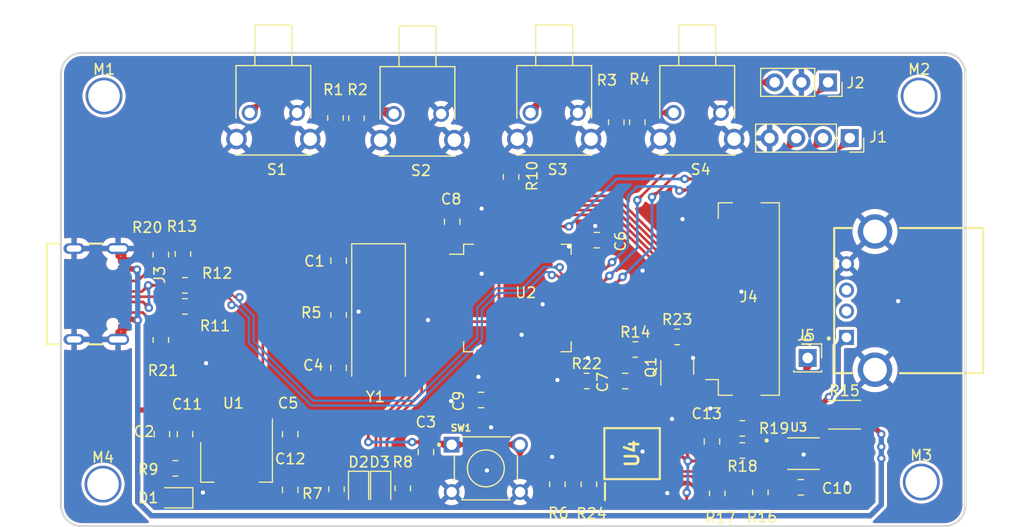
<source format=kicad_pcb>
(kicad_pcb (version 20211014) (generator pcbnew)
  (layers (0 "F.Cu" signal) (31 "B.Cu" signal) (34 "B.Paste" user) (35 "F.Paste" user) (36 "B.SilkS" user "B.Silkscreen") (37 "F.SilkS" user "F.Silkscreen") (38 "B.Mask" user) (39 "F.Mask" user) (44 "Edge.Cuts" user))
  (net 0 "")
  (net 1 "GND")
  (net 2 "/X1")
  (net 3 "+5V")
  (net 4 "/RST")
  (net 5 "/X2")
  (net 6 "+3V3")
  (net 7 "Net-(D1-Pad2)")
  (net 8 "/LED1")
  (net 9 "Net-(D2-Pad2)")
  (net 10 "/LED2")
  (net 11 "Net-(D3-Pad2)")
  (net 12 "/SW_CLK")
  (net 13 "/SW_DIO")
  (net 14 "/USART1_TX")
  (net 15 "/USART1_RX")
  (net 16 "/LCD_RESET")
  (net 17 "/LCD_CS")
  (net 18 "/LCD_DC")
  (net 19 "/LCD_WR")
  (net 20 "/LCD_RD")
  (net 21 "/LCD_DB0")
  (net 22 "/LCD_DB1")
  (net 23 "/LCD_DB2")
  (net 24 "/LCD_DB3")
  (net 25 "/LCD_DB4")
  (net 26 "/LCD_DB5")
  (net 27 "/LCD_DB6")
  (net 28 "/LCD_DB7")
  (net 29 "/SPI2_NSS")
  (net 30 "/SPI2_SCLK")
  (net 31 "/SPI2_MISO")
  (net 32 "/SPI2_MOSI")
  (net 33 "/VOUT")
  (net 34 "Net-(R10-Pad1)")
  (net 35 "/USB_D-")
  (net 36 "/USB_D+")
  (net 37 "/INA226_SCL")
  (net 38 "/INA226_SDA")
  (net 39 "Net-(R18-Pad2)")
  (net 40 "Net-(R19-Pad2)")
  (net 41 "/KEY1")
  (net 42 "/KEY2")
  (net 43 "/KEY3")
  (net 44 "/KEY4")
  (net 45 "/USBDN1")
  (net 46 "/USBDP1")
  (net 47 "Net-(R1-Pad1)")
  (net 48 "Net-(R2-Pad1)")
  (net 49 "Net-(R3-Pad1)")
  (net 50 "Net-(R4-Pad1)")
  (net 51 "Net-(Q1-Pad1)")
  (net 52 "Net-(Q1-Pad3)")
  (net 53 "Net-(R22-Pad1)")
  (net 54 "/BL_PWM")
  (net 55 "Net-(J4-Pad11)")
  (net 56 "Net-(J5-Pad1)")
  (net 57 "Net-(J3-PadA5)")
  (net 58 "Net-(J3-PadB5)")
  (net 84 "unconnected-(U2-Pad62)")
  (footprint "Capacitor_SMD:C_0805_2012Metric" (layer "F.Cu") (at 141.1 94.95 90)
    (fp_text reference "C1")
    (fp_text value "22pF")
  )
  (footprint "Capacitor_SMD:C_0805_2012Metric" (layer "F.Cu") (at 124.3 111.45 -90)
    (fp_text reference "C2")
    (fp_text value "10uF")
  )
  (footprint "Capacitor_SMD:C_0805_2012Metric" (layer "F.Cu") (at 149.4 113.15 -90)
    (fp_text reference "C3")
    (fp_text value "0.1uF")
  )
  (footprint "Capacitor_SMD:C_0805_2012Metric" (layer "F.Cu") (at 141.1 105.15 -90)
    (fp_text reference "C4")
    (fp_text value "22pF")
  )
  (footprint "Capacitor_SMD:C_0805_2012Metric" (layer "F.Cu") (at 136.5 111.45 90)
    (fp_text reference "C5")
    (fp_text value "10uF")
  )
  (footprint "Capacitor_SMD:C_0805_2012Metric" (layer "F.Cu") (at 168.35 106.4 180)
    (fp_text reference "C7")
    (fp_text value "0.1uF")
  )
  (footprint "Capacitor_SMD:C_0805_2012Metric" (layer "F.Cu") (at 151.9 91.25 90)
    (fp_text reference "C8")
    (fp_text value "0.1uF")
  )
  (footprint "Capacitor_SMD:C_0805_2012Metric" (layer "F.Cu") (at 154.65 108.2 180)
    (fp_text reference "C9")
    (fp_text value "0.1uF")
  )
  (footprint "Capacitor_SMD:C_0805_2012Metric" (layer "F.Cu") (at 185.05 116.5 180)
    (fp_text reference "C10")
    (fp_text value "0.1uF")
  )
  (footprint "Capacitor_SMD:C_0805_2012Metric" (layer "F.Cu") (at 126.5 111.45 -90)
    (fp_text reference "C11")
    (fp_text value "0.1uF")
  )
  (footprint "Capacitor_SMD:C_0805_2012Metric" (layer "F.Cu") (at 136.5 116.75 90)
    (fp_text reference "C12")
    (fp_text value "0.1uF")
  )
  (footprint "Capacitor_SMD:C_0805_2012Metric" (layer "F.Cu") (at 176.6 112.15 90)
    (fp_text reference "C13")
    (fp_text value "0.1uF")
  )
  (footprint "LED_SMD:LED_0805_2012Metric" (layer "F.Cu") (at 125.5625 117.5 180)
    (fp_text reference "D1")
    (fp_text value "POWER LED")
  )
  (footprint "Connector_PinSocket_2.54mm:PinSocket_1x03_P2.54mm_Vertical" (layer "F.Cu") (at 187.64 78 -90)
    (fp_text reference "J2")
    (fp_text value "USART1")
  )
  (footprint "Connector_FFC-FPC:Hirose_FH12-30S-0.5SH_1x30-1MP_P0.50mm_Horizontal" (layer "F.Cu") (at 178.5 98.6 90)
    (fp_text reference "J4")
    (fp_text value "Conn_01x30")
  )
  (footprint "Resistor_SMD:R_0805_2012Metric" (layer "F.Cu") (at 141.1 100.1125 90)
    (fp_text reference "R5")
    (fp_text value "10M")
  )
  (footprint "Resistor_SMD:R_0805_2012Metric" (layer "F.Cu") (at 161.9 116.2125 90)
    (fp_text reference "R6")
    (fp_text value "10K")
  )
  (footprint "Resistor_SMD:R_0805_2012Metric" (layer "F.Cu") (at 125.5875 114.7 180)
    (fp_text reference "R9")
    (fp_text value "1k")
  )
  (footprint "Resistor_SMD:R_0805_2012Metric" (layer "F.Cu") (at 157.5 86.9875 90)
    (fp_text reference "R10")
    (fp_text value "10K")
  )
  (footprint "Resistor_SMD:R_2010_5025Metric" (layer "F.Cu") (at 189.2 109.6)
    (fp_text reference "R15")
    (fp_text value "100mR")
  )
  (footprint "Resistor_SMD:R_0805_2012Metric" (layer "F.Cu") (at 181.2 116.9875 90)
    (fp_text reference "R16")
    (fp_text value "5.1K")
  )
  (footprint "Resistor_SMD:R_0805_2012Metric" (layer "F.Cu") (at 177.1 117.0875 90)
    (fp_text reference "R17")
    (fp_text value "5.1K")
  )
  (footprint "Resistor_SMD:R_0805_2012Metric" (layer "F.Cu") (at 179.4875 113)
    (fp_text reference "R18")
    (fp_text value "5.1K")
  )
  (footprint "Resistor_SMD:R_0805_2012Metric" (layer "F.Cu") (at 164.9 116.2125 -90)
    (fp_text reference "R24")
    (fp_text value "10K")
  )
  (footprint "Package_TO_SOT_SMD:SOT-223" (layer "F.Cu") (at 131.4 114.1 -90)
    (fp_text reference "U1")
    (fp_text value "LM1117-3.3")
  )
  (footprint "Package_QFP:LQFP-64_10x10mm_P0.5mm" (layer "F.Cu") (at 158.1 98.5)
    (fp_text reference "U2")
    (fp_text value "STM32F103RCTx")
  )
  (footprint "3rd_Sensor_Power:VSSOP-10_L2.9-W5.05-P0.5_INA226AIDGSR" (layer "F.Cu") (at 185.3 113.3)
    (fp_text reference "U3")
    (fp_text value "INA226AIDGSR")
  )
  (footprint "Crystal:Crystal_SMD_HC49-SD" (layer "F.Cu") (at 144.9 100.05 -90)
    (fp_text reference "Y1")
    (fp_text value "8M")
  )
  (footprint "Connector_PinSocket_2.54mm:PinSocket_1x04_P2.54mm_Vertical" (layer "F.Cu") (at 189.7 83.3 -90)
    (fp_text reference "J1")
    (fp_text value "SWD")
  )
  (footprint "Resistor_SMD:R_0805_2012Metric" (layer "F.Cu") (at 169.5 81.7875 -90)
    (fp_text reference "R4")
    (fp_text value "220R")
  )
  (footprint "Resistor_SMD:R_0805_2012Metric" (layer "F.Cu") (at 142.8 81.4125 -90)
    (fp_text reference "R2")
    (fp_text value "220R")
  )
  (footprint "Resistor_SMD:R_0805_2012Metric" (layer "F.Cu") (at 140.8 81.3875 -90)
    (fp_text reference "R1")
    (fp_text value "220R")
  )
  (footprint "Resistor_SMD:R_0805_2012Metric" (layer "F.Cu") (at 126.4875 97.3 180)
    (fp_text reference "R12")
    (fp_text value "20R")
  )
  (footprint "Resistor_SMD:R_0805_2012Metric" (layer "F.Cu") (at 124.2 102.4875 90)
    (fp_text reference "R21")
    (fp_text value "5.1K")
  )
  (footprint "Resistor_SMD:R_0805_2012Metric" (layer "F.Cu") (at 124.2 94.3875 90)
    (fp_text reference "R20")
    (fp_text value "5.1K")
  )
  (footprint "Resistor_SMD:R_0805_2012Metric" (layer "F.Cu") (at 126.3 94.3125 -90)
    (fp_text reference "R13")
    (fp_text value "1K")
  )
  (footprint "Resistor_SMD:R_0805_2012Metric" (layer "F.Cu") (at 126.4875 99.3 180)
    (fp_text reference "R11")
    (fp_text value "20R")
  )
  (footprint "LED_SMD:LED_0805_2012Metric" (layer "F.Cu") (at 145.1 116.6625 -90)
    (fp_text reference "D3")
    (fp_text value "LED2")
  )
  (footprint "LED_SMD:LED_0805_2012Metric" (layer "F.Cu") (at 143 116.6625 -90)
    (fp_text reference "D2")
    (fp_text value "LED1")
  )
  (footprint "Resistor_SMD:R_0805_2012Metric" (layer "F.Cu") (at 147.2 116.6 90)
    (fp_text reference "R8")
    (fp_text value "0.5K")
  )
  (footprint "Resistor_SMD:R_0805_2012Metric" (layer "F.Cu") (at 140.9 116.6875 90)
    (fp_text reference "R7")
    (fp_text value "0.5K")
  )
  (footprint "Resistor_SMD:R_0805_2012Metric" (layer "F.Cu") (at 167.5 81.7875 -90)
    (fp_text reference "R3")
    (fp_text value "220R")
  )
  (footprint "Connector_PinSocket_2.54mm:PinSocket_1x01_P2.54mm_Vertical" (layer "F.Cu") (at 185.7 104.2)
    (fp_text reference "J5")
    (fp_text value "INA226 ALERT")
  )
  (footprint "Resistor_SMD:R_0805_2012Metric" (layer "F.Cu") (at 169.3125 103.4)
    (fp_text reference "R14")
    (fp_text value "220R")
  )
  (footprint "Resistor_SMD:R_0805_2012Metric" (layer "F.Cu") (at 164.6875 106.4)
    (fp_text reference "R22")
    (fp_text value "10K")
  )
  (footprint "Resistor_SMD:R_0805_2012Metric" (layer "F.Cu") (at 173.2875 102.2)
    (fp_text reference "R23")
    (fp_text value "100R")
  )
  (footprint "Package_TO_SOT_SMD:SOT-23" (layer "F.Cu") (at 173.3 105.1 90)
    (fp_text reference "Q1")
    (fp_text value "Q_PNP_BEC")
  )
  (footprint "Capacitor_SMD:C_0805_2012Metric" (layer "F.Cu") (at 165.65 93)
    (fp_text reference "C6")
    (fp_text value "0.1uF")
  )
  (footprint "Zhbi_Mounting_Holes:Mounting_Holes_3mm_THT" (layer "F.Cu") (at 118.8 79.3)
    (fp_text reference "M1")
    (fp_text value "Mounting_Holes_3mm_THT")
  )
  (footprint "Zhbi_Mounting_Holes:Mounting_Holes_3mm_THT" (layer "F.Cu") (at 196.3 79.3)
    (fp_text reference "M2")
    (fp_text value "Mounting_Holes_3mm_THT")
  )
  (footprint "Zhbi_Mounting_Holes:Mounting_Holes_3mm_THT" (layer "F.Cu") (at 118.7 116.2)
    (fp_text reference "M4")
    (fp_text value "Mounting_Holes_3mm_THT")
  )
  (footprint "Zhbi_Mounting_Holes:Mounting_Holes_3mm_THT" (layer "F.Cu") (at 196.5 116)
    (fp_text reference "M3")
    (fp_text value "Mounting_Holes_3mm_THT")
  )
  (footprint "3rd_Memory_Flash:SOIC-8_L4.8-W5.8-P1.27_W25Q32JVSS" (layer "F.Cu") (at 169.005 113.3 90)
    (fp_text reference "U4")
    (fp_text value "W25Q32JVSS" hide)
  )
  (footprint "Resistor_SMD:R_0805_2012Metric" (layer "F.Cu") (at 179.4875 110.9)
    (fp_text reference "R19")
    (fp_text value "5.1K")
  )
  (footprint "3rd_Button_Switch_THT:KEY-TH_L6.0-W6.0-H_B3F-3100" (layer "F.Cu") (at 134.9 80.9 180)
    (fp_text reference "S1")
    (fp_text value "1-1825027-1")
  )
  (footprint "3rd_Button_Switch_THT:KEY-TH_L6.0-W6.0-H_B3F-3100" (layer "F.Cu") (at 148.6 81 180)
    (fp_text reference "S2")
    (fp_text value "1-1825027-1")
  )
  (footprint "3rd_Button_Switch_THT:KEY-TH_L6.0-W6.0-H_B3F-3100" (layer "F.Cu") (at 161.6 80.9 180)
    (fp_text reference "S3")
    (fp_text value "1-1825027-1")
  )
  (footprint "3rd_Button_Switch_THT:KEY-TH_L6.0-W6.0-H_B3F-3100" (layer "F.Cu") (at 175.2 80.9 180)
    (fp_text reference "S4")
    (fp_text value "1-1825027-1")
  )
  (footprint "3rd_Connector_USB:USB-A-TH_4P_USB1130-15-A-REVA" (layer "F.Cu") (at 192.1 98.75 90)
    (fp_text reference "J6")
    (fp_text value "USB1130-15-A_REVA")
  )
  (footprint "3rd_Connector_USB:USB-C-SMD_16P_USB4105-GF-A" (layer "F.Cu") (at 115.95 98.12 -90)
    (fp_text reference "J3")
    (fp_text value "USB4105-GF-A")
  )
  (footprint "3rd_Button_Switch_THT:KEY-TH_L6.0-W6.0-V_B3F-1000" (layer "F.Cu") (at 155.1 114.7)
    (fp_text reference "SW1")
    (fp_text value "1825910-6")
  )
  (gr_arc (start 198.700001 75.200001) (mid 200.114214 75.785787) (end 200.7 77.2) (layer "Edge.Cuts") (width 0.2))
  (gr_line (start 198.7 120.2) (end 116.700002 120.2) (layer "Edge.Cuts") (width 0.2))
  (gr_arc (start 200.7 118.199999) (mid 200.114214 119.614213) (end 198.7 120.199999) (layer "Edge.Cuts") (width 0.2))
  (gr_arc (start 116.700002 120.199999) (mid 115.285788 119.614213) (end 114.700002 118.199999) (layer "Edge.Cuts") (width 0.2))
  (gr_line (start 116.700001 75.2) (end 198.700001 75.200001) (layer "Edge.Cuts") (width 0.2))
  (gr_arc (start 114.700002 77.2) (mid 115.285788 75.785787) (end 116.700001 75.200001) (layer "Edge.Cuts") (width 0.2))
  (gr_line (start 114.700002 118.199999) (end 114.700002 77.2) (layer "Edge.Cuts") (width 0.2))
  (gr_line (start 200.7 77.2) (end 200.7 118.199999) (layer "Edge.Cuts") (width 0.2))
  (segment (start 174.95 92.35) (end 174.95 92.65) (width 0.25) (layer "F.Cu") (net 1))
  (segment (start 120.685 101.33) (end 120.685 101.875) (width 0.5) (layer "F.Cu") (net 1))
  (segment (start 176.65 102.85) (end 175.35 102.85) (width 0.25) (layer "F.Cu") (net 1))
  (segment (start 185.72468 113.8) (end 185.31234 113.38766) (width 0.25) (layer "F.Cu") (net 1))
  (segment (start 175.45 103.25) (end 175.35 103.35) (width 0.25) (layer "F.Cu") (net 1))
  (segment (start 176.65 101.85) (end 175.45 101.85) (width 0.25) (layer "F.Cu") (net 1))
  (segment (start 154.85 105.55) (end 154.4 106) (width 0.25) (layer "F.Cu") (net 1))
  (segment (start 174.8 104.9) (end 174.8 104.2) (width 0.25) (layer "F.Cu") (net 1))
  (segment (start 176.65 103.35) (end 175.35 103.35) (width 0.25) (layer "F.Cu") (net 1))
  (segment (start 154.85 104.175) (end 154.85 105.55) (width 0.25) (layer "F.Cu") (net 1))
  (segment (start 176.65 92.35) (end 174.95 92.35) (width 0.25) (layer "F.Cu") (net 1))
  (segment (start 120.685 94.385) (end 120.11 93.81) (width 0.5) (layer "F.Cu") (net 1))
  (segment (start 170.91 116.9) (end 171.4 116.9) (width 0.25) (layer "F.Cu") (net 1))
  (segment (start 165.25 95.25) (end 166.6 93.9) (width 0.25) (layer "F.Cu") (net 1))
  (segment (start 166.6 93) (end 166.6 92.8) (width 0.25) (layer "F.Cu") (net 1))
  (segment (start 175.75 105.85) (end 174.8 104.9) (width 0.25) (layer "F.Cu") (net 1))
  (segment (start 175.45 101.85) (end 175.45 103.25) (width 0.25) (layer "F.Cu") (net 1))
  (segment (start 175.45 101.55) (end 175.45 101.85) (width 0.25) (layer "F.Cu") (net 1))
  (segment (start 166.6 93.9) (end 166.6 93) (width 0.25) (layer "F.Cu") (net 1))
  (segment (start 126.5 112.4) (end 125.6 113.3) (width 0.25) (layer "F.Cu") (net 1))
  (segment (start 154.85 92.825) (end 154.85 90.15) (width 0.25) (layer "F.Cu") (net 1))
  (segment (start 176.6 111.2) (end 178.275 111.2) (width 0.25) (layer "F.Cu") (net 1))
  (segment (start 174.95 92.65) (end 175.15 92.85) (width 0.25) (layer "F.Cu") (net 1))
  (segment (start 175.65 101.35) (end 175.45 101.55) (width 0.25) (layer "F.Cu") (net 1))
  (segment (start 120.685 101.875) (end 120.11 102.45) (width 0.5) (layer "F.Cu") (net 1))
  (segment (start 124.3 112.4) (end 126.5 112.4) (width 0.25) (layer "F.Cu") (net 1))
  (segment (start 178.275 111.2) (end 178.575 110.9) (width 0.25) (layer "F.Cu") (net 1))
  (segment (start 126.5 117.35) (end 126.5 117.5) (width 0.25) (layer "F.Cu") (net 1))
  (segment (start 175.15 92.85) (end 176.65 92.85) (width 0.25) (layer "F.Cu") (net 1))
  (segment (start 176.65 91.35) (end 175.15 91.35) (width 0.25) (layer "F.Cu") (net 1))
  (segment (start 178.575 110.725) (end 176.85 109) (width 0.25) (layer "F.Cu") (net 1))
  (segment (start 176.65 102.35) (end 175.35 102.35) (width 0.25) (layer "F.Cu") (net 1))
  (segment (start 174.95 91.55) (end 174.95 92.35) (width 0.25) (layer "F.Cu") (net 1))
  (segment (start 175.15 91.35) (end 174.95 91.55) (width 0.25) (layer "F.Cu") (net 1))
  (segment (start 165.5 91.7) (end 165.5 91.65) (width 0.25) (layer "F.Cu") (net 1))
  (segment (start 187.45 113.8) (end 185.72468 113.8) (width 0.25) (layer "F.Cu") (net 1))
  (segment (start 176.65 101.35) (end 175.65 101.35) (width 0.25) (layer "F.Cu") (net 1))
  (segment (start 120.685 94.93) (end 120.685 94.385) (width 0.5) (layer "F.Cu") (net 1))
  (segment (start 178.575 110.9) (end 178.575 110.725) (width 0.25) (layer "F.Cu") (net 1))
  (segment (start 166.6 92.8) (end 165.5 91.7) (width 0.25) (layer "F.Cu") (net 1))
  (segment (start 176.65 105.85) (end 175.75 105.85) (width 0.25) (layer "F.Cu") (net 1))
  (segment (start 125.6 116.45) (end 126.5 117.35) (width 0.25) (layer "F.Cu") (net 1))
  (segment (start 154.85 90.15) (end 154.7 90) (width 0.25) (layer "F.Cu") (net 1))
  (segment (start 163.775 95.25) (end 165.25 95.25) (width 0.25) (layer "F.Cu") (net 1))
  (segment (start 161.35 105.75) (end 161.9 106.3) (width 0.25) (layer "F.Cu") (net 1))
  (segment (start 178.575 110.9) (end 178.575 113) (width 0.25) (layer "F.Cu") (net 1))
  (segment (start 125.6 113.3) (end 125.6 116.45) (width 0.25) (layer "F.Cu") (net 1))
  (segment (start 171.4 116.9) (end 172 117.5) (width 0.25) (layer "F.Cu") (net 1))
  (segment (start 175.35 103.35) (end 175.25 103.35) (width 0.25) (layer "F.Cu") (net 1))
  (segment (start 152.425 100.25) (end 149.95 100.25) (width 0.25) (layer "F.Cu") (net 1))
  (segment (start 176.85 109) (end 176.45 109) (width 0.25) (layer "F.Cu") (net 1))
  (segment (start 149.95 100.25) (end 149.6 100.6) (width 0.25) (layer "F.Cu") (net 1))
  (segment (start 161.35 104.175) (end 161.35 105.75) (width 0.25) (layer "F.Cu") (net 1))
  (via (at 170 113.1) (size 0.8) (drill 0.4) (layers "F.Cu" "B.Cu") (net 1))
  (via (at 158.5 102) (size 0.8) (drill 0.4) (layers "F.Cu" "B.Cu") (net 1))
  (via (at 172.8 110) (size 0.8) (drill 0.4) (layers "F.Cu" "B.Cu") (net 1))
  (via (at 170 95.9) (size 0.8) (drill 0.4) (layers "F.Cu" "B.Cu") (net 1))
  (via (at 155.2 114.9) (size 0.8) (drill 0.4) (layers "F.Cu" "B.Cu") (net 1))
  (via (at 143 99.8) (size 0.8) (drill 0.4) (layers "F.Cu" "B.Cu") (net 1))
  (via (at 161.4 113.6) (size 0.8) (drill 0.4) (layers "F.Cu" "B.Cu") (net 1))
  (via (at 176.45 109) (size 0.8) (drill 0.4) (layers "F.Cu" "B.Cu") (net 1))
  (via (at 160.5 99.1) (size 0.8) (drill 0.4) (layers "F.Cu" "B.Cu") (net 1))
  (via (at 151.8 108.3) (size 0.8) (drill 0.4) (layers "F.Cu" "B.Cu") (net 1))
  (via (at 154.7 90) (size 0.8) (drill 0.4) (layers "F.Cu" "B.Cu") (net 1))
  (via (at 173.8 91) (size 0.8) (drill 0.4) (layers "F.Cu" "B.Cu") (net 1))
  (via (at 128.5 104.7) (size 0.8) (drill 0.4) (layers "F.Cu" "B.Cu") (net 1))
  (via (at 149.6 100.6) (size 0.8) (drill 0.4) (layers "F.Cu" "B.Cu") (net 1))
  (via (at 164.8 104.2) (size 0.8) (drill 0.4) (layers "F.Cu" "B.Cu") (net 1))
  (via (at 161.9 106.3) (size 0.8) (drill 0.4) (layers "F.Cu" "B.Cu") (net 1))
  (via (at 172.35 117.05) (size 0.8) (drill 0.4) (layers "F.Cu" "B.Cu") (net 1))
  (via (at 174.8 104.2) (size 0.8) (drill 0.4) (layers "F.Cu" "B.Cu") (net 1))
  (via (at 165.5 91.65) (size 0.8) (drill 0.4) (layers "F.Cu" "B.Cu") (net 1))
  (via (at 154.7 96.2) (size 0.8) (drill 0.4) (layers "F.Cu" "B.Cu") (net 1))
  (via (at 128.2 117) (size 0.8) (drill 0.4) (layers "F.Cu" "B.Cu") (net 1))
  (via (at 163 93.6) (size 0.8) (drill 0.4) (layers "F.Cu" "B.Cu") (net 1))
  (via (at 194.3 98.8) (size 0.8) (drill 0.4) (layers "F.Cu" "B.Cu") (net 1))
  (via (at 189.45 116.1) (size 0.8) (drill 0.4) (layers "F.Cu" "B.Cu") (net 1))
  (via (at 179.4 97.9) (size 0.8) (drill 0.4) (layers "F.Cu" "B.Cu") (net 1))
  (via (at 154.4 106) (size 0.8) (drill 0.4) (layers "F.Cu" "B.Cu") (net 1))
  (via (at 185.31234 113.38766) (size 0.8) (drill 0.4) (layers "F.Cu" "B.Cu") (net 1))
  (via (at 155.6 110.8) (size 0.8) (drill 0.4) (layers "F.Cu" "B.Cu") (net 1))
  (segment (start 141.1 95.9) (end 141.1 99.2) (width 0.25) (layer "F.Cu") (net 2))
  (segment (start 144.9 95.8) (end 145.85 96.75) (width 0.25) (layer "F.Cu") (net 2))
  (segment (start 145.85 96.75) (end 151.55 96.75) (width 0.25) (layer "F.Cu") (net 2))
  (segment (start 144.8 95.9) (end 144.9 95.8) (width 0.25) (layer "F.Cu") (net 2))
  (segment (start 151.55 96.75) (end 152.425 96.75) (width 0.25) (layer "F.Cu") (net 2))
  (segment (start 141.1 95.9) (end 144.8 95.9) (width 0.25) (layer "F.Cu") (net 2))
  (segment (start 191.5125 110.2625) (end 192.7 111.45) (width 0.5) (layer "F.Cu") (net 3))
  (segment (start 120.685 100.53) (end 121.925 100.53) (width 0.5) (layer "F.Cu") (net 3))
  (segment (start 191.5125 109.6) (end 191.5125 110.2625) (width 0.5) (layer "F.Cu") (net 3))
  (segment (start 191.65 119.2) (end 123.3 119.2) (width 0.5) (layer "F.Cu") (net 3))
  (segment (start 190.45 112.3) (end 191.5125 111.2375) (width 0.25) (layer "F.Cu") (net 3))
  (segment (start 126.5 110.5) (end 128.45 110.5) (width 0.5) (layer "F.Cu") (net 3))
  (segment (start 121.925 100.53) (end 122 100.605) (width 0.5) (layer "F.Cu") (net 3))
  (segment (start 128.65 110.5) (end 129.1 110.95) (width 0.5) (layer "F.Cu") (net 3))
  (segment (start 191.5125 111.2375) (end 191.5125 109.6) (width 0.25) (layer "F.Cu") (net 3))
  (segment (start 122.15 109.15) (end 122 109) (width 0.5) (layer "F.Cu") (net 3))
  (segment (start 122 109.55) (end 122 117.9) (width 0.5) (layer "F.Cu") (net 3))
  (segment (start 192.7 111.45) (end 192.7 118.15) (width 0.5) (layer "F.Cu") (net 3))
  (segment (start 124.3 110.5) (end 122.95 109.15) (width 0.5) (layer "F.Cu") (net 3))
  (segment (start 122 100.605) (end 122 107.4) (width 0.5) (layer "F.Cu") (net 3))
  (segment (start 187.45 112.3) (end 190.45 112.3) (width 0.25) (layer "F.Cu") (net 3))
  (segment (start 121.862369 95.73) (end 121.932369 95.8) (width 0.5) (layer "F.Cu") (net 3))
  (segment (start 122.95 109.15) (end 122.15 109.15) (width 0.5) (layer "F.Cu") (net 3))
  (segment (start 128.45 110.5) (end 128.9 110.95) (width 0.5) (layer "F.Cu") (net 3))
  (segment (start 192.7 118.15) (end 191.65 119.2) (width 0.5) (layer "F.Cu") (net 3))
  (segment (start 126.5 110.5) (end 128.65 110.5) (width 0.5) (layer "F.Cu") (net 3))
  (segment (start 122 109) (end 122 109.55) (width 0.5) (layer "F.Cu") (net 3))
  (segment (start 120.685 95.73) (end 121.862369 95.73) (width 0.5) (layer "F.Cu") (net 3))
  (segment (start 122 117.9) (end 123.3 119.2) (width 0.5) (layer "F.Cu") (net 3))
  (segment (start 122 107.4) (end 122 109) (width 0.5) (layer "F.Cu") (net 3))
  (segment (start 124.3 110.5) (end 126.5 110.5) (width 0.5) (layer "F.Cu") (net 3))
  (via (at 121.932369 95.8) (size 0.8) (drill 0.4) (layers "F.Cu" "B.Cu") (net 3))
  (via (at 192.7 113.75) (size 0.8) (drill 0.4) (layers "F.Cu" "B.Cu") (net 3))
  (via (at 122 100.605) (size 0.8) (drill 0.4) (layers "F.Cu" "B.Cu") (net 3))
  (via (at 192.7 112.65) (size 0.8) (drill 0.4) (layers "F.Cu" "B.Cu") (net 3))
  (via (at 192.7 111.450002) (size 0.8) (drill 0.4) (layers "F.Cu" "B.Cu") (net 3))
  (segment (start 192.7 112.65) (end 192.7 111.450002) (width 0.5) (layer "B.Cu") (net 3))
  (segment (start 192.7 113.75) (end 192.7 112.65) (width 0.5) (layer "B.Cu") (net 3))
  (segment (start 123.3 119.2) (end 191.65 119.2) (width 0.5) (layer "B.Cu") (net 3))
  (segment (start 191.65 119.2) (end 192.7 118.15) (width 0.5) (layer "B.Cu") (net 3))
  (segment (start 122 100.605) (end 122 117.9) (width 0.5) (layer "B.Cu") (net 3))
  (segment (start 122 95.867631) (end 121.932369 95.8) (width 0.5) (layer "B.Cu") (net 3))
  (segment (start 122 100.605) (end 122 95.867631) (width 0.5) (layer "B.Cu") (net 3))
  (segment (start 122 117.9) (end 123.3 119.2) (width 0.5) (layer "B.Cu") (net 3))
  (segment (start 192.7 118.15) (end 192.7 113.75) (width 0.5) (layer "B.Cu") (net 3))
  (segment (start 143.924979 111.209336) (end 143.924979 112.2) (width 0.25) (layer "F.Cu") (net 4))
  (segment (start 159.45 115.3) (end 158.35 114.2) (width 0.25) (layer "F.Cu") (net 4))
  (segment (start 148.1 112.2) (end 149.4 112.2) (width 0.25) (layer "F.Cu") (net 4))
  (segment (start 152.425 97.75) (end 148.55 97.75) (width 0.25) (layer "F.Cu") (net 4))
  (segment (start 151.85 112.45) (end 158.35 112.45) (width 0.25) (layer "F.Cu") (net 4))
  (segment (start 148.55 97.75) (end 148 98.3) (width 0.25) (layer "F.Cu") (net 4))
  (segment (start 149.4 112.2) (end 151.375 112.2) (width 0.25) (layer "F.Cu") (net 4))
  (segment (start 149.4 112.2) (end 151.6 112.2) (width 0.25) (layer "F.Cu") (net 4))
  (segment (start 158.35 114.2) (end 158.35 112.45) (width 0.25) (layer "F.Cu") (net 4))
  (segment (start 151.6 112.2) (end 151.85 112.45) (width 0.25) (layer "F.Cu") (net 4))
  (segment (start 148 98.3) (end 148 107.134315) (width 0.25) (layer "F.Cu") (net 4))
  (segment (start 151.375 112.2) (end 151.625 112.45) (width 0.25) (layer "F.Cu") (net 4))
  (segment (start 161.9 115.3) (end 159.45 115.3) (width 0.25) (layer "F.Cu") (net 4))
  (segment (start 151.65 112.35) (end 158.15 112.35) (width 0.25) (layer "F.Cu") (net 4))
  (segment (start 148 107.134315) (end 143.924979 111.209336) (width 0.25) (layer "F.Cu") (net 4))
  (via (at 143.924979 112.2) (size 0.8) (drill 0.4) (layers "F.Cu" "B.Cu") (net 4))
  (via (at 148.1 112.2) (size 0.8) (drill 0.4) (layers "F.Cu" "B.Cu") (net 4))
  (segment (start 148.1 112.2) (end 143.924979 112.2) (width 0.25) (layer "B.Cu") (net 4))
  (segment (start 147.65 97.25) (end 152.425 97.25) (width 0.25) (layer "F.Cu") (net 5))
  (segment (start 144.9 104.3) (end 144.9 100) (width 0.25) (layer "F.Cu") (net 5))
  (segment (start 141.1 104.2) (end 144.8 104.2) (width 0.25) (layer "F.Cu") (net 5))
  (segment (start 141.1 101.025) (end 141.1 104.2) (width 0.25) (layer "F.Cu") (net 5))
  (segment (start 144.9 100) (end 147.65 97.25) (width 0.25) (layer "F.Cu") (net 5))
  (segment (start 144.8 104.2) (end 144.9 104.3) (width 0.25) (layer "F.Cu") (net 5))
  (segment (start 169.6 118.5) (end 168.4 118.5) (width 0.25) (layer "F.Cu") (net 6))
  (segment (start 155.35 107.95) (end 155.35 104.175) (width 0.25) (layer "F.Cu") (net 6))
  (segment (start 174.25 106.1) (end 174.25 107.35) (width 0.25) (layer "F.Cu") (net 6))
  (segment (start 156.35 100.75) (end 156.35 94.75) (width 0.25) (layer "F.Cu") (net 6))
  (segment (start 184.1 115.35) (end 185.15 114.3) (width 0.25) (layer "F.Cu") (net 6))
  (segment (start 176.45 113.1) (end 176.6 113.1) (width 0.25) (layer "F.Cu") (net 6))
  (segment (start 146.12498 116.7) (end 147.13748 115.6875) (width 0.25) (layer "F.Cu") (net 6))
  (segment (start 147.8 109.9) (end 153.9 109.9) (width 0.25) (layer "F.Cu") (net 6))
  (segment (start 182.9 117.9) (end 184.1 116.7) (width 0.25) (layer "F.Cu") (net 6))
  (segment (start 181.2 117.9) (end 182.9 117.9) (width 0.25) (layer "F.Cu") (net 6))
  (segment (start 167.1 109.7) (end 168.37 109.7) (width 0.25) (layer "F.Cu") (net 6))
  (segment (start 170.2 107.3) (end 173.05 107.3) (width 0.25) (layer "F.Cu") (net 6))
  (segment (start 163.775 94.75) (end 164.95 94.75) (width 0.25) (layer "F.Cu") (net 6))
  (segment (start 161.85 100.85) (end 161.75 100.75) (width 0.25) (layer "F.Cu") (net 6))
  (segment (start 164.8 117.5) (end 165.8 118.5) (width 0.25) (layer "F.Cu") (net 6))
  (segment (start 169.64 118.46) (end 169.6 118.5) (width 0.25) (layer "F.Cu") (net 6))
  (segment (start 173.05 107.3) (end 174.2 107.3) (width 0.25) (layer "F.Cu") (net 6))
  (segment (start 147.2 115.6875) (end 147.0875 115.6875) (width 0.25) (layer "F.Cu") (net 6))
  (segment (start 169.3 106.4) (end 170.2 107.3) (width 0.25) (layer "F.Cu") (net 6))
  (segment (start 174.2 107.3) (end 174.25 107.35) (width 0.25) (layer "F.Cu") (net 6))
  (segment (start 131.3 114.7) (end 134.1 114.7) (width 0.25) (layer "F.Cu") (net 6))
  (segment (start 155.35 94.75) (end 152.425 94.75) (width 0.25) (layer "F.Cu") (net 6))
  (segment (start 129.9 93.4) (end 133.9 97.4) (width 0.25) (layer "F.Cu") (net 6))
  (segment (start 156.35 94.75) (end 155.35 94.75) (width 0.25) (layer "F.Cu") (net 6))
  (segment (start 134 114.8) (end 136.4 112.4) (width 0.25) (layer "F.Cu") (net 6))
  (segment (start 153.9 109.9) (end 155.6 108.2) (width 0.25) (layer "F.Cu") (net 6))
  (segment (start 161.75 100.75) (end 156.35 100.75) (width 0.25) (layer "F.Cu") (net 6))
  (segment (start 163.475 117.125) (end 164.9 117.125) (width 0.25) (layer "F.Cu") (net 6))
  (segment (start 145.7 114.3) (end 145.7 112) (width 0.25) (layer "F.Cu") (net 6))
  (segment (start 133.9 97.4) (end 133.9 106.2) (width 0.25) (layer "F.Cu") (net 6))
  (segment (start 154.35 92.825) (end 154.35 91.65) (width 0.25) (layer "F.Cu") (net 6))
  (segment (start 171.75 111.6) (end 169.47 111.6) (width 0.25) (layer "F.Cu") (net 6))
  (segment (start 164.8 117.425) (end 164.8 117.5) (width 0.25) (layer "F.Cu") (net 6))
  (segment (start 174.2 118.4) (end 174.1 118.5) (width 0.25) (layer "F.Cu") (net 6))
  (segment (start 134 114.8) (end 134 116.6) (width 0.25) (layer "F.Cu") (net 6))
  (segment (start 131.4 114.6) (end 131.3 114.7) (width 0.25) (layer "F.Cu") (net 6))
  (segment (start 154 91.3) (end 152.8 91.3) (width 0.25) (layer "F.Cu") (net 6))
  (segment (start 165.4 93.7) (end 164.7 93) (width 0.25) (layer "F.Cu") (net 6))
  (segment (start 133.9 106.2) (end 131.4 108.7) (width 0.25) (layer "F.Cu") (net 6))
  (segment (start 174.25 112.35) (end 174.25 107.35) (width 0.25) (layer "F.Cu") (net 6))
  (segment (start 159.9 111.2) (end 161 111.2) (width 0.25) (layer "F.Cu") (net 6))
  (segment (start 174.2 117) (end 174.2 118.4) (width 0.25) (layer "F.Cu") (net 6))
  (segment (start 175.1 118.5) (end 174.1 118.5) (width 0.25) (layer "F.Cu") (net 6))
  (segment (start 156.9 108.2) (end 159.9 111.2) (width 0.25) (layer "F.Cu") (net 6))
  (segment (start 176.65 91.85) (end 181.15 91.85) (width 0.25) (layer "F.Cu") (net 6))
  (segment (start 174.3 114) (end 174.15 114) (width 0.25) (layer "F.Cu") (net 6))
  (segment (start 185.15 114.3) (end 187.45 114.3) (width 0.25) (layer "F.Cu") (net 6))
  (segment (start 177.1 118) (end 181.1 118) (width 0.25) (layer "F.Cu") (net 6))
  (segment (start 174.1 118.5) (end 173.7 118.5) (width 0.25) (layer "F.Cu") (net 6))
  (segment (start 136.5 117.7) (end 137.3 117.7) (width 0.25) (layer "F.Cu") (net 6))
  (segment (start 147.0875 115.6875) (end 145.7 114.3) (width 0.25) (layer "F.Cu") (net 6))
  (segment (start 141.075 115.775) (end 142 116.7) (width 0.25) (layer "F.Cu") (net 6))
  (segment (start 128.2 114.7) (end 131 114.7) (width 0.25) (layer "F.Cu") (net 6))
  (segment (start 155.6 108.2) (end 156.9 108.2) (width 0.25) (layer "F.Cu") (net 6))
  (segment (start 184.1 116.5) (end 184.1 115.35) (width 0.25) (layer "F.Cu") (net 6))
  (segment (start 135.1 117.7) (end 136.5 117.7) (width 0.25) (layer "F.Cu") (net 6))
  (segment (start 175.6 118) (end 175.1 118.5) (width 0.25) (layer "F.Cu") (net 6))
  (segment (start 169.64 116.9) (end 169.64 118.46) (width 0.25) (layer "F.Cu") (net 6))
  (segment (start 154.35 91.65) (end 154 91.3) (width 0.25) (layer "F.Cu") (net 6))
  (segment (start 174.25 113.95) (end 174.25 112.35) (width 0.25) (layer "F.Cu") (net 6))
  (segment (start 161.9 117.125) (end 163.475 117.125) (width 0.25) (layer "F.Cu") (net 6))
  (segment (start 142 116.7) (end 146.12498 116.7) (width 0.25) (layer "F.Cu") (net 6))
  (segment (start 134 116.6) (end 135.1 117.7) (width 0.25) (layer "F.Cu") (net 6))
  (segment (start 184.1 116.7) (end 184.1 116.5) (width 0.25) (layer "F.Cu") (net 6))
  (segment (start 163.475 113.675) (end 163.475 117.125) (width 0.25) (layer "F.Cu") (net 6))
  (segment (start 175.55 114) (end 176.45 113.1) (width 0.25) (layer "F.Cu") (net 6))
  (segment (start 163.775 94.75) (end 156.35 94.75) (width 0.25) (layer "F.Cu") (net 6))
  (segment (start 181.1 118) (end 181.2 117.9) (width 0.25) (layer "F.Cu") (net 6))
  (segment (start 161.85 104.175) (end 161.85 100.85) (width 0.25) (layer "F.Cu") (net 6))
  (segment (start 164.95 94.75) (end 165.4 94.3) (width 0.25) (layer "F.Cu") (net 6))
  (segment (start 131.3 114.7) (end 131 114.7) (width 0.25) (layer "F.Cu") (net 6))
  (segment (start 145.7 112) (end 147.8 109.9) (width 0.25) (layer "F.Cu") (net 6))
  (segment (start 126.3 93.4) (end 129.9 93.4) (width 0.25) (layer "F.Cu") (net 6))
  (segment (start 152.8 91.3) (end 151.9 92.2) (width 0.25) (layer "F.Cu") (net 6))
  (segment (start 156.35 100.75) (end 155.05 100.75) (width 0.25) (layer "F.Cu") (net 6))
  (segment (start 173.7 118.5) (end 172.8 118.5) (width 0.25) (layer "F.Cu") (net 6))
  (segment (start 181.25 103.35) (end 181.25 91.75) (width 0.25) (layer "F.Cu") (net 6))
  (segment (start 131.4 108.7) (end 131.4 110.95) (width 0.25) (layer "F.Cu") (net 6))
  (segment (start 161 111.2) (end 163.475 113.675) (width 0.25) (layer "F.Cu") (net 6))
  (segment (start 156.35 102.334298) (end 156.35 100.75) (width 0.25) (layer "F.Cu") (net 6))
  (segment (start 177.3 107.3) (end 181.25 103.35) (width 0.25) (layer "F.Cu") (net 6))
  (segment (start 140.9 115.775) (end 141.075 115.775) (width 0.25) (layer "F.Cu") (net 6))
  (segment (start 174.15 114) (end 171.75 111.6) (width 0.25) (layer "F.Cu") (net 6))
  (segment (start 126.5 114.7) (end 128.2 114.7) (width 0.25) (layer "F.Cu") (net 6))
  (segment (start 174.3 107.3) (end 177.3 107.3) (width 0.25) (layer "F.Cu") (net 6))
  (segment (start 154.35 92.825) (end 152.425 94.75) (width 0.25) (layer "F.Cu") (net 6))
  (segment (start 181.25 91.75) (end 189.7 83.3) (width 0.25) (layer "F.Cu") (net 6))
  (segment (start 155.6 108.2) (end 155.35 107.95) (width 0.25) (layer "F.Cu") (net 6))
  (segment (start 155.35 104.175) (end 155.35 103.334298) (width 0.25) (layer "F.Cu") (net 6))
  (segment (start 174.3 114) (end 174.25 113.95) (width 0.25) (layer "F.Cu") (net 6))
  (segment (start 174.25 107.35) (end 174.3 107.3) (width 0.25) (layer "F.Cu") (net 6))
  (segment (start 174.3 114) (end 175.55 114) (width 0.25) (layer "F.Cu") (net 6))
  (segment (start 136.4 112.4) (end 136.5 112.4) (width 0.25) (layer "F.Cu") (net 6))
  (segment (start 131.4 110.95) (end 131.4 114.6) (width 0.25) (layer "F.Cu") (net 6))
  (segment (start 137.3 117.7) (end 139.225 115.775) (width 0.25) (layer "F.Cu") (net 6))
  (segment (start 168.37 110.5) (end 168.37 109.7) (width 0.25) (layer "F.Cu") (net 6))
  (segment (start 165.4 94.3) (end 165.4 93.7) (width 0.25) (layer "F.Cu") (net 6))
  (segment (start 169.47 111.6) (end 168.37 110.5) (width 0.25) (layer "F.Cu") (net 6))
  (segment (start 139.225 115.775) (end 140.9 115.775) (width 0.25) (layer "F.Cu") (net 6))
  (segment (start 147.13748 115.6875) (end 147.2 115.6875) (width 0.25) (layer "F.Cu") (net 6))
  (segment (start 126.7 114.7) (end 128.2 114.7) (width 0.25) (layer "F.Cu") (net 6))
  (segment (start 181.15 91.85) (end 181.25 91.75) (width 0.25) (layer "F.Cu") (net 6))
  (segment (start 155.35 103.334298) (end 156.35 102.334298) (width 0.25) (layer "F.Cu") (net 6))
  (segment (start 172.8 118.5) (end 169.6 118.5) (width 0.25) (layer "F.Cu") (net 6))
  (segment (start 177.1 118) (end 175.6 118) (width 0.25) (layer "F.Cu") (net 6))
  (segment (start 165.8 118.5) (end 168.4 118.5) (width 0.25) (layer "F.Cu") (net 6))
  (segment (start 152.425 100.75) (end 155.05 100.75) (width 0.25) (layer "F.Cu") (net 6))
  (via (at 174.3 114) (size 0.8) (drill 0.4) (layers "F.Cu" "B.Cu") (net 6))
  (via (at 174.2 117) (size 0.8) (drill 0.4) (layers "F.Cu" "B.Cu") (net 6))
  (segment (start 174.3 114) (end 174.3 116.9) (width 0.25) (layer "B.Cu") (net 6))
  (segment (start 174.3 116.9) (end 174.2 117) (width 0.25) (layer "B.Cu") (net 6))
  (segment (start 124.675 117.45) (end 124.625 117.5) (width 0.25) (layer "F.Cu") (net 7))
  (segment (start 124.675 114.7) (end 124.675 117.45) (width 0.25) (layer "F.Cu") (net 7))
  (segment (start 143 115.725) (end 144.649989 114.075011) (width 0.25) (layer "F.Cu") (net 8))
  (segment (start 144.649989 111.150011) (end 148.549989 107.250011) (width 0.25) (layer "F.Cu") (net 8))
  (segment (start 148.549989 104.4136) (end 151.213589 101.75) (width 0.25) (layer "F.Cu") (net 8))
  (segment (start 151.213589 101.75) (end 152.425 101.75) (width 0.25) (layer "F.Cu") (net 8))
  (segment (start 144.649989 114.075011) (end 144.649989 111.150011) (width 0.25) (layer "F.Cu") (net 8))
  (segment (start 148.549989 107.250011) (end 148.549989 104.4136) (width 0.25) (layer "F.Cu") (net 8))
  (segment (start 140.9 117.6) (end 143 117.6) (width 0.25) (layer "F.Cu") (net 9))
  (segment (start 149 104.6) (end 151.35 102.25) (width 0.25) (layer "F.Cu") (net 10))
  (segment (start 149 107.5) (end 149 104.6) (width 0.25) (layer "F.Cu") (net 10))
  (segment (start 151.35 102.25) (end 152.425 102.25) (width 0.25) (layer "F.Cu") (net 10))
  (segment (start 145.1 111.4) (end 149 107.5) (width 0.25) (layer "F.Cu") (net 10))
  (segment (start 145.1 115.725) (end 145.1 111.4) (width 0.25) (layer "F.Cu") (net 10))
  (segment (start 145.1 117.6) (end 147.1125 117.6) (width 0.25) (layer "F.Cu") (net 11))
  (segment (start 147.1125 117.6) (end 147.2 117.5125) (width 0.25) (layer "F.Cu") (net 11))
  (segment (start 163 91.7) (end 162.1 91.7) (width 0.25) (layer "F.Cu") (net 12))
  (segment (start 161.85 91.95) (end 161.85 92.825) (width 0.25) (layer "F.Cu") (net 12))
  (segment (start 162.1 91.7) (end 161.85 91.95) (width 0.25) (layer "F.Cu") (net 12))
  (segment (start 184.62 83.63) (end 181.067479 87.182521) (width 0.25) (layer "F.Cu") (net 12))
  (segment (start 181.067479 87.182521) (end 174.00423 87.182521) (width 0.25) (layer "F.Cu") (net 12))
  (segment (start 184.62 83.3) (end 184.62 83.63) (width 0.25) (layer "F.Cu") (net 12))
  (via (at 163 91.7) (size 0.8) (drill 0.4) (layers "F.Cu" "B.Cu") (net 12))
  (via (at 174.00423 87.182521) (size 0.8) (drill 0.4) (layers "F.Cu" "B.Cu") (net 12))
  (segment (start 167.517479 87.182521) (end 174.00423 87.182521) (width 0.25) (layer "B.Cu") (net 12))
  (segment (start 163 91.7) (end 167.517479 87.182521) (width 0.25) (layer "B.Cu") (net 12))
  (segment (start 187.16 83.3) (end 182.260005 88.199995) (width 0.25) (layer "F.Cu") (net 13))
  (segment (start 173.600005 88.199995) (end 173.5 88.3) (width 0.25) (layer "F.Cu") (net 13))
  (segment (start 166.45 95.75) (end 167.1 95.1) (width 0.25) (layer "F.Cu") (net 13))
  (segment (start 163.775 95.75) (end 166.45 95.75) (width 0.25) (layer "F.Cu") (net 13))
  (segment (start 182.260005 88.199995) (end 173.600005 88.199995) (width 0.25) (layer "F.Cu") (net 13))
  (via (at 173.5 88.3) (size 0.8) (drill 0.4) (layers "F.Cu" "B.Cu") (net 13))
  (via (at 167.1 95.1) (size 0.8) (drill 0.4) (layers "F.Cu" "B.Cu") (net 13))
  (segment (start 168.6 93.6) (end 167.1 95.1) (width 0.25) (layer "B.Cu") (net 13))
  (segment (start 173.100001 87.900001) (end 169.499999 87.900001) (width 0.25) (layer "B.Cu") (net 13))
  (segment (start 169.499999 87.900001) (end 168.6 88.8) (width 0.25) (layer "B.Cu") (net 13))
  (segment (start 173.5 88.3) (end 173.100001 87.900001) (width 0.25) (layer "B.Cu") (net 13))
  (segment (start 168.6 88.8) (end 168.6 93.6) (width 0.25) (layer "B.Cu") (net 13))
  (segment (start 171 88.9) (end 170.9 88.9) (width 0.25) (layer "F.Cu") (net 14))
  (segment (start 187.64 78) (end 186.04 79.6) (width 0.25) (layer "F.Cu") (net 14))
  (segment (start 163.775 97.75) (end 166.85 97.75) (width 0.25) (layer "F.Cu") (net 14))
  (segment (start 175.6 79.6) (end 175.05 80.15) (width 0.25) (layer "F.Cu") (net 14))
  (segment (start 166.85 97.75) (end 168.1 96.5) (width 0.25) (layer "F.Cu") (net 14))
  (segment (start 186.04 79.6) (end 175.6 79.6) (width 0.25) (layer "F.Cu") (net 14))
  (segment (start 175.05 84.85) (end 171 88.9) (width 0.25) (layer "F.Cu") (net 14))
  (segment (start 175.05 80.15) (end 175.05 84.85) (width 0.25) (layer "F.Cu") (net 14))
  (via (at 168.1 96.5) (size 0.8) (drill 0.4) (layers "F.Cu" "B.Cu") (net 14))
  (via (at 170.9 88.9) (size 0.8) (drill 0.4) (layers "F.Cu" "B.Cu") (net 14))
  (segment (start 170.9 88.9) (end 170.9 93.7) (width 0.25) (layer "B.Cu") (net 14))
  (segment (start 170.9 93.7) (end 168.1 96.5) (width 0.25) (layer "B.Cu") (net 14))
  (segment (start 176.5 78) (end 174.5 80) (width 0.25) (layer "F.Cu") (net 15))
  (segment (start 182.56 78) (end 176.5 78) (width 0.25) (layer "F.Cu") (net 15))
  (segment (start 165.989303 97.25) (end 166.844609 96.394694) (width 0.25) (layer "F.Cu") (net 15))
  (segment (start 174.5 84.2) (end 169.5 89.2) (width 0.25) (layer "F.Cu") (net 15))
  (segment (start 174.5 80) (end 174.5 84.2) (width 0.25) (layer "F.Cu") (net 15))
  (segment (start 163.775 97.25) (end 165.989303 97.25) (width 0.25) (layer "F.Cu") (net 15))
  (via (at 169.5 89.2) (size 0.8) (drill 0.4) (layers "F.Cu" "B.Cu") (net 15))
  (via (at 166.844609 96.394694) (size 0.8) (drill 0.4) (layers "F.Cu" "B.Cu") (net 15))
  (segment (start 169.5 89.2) (end 169.5 93.739303) (width 0.25) (layer "B.Cu") (net 15))
  (segment (start 169.5 93.739303) (end 166.844609 96.394694) (width 0.25) (layer "B.Cu") (net 15))
  (segment (start 167.399956 88.799956) (end 160.400044 88.799956) (width 0.25) (layer "F.Cu") (net 16))
  (segment (start 176.65 93.35) (end 171.95 93.35) (width 0.25) (layer "F.Cu") (net 16))
  (segment (start 157.85 91.35) (end 157.85 92.825) (width 0.25) (layer "F.Cu") (net 16))
  (segment (start 171.95 93.35) (end 167.399956 88.799956) (width 0.25) (layer "F.Cu") (net 16))
  (segment (start 160.400044 88.799956) (end 157.85 91.35) (width 0.25) (layer "F.Cu") (net 16))
  (segment (start 161.122851 89.249967) (end 167.213557 89.249967) (width 0.25) (layer "F.Cu") (net 17))
  (segment (start 171.81359 93.85) (end 176.65 93.85) (width 0.25) (layer "F.Cu") (net 17))
  (segment (start 167.213557 89.249967) (end 171.81359 93.85) (width 0.25) (layer "F.Cu") (net 17))
  (segment (start 159.35 92.825) (end 159.35 91.022818) (width 0.25) (layer "F.Cu") (net 17))
  (segment (start 159.35 91.022818) (end 161.122851 89.249967) (width 0.25) (layer "F.Cu") (net 17))
  (segment (start 159.85 91.159228) (end 159.85 92.825) (width 0.25) (layer "F.Cu") (net 18))
  (segment (start 161.30925 89.699978) (end 159.85 91.159228) (width 0.25) (layer "F.Cu") (net 18))
  (segment (start 167.027158 89.699978) (end 161.30925 89.699978) (width 0.25) (layer "F.Cu") (net 18))
  (segment (start 171.67718 94.35) (end 167.027158 89.699978) (width 0.25) (layer "F.Cu") (net 18))
  (segment (start 176.65 94.35) (end 171.67718 94.35) (width 0.25) (layer "F.Cu") (net 18))
  (segment (start 171.54077 94.85) (end 166.840759 90.149989) (width 0.25) (layer "F.Cu") (net 19))
  (segment (start 161.495649 90.149989) (end 160.35 91.295638) (width 0.25) (layer "F.Cu") (net 19))
  (segment (start 176.65 94.85) (end 171.54077 94.85) (width 0.25) (layer "F.Cu") (net 19))
  (segment (start 160.35 91.295638) (end 160.35 92.825) (width 0.25) (layer "F.Cu") (net 19))
  (segment (start 166.840759 90.149989) (end 161.495649 90.149989) (width 0.25) (layer "F.Cu") (net 19))
  (segment (start 171.40436 95.35) (end 166.65436 90.6) (width 0.25) (layer "F.Cu") (net 20))
  (segment (start 161.682048 90.6) (end 160.85 91.432048) (width 0.25) (layer "F.Cu") (net 20))
  (segment (start 160.85 91.432048) (end 160.85 92.825) (width 0.25) (layer "F.Cu") (net 20))
  (segment (start 176.65 95.35) (end 171.40436 95.35) (width 0.25) (layer "F.Cu") (net 20))
  (segment (start 166.65436 90.6) (end 161.682048 90.6) (width 0.25) (layer "F.Cu") (net 20))
  (segment (start 169.45 98.25) (end 171.350031 96.349969) (width 0.25) (layer "F.Cu") (net 21))
  (segment (start 171.350031 96.349969) (end 175.749969 96.349969) (width 0.25) (layer "F.Cu") (net 21))
  (segment (start 175.749969 96.349969) (end 175.75 96.35) (width 0.25) (layer "F.Cu") (net 21))
  (segment (start 163.775 98.25) (end 169.45 98.25) (width 0.25) (layer "F.Cu") (net 21))
  (segment (start 175.75 96.35) (end 176.65 96.35) (width 0.25) (layer "F.Cu") (net 21))
  (segment (start 171.48641 96.85) (end 176.65 96.85) (width 0.25) (layer "F.Cu") (net 22))
  (segment (start 163.775 98.75) (end 169.58641 98.75) (width 0.25) (layer "F.Cu") (net 22))
  (segment (start 169.58641 98.75) (end 171.48641 96.85) (width 0.25) (layer "F.Cu") (net 22))
  (segment (start 169.722821 99.25) (end 171.622821 97.35) (width 0.25) (layer "F.Cu") (net 23))
  (segment (start 171.622821 97.35) (end 176.65 97.35) (width 0.25) (layer "F.Cu") (net 23))
  (segment (start 163.775 99.25) (end 169.722821 99.25) (width 0.25) (layer "F.Cu") (net 23))
  (segment (start 163.775 99.75) (end 169.859232 99.75) (width 0.25) (layer "F.Cu") (net 24))
  (segment (start 169.859232 99.75) (end 171.759232 97.85) (width 0.25) (layer "F.Cu") (net 24))
  (segment (start 171.759232 97.85) (end 176.65 97.85) (width 0.25) (layer "F.Cu") (net 24))
  (segment (start 163.775 100.25) (end 169.995643 100.25) (width 0.25) (layer "F.Cu") (net 25))
  (segment (start 169.995643 100.25) (end 171.895643 98.35) (width 0.25) (layer "F.Cu") (net 25))
  (segment (start 171.895643 98.35) (end 176.65 98.35) (width 0.25) (layer "F.Cu") (net 25))
  (segment (start 170.132054 100.75) (end 172.032054 98.85) (width 0.25) (layer "F.Cu") (net 26))
  (segment (start 163.775 100.75) (end 170.132054 100.75) (width 0.25) (layer "F.Cu") (net 26))
  (segment (start 172.032054 98.85) (end 176.65 98.85) (width 0.25) (layer "F.Cu") (net 26))
  (segment (start 163.775 101.25) (end 170.268465 101.25) (width 0.25) (layer "F.Cu") (net 27))
  (segment (start 170.268465 101.25) (end 172.168465 99.35) (width 0.25) (layer "F.Cu") (net 27))
  (segment (start 172.168465 99.35) (end 176.65 99.35) (width 0.25) (layer "F.Cu") (net 27))
  (segment (start 163.775 101.75) (end 170.404876 101.75) (width 0.25) (layer "F.Cu") (net 28))
  (segment (start 172.304876 99.85) (end 176.65 99.85) (width 0.25) (layer "F.Cu") (net 28))
  (segment (start 170.404876 101.75) (end 172.304876 99.85) (width 0.25) (layer "F.Cu") (net 28))
  (segment (start 164.9 115.3) (end 165.95 115.3) (width 0.25) (layer "F.Cu") (net 29))
  (segment (start 165.95 115.3) (end 167.1 116.45) (width 0.25) (layer "F.Cu") (net 29))
  (segment (start 161.7 110.5) (end 160.2 110.5) (width 0.25) (layer "F.Cu") (net 29))
  (segment (start 156.35 106.65) (end 156.35 104.175) (width 0.25) (layer "F.Cu") (net 29))
  (segment (start 164.8 115.6) (end 164.8 113.6) (width 0.25) (layer "F.Cu") (net 29))
  (segment (start 164.8 115.2) (end 164.9 115.3) (width 0.25) (layer "F.Cu") (net 29))
  (segment (start 160.2 110.5) (end 156.35 106.65) (width 0.25) (layer "F.Cu") (net 29))
  (segment (start 167.1 116.45) (end 167.1 116.9) (width 0.25) (layer "F.Cu") (net 29))
  (segment (start 164.8 113.6) (end 161.7 110.5) (width 0.25) (layer "F.Cu") (net 29))
  (segment (start 164.8 113.6) (end 164.8 115.2) (width 0.25) (layer "F.Cu") (net 29))
  (segment (start 169.44 108.54) (end 169.25 108.35) (width 0.25) (layer "F.Cu") (net 30))
  (segment (start 158.35 105.786411) (end 158.35 104.175) (width 0.25) (layer "F.Cu") (net 30))
  (segment (start 169.25 108.35) (end 169.2 108.3) (width 0.25) (layer "F.Cu") (net 30))
  (segment (start 169.64 108.74) (end 169.25 108.35) (width 0.25) (layer "F.Cu") (net 30))
  (segment (start 160.863589 108.3) (end 158.35 105.786411) (width 0.25) (layer "F.Cu") (net 30))
  (segment (start 169.64 109.7) (end 169.64 108.74) (width 0.25) (layer "F.Cu") (net 30))
  (segment (start 169.2 108.3) (end 160.863589 108.3) (width 0.25) (layer "F.Cu") (net 30))
  (segment (start 162.099989 110.049989) (end 160.613578 110.049989) (width 0.25) (layer "F.Cu") (net 31))
  (segment (start 168.37 116.9) (end 168.37 116.32) (width 0.25) (layer "F.Cu") (net 31))
  (segment (start 156.85 106.286411) (end 156.85 104.175) (width 0.25) (layer "F.Cu") (net 31))
  (segment (start 168.37 116.32) (end 162.099989 110.049989) (width 0.25) (layer "F.Cu") (net 31))
  (segment (start 160.613578 110.049989) (end 156.85 106.286411) (width 0.25) (layer "F.Cu") (net 31))
  (segment (start 169.854989 107.849989) (end 161.049989 107.849989) (width 0.25) (layer "F.Cu") (net 32))
  (segment (start 158.85 105.65) (end 158.85 104.175) (width 0.25) (layer "F.Cu") (net 32))
  (segment (start 170.91 108.905) (end 169.854989 107.849989) (width 0.25) (layer "F.Cu") (net 32))
  (segment (start 170.71 108.705) (end 170.6025 108.5975) (width 0.25) (layer "F.Cu") (net 32))
  (segment (start 161.049989 107.849989) (end 158.85 105.65) (width 0.25) (layer "F.Cu") (net 32))
  (segment (start 170.6025 108.5975) (end 169.854989 107.849989) (width 0.25) (layer "F.Cu") (net 32))
  (segment (start 170.91 109.7) (end 170.91 108.905) (width 0.25) (layer "F.Cu") (net 32))
  (segment (start 187.725 107.925) (end 188.6 107.05) (width 0.5) (layer "F.Cu") (net 33))
  (segment (start 186.25 113.3) (end 185.95 113) (width 0.25) (layer "F.Cu") (net 33))
  (segment (start 185.95 110.5375) (end 186.8875 109.6) (width 0.25) (layer "F.Cu") (net 33))
  (segment (start 186.38999 112.568064) (end 186.38999 111.81001) (width 0.25) (layer "F.Cu") (net 33))
  (segment (start 186.38999 111.81001) (end 187 111.2) (width 0.25) (layer "F.Cu") (net 33))
  (segment (start 186.586936 112.76501) (end 186.38999 112.568064) (width 0.25) (layer "F.Cu") (net 33))
  (segment (start 187.45 113.3) (end 186.25 113.3) (width 0.25) (layer "F.Cu") (net 33))
  (segment (start 187.45 112.8) (end 187.48499 112.76501) (width 0.25) (layer "F.Cu") (net 33))
  (segment (start 187 111.2) (end 187 109.7125) (width 0.25) (layer "F.Cu") (net 33))
  (segment (start 188.6 107.05) (end 188.6 103.09) (width 0.5) (layer "F.Cu") (net 33))
  (segment (start 188.6 103.09) (end 189.39 102.3) (width 0.5) (layer "F.Cu") (net 33))
  (segment (start 185.95 113) (end 185.95 110.5375) (width 0.25) (layer "F.Cu") (net 33))
  (segment (start 186.8875 108.7625) (end 187.725 107.925) (width 0.5) (layer "F.Cu") (net 33))
  (segment (start 186.8875 109.6) (end 186.8875 108.7625) (width 0.5) (layer "F.Cu") (net 33))
  (segment (start 187.48499 112.76501) (end 186.586936 112.76501) (width 0.25) (layer "F.Cu") (net 33))
  (segment (start 187 109.7125) (end 186.8875 109.6) (width 0.25) (layer "F.Cu") (net 33))
  (via (at 187.725 107.925) (size 0.8) (drill 0.4) (layers "F.Cu" "B.Cu") (net 33))
  (segment (start 188.6 107.05) (end 188.6 103.04) (width 0.5) (layer "B.Cu") (net 33))
  (segment (start 187.725 107.925) (end 188.6 107.05) (width 0.5) (layer "B.Cu") (net 33))
  (segment (start 188.6 103.04) (end 189.39 102.25) (width 0.5) (layer "B.Cu") (net 33))
  (segment (start 157.5 87.9) (end 157.5 89.6) (width 0.25) (layer "F.Cu") (net 34))
  (segment (start 157.5 89.6) (end 156.35 90.75) (width 0.25) (layer "F.Cu") (net 34))
  (segment (start 156.35 90.75) (end 156.35 92.825) (width 0.25) (layer "F.Cu") (net 34))
  (segment (start 128.175 98.525) (end 127.4 99.3) (width 0.2) (layer "F.Cu") (net 35))
  (segment (start 130.706801 98.525) (end 128.175 98.525) (width 0.2) (layer "F.Cu") (net 35))
  (segment (start 162.206783 96.725) (end 161.803024 96.321241) (width 0.2) (layer "F.Cu") (net 35))
  (segment (start 161.803024 96.321241) (end 161.378759 96.321241) (width 0.2) (layer "F.Cu") (net 35))
  (segment (start 130.928768 98.746967) (end 130.706801 98.525) (width 0.2) (layer "F.Cu") (net 35))
  (segment (start 163.75 96.725) (end 162.206783 96.725) (width 0.2) (layer "F.Cu") (net 35))
  (segment (start 163.775 96.75) (end 163.75 96.725) (width 0.2) (layer "F.Cu") (net 35))
  (segment (start 130.928768 99.171232) (end 130.928768 98.746967) (width 0.2) (layer "F.Cu") (net 35))
  (via (at 161.378759 96.321241) (size 0.8) (drill 0.4) (layers "F.Cu" "B.Cu") (net 35))
  (via (at 130.928768 99.171232) (size 0.8) (drill 0.4) (layers "F.Cu" "B.Cu") (net 35))
  (segment (start 131.353033 99.171232) (end 130.928768 99.171232) (width 0.2) (layer "B.Cu") (net 35))
  (segment (start 138.5068 108.725) (end 132.575 102.7932) (width 0.2) (layer "B.Cu") (net 35))
  (segment (start 158.7932 98.025) (end 156.2932 98.025) (width 0.2) (layer "B.Cu") (net 35))
  (segment (start 154.725 99.5932) (end 154.725 102.4932) (width 0.2) (layer "B.Cu") (net 35))
  (segment (start 161.378759 96.321241) (end 161.086295 96.028777) (width 0.2) (layer "B.Cu") (net 35))
  (segment (start 154.725 102.4932) (end 148.4932 108.725) (width 0.2) (layer "B.Cu") (net 35))
  (segment (start 156.2932 98.025) (end 154.725 99.5932) (width 0.2) (layer "B.Cu") (net 35))
  (segment (start 132.575 102.7932) (end 132.575 100.393199) (width 0.2) (layer "B.Cu") (net 35))
  (segment (start 132.575 100.393199) (end 131.353033 99.171232) (width 0.2) (layer "B.Cu") (net 35))
  (segment (start 148.4932 108.725) (end 138.5068 108.725) (width 0.2) (layer "B.Cu") (net 35))
  (segment (start 161.086295 96.028777) (end 160.789423 96.028777) (width 0.2) (layer "B.Cu") (net 35))
  (segment (start 160.789423 96.028777) (end 158.7932 98.025) (width 0.2) (layer "B.Cu") (net 35))
  (segment (start 162.121223 96.003042) (end 162.121223 95.578777) (width 0.2) (layer "F.Cu") (net 36))
  (segment (start 131.246967 98.428768) (end 130.893199 98.075) (width 0.2) (layer "F.Cu") (net 36))
  (segment (start 126.3 95.225) (end 126.3 96.2) (width 0.25) (layer "F.Cu") (net 36))
  (segment (start 131.671232 98.428768) (end 131.246967 98.428768) (width 0.2) (layer "F.Cu") (net 36))
  (segment (start 126.3 96.2) (end 127.4 97.3) (width 0.25) (layer "F.Cu") (net 36))
  (segment (start 130.893199 98.075) (end 128.175 98.075) (width 0.2) (layer "F.Cu") (net 36))
  (segment (start 162.393181 96.275) (end 162.121223 96.003042) (width 0.2) (layer "F.Cu") (net 36))
  (segment (start 163.75 96.275) (end 162.393181 96.275) (width 0.2) (layer "F.Cu") (net 36))
  (segment (start 128.175 98.075) (end 127.4 97.3) (width 0.2) (layer "F.Cu") (net 36))
  (segment (start 163.775 96.25) (end 163.75 96.275) (width 0.2) (layer "F.Cu") (net 36))
  (via (at 162.121223 95.578777) (size 0.8) (drill 0.4) (layers "F.Cu" "B.Cu") (net 36))
  (via (at 131.671232 98.428768) (size 0.8) (drill 0.4) (layers "F.Cu" "B.Cu") (net 36))
  (segment (start 158.6068 97.575) (end 156.1068 97.575) (width 0.2) (layer "B.Cu") (net 36))
  (segment (start 154.275 99.4068) (end 154.275 102.3068) (width 0.2) (layer "B.Cu") (net 36))
  (segment (start 162.121223 95.578777) (end 160.603023 95.578777) (width 0.2) (layer "B.Cu") (net 36))
  (segment (start 131.671232 98.853033) (end 131.671232 98.428768) (width 0.2) (layer "B.Cu") (net 36))
  (segment (start 156.1068 97.575) (end 154.275 99.4068) (width 0.2) (layer "B.Cu") (net 36))
  (segment (start 138.6932 108.275) (end 133.025 102.6068) (width 0.2) (layer "B.Cu") (net 36))
  (segment (start 133.025 102.6068) (end 133.025 100.206801) (width 0.2) (layer "B.Cu") (net 36))
  (segment (start 148.3068 108.275) (end 138.6932 108.275) (width 0.2) (layer "B.Cu") (net 36))
  (segment (start 154.275 102.3068) (end 148.3068 108.275) (width 0.2) (layer "B.Cu") (net 36))
  (segment (start 133.025 100.206801) (end 131.671232 98.853033) (width 0.2) (layer "B.Cu") (net 36))
  (segment (start 160.603023 95.578777) (end 158.6068 97.575) (width 0.2) (layer "B.Cu") (net 36))
  (segment (start 157.35 106.15) (end 157.35 104.175) (width 0.25) (layer "F.Cu") (net 37))
  (segment (start 162.799978 109.599978) (end 160.799978 109.599978) (width 0.25) (layer "F.Cu") (net 37))
  (segment (start 180 117.1) (end 176.3 117.1) (width 0.25) (layer "F.Cu") (net 37))
  (segment (start 181.375 116.075) (end 181.2 116.075) (width 0.25) (layer "F.Cu") (net 37))
  (segment (start 174.650011 115.450011) (end 168.650011 115.450011) (width 0.25) (layer "F.Cu") (net 37))
  (segment (start 181.025 116.075) (end 180 117.1) (width 0.25) (layer "F.Cu") (net 37))
  (segment (start 183.15 114.3) (end 181.375 116.075) (width 0.25) (layer "F.Cu") (net 37))
  (segment (start 168.650011 115.450011) (end 162.799978 109.599978) (width 0.25) (layer "F.Cu") (net 37))
  (segment (start 160.799978 109.599978) (end 157.35 106.15) (width 0.25) (layer "F.Cu") (net 37))
  (segment (start 181.2 116.075) (end 181.025 116.075) (width 0.25) (layer "F.Cu") (net 37))
  (segment (start 176.3 117.1) (end 174.650011 115.450011) (width 0.25) (layer "F.Cu") (net 37))
  (segment (start 177.025 116.175) (end 175.85 115) (width 0.25) (layer "F.Cu") (net 38))
  (segment (start 157.85 105.95) (end 157.85 104.175) (width 0.25) (layer "F.Cu") (net 38))
  (segment (start 163.149967 109.149967) (end 161.049967 109.149967) (width 0.25) (layer "F.Cu") (net 38))
  (segment (start 181.94931 113.8) (end 179.57431 116.175) (width 0.25) (layer "F.Cu") (net 38))
  (segment (start 177.1 116.175) (end 177.025 116.175) (width 0.25) (layer "F.Cu") (net 38))
  (segment (start 161.049967 109.149967) (end 157.85 105.95) (width 0.25) (layer "F.Cu") (net 38))
  (segment (start 179.57431 116.175) (end 177.1 116.175) (width 0.25) (layer "F.Cu") (net 38))
  (segment (start 175.85 115) (end 169 115) (width 0.25) (layer "F.Cu") (net 38))
  (segment (start 169 115) (end 163.149967 109.149967) (width 0.25) (layer "F.Cu") (net 38))
  (segment (start 183.15 113.8) (end 181.94931 113.8) (width 0.25) (layer "F.Cu") (net 38))
  (segment (start 183.15 112.8) (end 180.6 112.8) (width 0.25) (layer "F.Cu") (net 39))
  (segment (start 180.6 112.8) (end 180.4 113) (width 0.25) (layer "F.Cu") (net 39))
  (segment (start 183.15 112.3) (end 181.8 112.3) (width 0.25) (layer "F.Cu") (net 40))
  (segment (start 181.8 112.3) (end 180.4 110.9) (width 0.25) (layer "F.Cu") (net 40))
  (segment (start 151.447887 95.75) (end 152.425 95.75) (width 0.25) (layer "F.Cu") (net 41))
  (segment (start 140.8 85.102113) (end 151.447887 95.75) (width 0.25) (layer "F.Cu") (net 41))
  (segment (start 140.8 82.3) (end 140.8 85.102113) (width 0.25) (layer "F.Cu") (net 41))
  (segment (start 141.3 84.965702) (end 151.584298 95.25) (width 0.25) (layer "F.Cu") (net 42))
  (segment (start 141.3 83.825) (end 141.3 84.965702) (width 0.25) (layer "F.Cu") (net 42))
  (segment (start 142.8 82.325) (end 141.3 83.825) (width 0.25) (layer "F.Cu") (net 42))
  (segment (start 151.584298 95.25) (end 152.425 95.25) (width 0.25) (layer "F.Cu") (net 42))
  (segment (start 166.1 85.4) (end 167.5 84) (width 0.25) (layer "F.Cu") (net 43))
  (segment (start 167.5 84) (end 167.5 82.7) (width 0.25) (layer "F.Cu") (net 43))
  (segment (start 156.85 92.825) (end 156.85 91.077178) (width 0.25) (layer "F.Cu") (net 43))
  (segment (start 156.85 91.077178) (end 162.527178 85.4) (width 0.25) (layer "F.Cu") (net 43))
  (segment (start 162.527178 85.4) (end 166.1 85.4) (width 0.25) (layer "F.Cu") (net 43))
  (segment (start 166.349989 85.850011) (end 169.5 82.7) (width 0.25) (layer "F.Cu") (net 44))
  (segment (start 157.35 91.213589) (end 162.713578 85.850011) (width 0.25) (layer "F.Cu") (net 44))
  (segment (start 162.713578 85.850011) (end 166.349989 85.850011) (width 0.25) (layer "F.Cu") (net 44))
  (segment (start 157.35 92.825) (end 157.35 91.213589) (width 0.25) (layer "F.Cu") (net 44))
  (segment (start 119.72 97.38) (end 119.6 97.5) (width 0.25) (layer "F.Cu") (net 45))
  (segment (start 124.655 98.38) (end 125.575 99.3) (width 0.25) (layer "F.Cu") (net 45))
  (segment (start 120.685 98.38) (end 124.655 98.38) (width 0.25) (layer "F.Cu") (net 45))
  (segment (start 120.685 97.38) (end 119.72 97.38) (width 0.25) (layer "F.Cu") (net 45))
  (segment (start 119.78 98.38) (end 120.685 98.38) (width 0.25) (layer "F.Cu") (net 45))
  (segment (start 119.6 98.2) (end 119.78 98.38) (width 0.25) (layer "F.Cu") (net 45))
  (segment (start 119.6 97.5) (end 119.6 98.2) (width 0.25) (layer "F.Cu") (net 45))
  (segment (start 122.505306 98.88) (end 123.062653 99.437347) (width 0.25) (layer "F.Cu") (net 46))
  (segment (start 125.575 97.3) (end 123.000004 97.3) (width 0.25) (layer "F.Cu") (net 46))
  (segment (start 120.685 97.88) (end 122.420004 97.88) (width 0.25) (layer "F.Cu") (net 46))
  (segment (start 120.685 98.88) (end 122.505306 98.88) (width 0.25) (layer "F.Cu") (net 46))
  (segment (start 123.000004 97.3) (end 123 97.300004) (width 0.25) (layer "F.Cu") (net 46))
  (segment (start 122.420004 97.88) (end 123 97.300004) (width 0.25) (layer "F.Cu") (net 46))
  (via (at 123.062653 99.437347) (size 0.8) (drill 0.4) (layers "F.Cu" "B.Cu") (net 46))
  (via (at 123 97.300004) (size 0.8) (drill 0.4) (layers "F.Cu" "B.Cu") (net 46))
  (segment (start 123.062653 99.437347) (end 123.062653 97.362657) (width 0.25) (layer "B.Cu") (net 46))
  (segment (start 123.062653 97.362657) (end 123 97.300004) (width 0.25) (layer "B.Cu") (net 46))
  (segment (start 140.8 80.475) (end 140.175 80.475) (width 0.25) (layer "F.Cu") (net 47))
  (segment (start 140.175 80.475) (end 139 79.3) (width 0.25) (layer "F.Cu") (net 47))
  (segment (start 132.65 80.9) (end 134.25 79.3) (width 0.25) (layer "F.Cu") (net 47))
  (segment (start 134.25 79.3) (end 139 79.3) (width 0.25) (layer "F.Cu") (net 47))
  (segment (start 145.85 80.5) (end 146.35 81) (width 0.25) (layer "F.Cu") (net 48))
  (segment (start 142.8 80.5) (end 145.85 80.5) (width 0.25) (layer "F.Cu") (net 48))
  (segment (start 166.4 79.1) (end 167.5 80.2) (width 0.25) (layer "F.Cu") (net 49))
  (segment (start 167.5 80.2) (end 167.5 80.875) (width 0.25) (layer "F.Cu") (net 49))
  (segment (start 160.7 79.1) (end 166.4 79.1) (width 0.25) (layer "F.Cu") (net 49))
  (segment (start 159.4 80.9) (end 159.4 80.4) (width 0.25) (layer "F.Cu") (net 49))
  (segment (start 159.4 80.4) (end 160.7 79.1) (width 0.25) (layer "F.Cu") (net 49))
  (segment (start 169.5 80.875) (end 172.925 80.875) (width 0.25) (layer "F.Cu") (net 50))
  (segment (start 172.925 80.875) (end 172.95 80.9) (width 0.25) (layer "F.Cu") (net 50))
  (segment (start 172.35 106.1) (end 172.35 105.525) (width 0.25) (layer "F.Cu") (net 51))
  (segment (start 172.35 105.525) (end 170.225 103.4) (width 0.25) (layer "F.Cu") (net 51))
  (segment (start 173.3 103.3) (end 173.3 104.1) (width 0.25) (layer "F.Cu") (net 52))
  (segment (start 172.375 102.2) (end 172.375 102.375) (width 0.25) (layer "F.Cu") (net 52))
  (segment (start 172.375 102.375) (end 173.3 103.3) (width 0.25) (layer "F.Cu") (net 52))
  (segment (start 161.2 107.2) (end 162.975 107.2) (width 0.25) (layer "F.Cu") (net 53))
  (segment (start 159.85 104.175) (end 159.85 105.85) (width 0.25) (layer "F.Cu") (net 53))
  (segment (start 162.975 107.2) (end 163.775 106.4) (width 0.25) (layer "F.Cu") (net 53))
  (segment (start 159.85 105.85) (end 161.2 107.2) (width 0.25) (layer "F.Cu") (net 53))
  (segment (start 168.4 103.15) (end 167.5 102.25) (width 0.25) (layer "F.Cu") (net 54))
  (segment (start 167.5 102.25) (end 163.775 102.25) (width 0.25) (layer "F.Cu") (net 54))
  (segment (start 168.4 103.4) (end 168.4 103.15) (width 0.25) (layer "F.Cu") (net 54))
  (segment (start 174.55 100.85) (end 174.2 101.2) (width 0.25) (layer "F.Cu") (net 55))
  (segment (start 176.65 100.85) (end 174.55 100.85) (width 0.25) (layer "F.Cu") (net 55))
  (segment (start 174.2 101.2) (end 174.2 102.2) (width 0.25) (layer "F.Cu") (net 55))
  (segment (start 183.15 113.3) (end 183.978074 113.3) (width 0.25) (layer "F.Cu") (net 56))
  (segment (start 185.4 104.5) (end 185.7 104.2) (width 0.25) (layer "F.Cu") (net 56))
  (segment (start 185.4 111.878074) (end 185.4 104.5) (width 0.25) (layer "F.Cu") (net 56))
  (segment (start 183.978074 113.3) (end 185.4 111.878074) (width 0.25) (layer "F.Cu") (net 56))
  (segment (start 123.6 95.3) (end 124.2 95.3) (width 0.25) (layer "F.Cu") (net 57))
  (segment (start 122.02 96.88) (end 123.6 95.3) (width 0.25) (layer "F.Cu") (net 57))
  (segment (start 120.685 96.88) (end 122.02 96.88) (width 0.25) (layer "F.Cu") (net 57))
  (segment (start 120.685 99.88) (end 122.48 99.88) (width 0.25) (layer "F.Cu") (net 58))
  (segment (start 122.48 99.88) (end 124.175 101.575) (width 0.25) (layer "F.Cu") (net 58))
  (segment (start 124.175 101.575) (end 124.2 101.575) (width 0.25) (layer "F.Cu") (net 58))
  (segment (start 155.35 92.825) (end 155.37499 92.825) (width 0.25) (layer "F.Cu") (net 84))
  (zone (net 58) (net_name "Net-(J3-PadB5)") (layer "F.Cu") (priority 16962) (connect_pads yes (clearance 0.2)) (min_thickness 0.0254) (fill yes (thermal_gap 0.508) (thermal_bridge_width 0.508))
    (polygon (pts (xy 123.425112 101.001889) (xy 123.475559 101.050892) (xy 123.520628 101.101628) (xy 123.560317 101.154096) (xy 123.594628 101.208296) (xy 123.623559 101.264229) (xy 123.64711 101.321893) (xy 123.665283 101.38129) (xy 123.678076 101.442419) (xy 123.685491 101.505281) (xy 123.687526 101.569875) (xy 124.381196 101.756196) (xy 124.194875 101.062526) (xy 124.130031 101.060741) (xy 124.066419 101.054076) (xy 124.00404 101.042533) (xy 123.942893 101.02611) (xy 123.882979 101.004809) (xy 123.824296 100.978628) (xy 123.766846 100.947567) (xy 123.710628 100.911628) (xy 123.655642 100.870809) (xy 123.601889 100.825112)))
  )
  (zone (net 56) (net_name "Net-(J5-Pad1)") (layer "F.Cu") (priority 16962) (connect_pads yes (clearance 0.2)) (min_thickness 0.0254) (fill yes (thermal_gap 0.508) (thermal_bridge_width 0.508))
    (polygon (pts (xy 185.525 106.250295) (xy 185.5867 106.058997) (xy 185.6518 105.878137) (xy 185.7203 105.707715) (xy 185.7922 105.547731) (xy 185.8675 105.398185) (xy 185.9462 105.259077) (xy 186.0283 105.130406) (xy 186.1138 105.012173) (xy 186.2027 104.904378) (xy 186.295 104.807021) (xy 185.7 103.775) (xy 185.105 104.807021) (xy 185.1913 104.904378) (xy 185.2622 105.012173) (xy 185.3177 105.130406) (xy 185.3578 105.259076) (xy 185.3825 105.398185) (xy 185.3918 105.547731) (xy 185.3857 105.707715) (xy 185.3642 105.878137) (xy 185.3273 106.058997) (xy 185.275 106.250295)))
  )
  (zone (net 55) (net_name "Net-(J4-Pad11)") (layer "F.Cu") (priority 16962) (connect_pads yes (clearance 0.2)) (min_thickness 0.0254) (fill yes (thermal_gap 0.508) (thermal_bridge_width 0.508))
    (polygon (pts (xy 174.075 101.264498) (xy 174.072662 101.331461) (xy 174.06565 101.3962) (xy 174.053962 101.458714) (xy 174.0376 101.519002) (xy 174.016563 101.577065) (xy 173.99085 101.632903) (xy 173.960462 101.686515) (xy 173.9254 101.737903) (xy 173.885662 101.787065) (xy 173.84125 101.834002) (xy 174.2 102.45625) (xy 174.55875 101.834002) (xy 174.514337 101.787065) (xy 174.474599 101.737903) (xy 174.439537 101.686515) (xy 174.409149 101.632903) (xy 174.383437 101.577065) (xy 174.362399 101.519002) (xy 174.346037 101.458714) (xy 174.334349 101.3962) (xy 174.327337 101.331461) (xy 174.325 101.264498)))
  )
  (zone (net 54) (net_name "/BL_PWM") (layer "F.Cu") (priority 16962) (connect_pads yes (clearance 0.2)) (min_thickness 0.0254) (fill yes (thermal_gap 0.508) (thermal_bridge_width 0.508))
    (polygon (pts (xy 167.650112 102.576889) (xy 167.695809 102.673392) (xy 167.736628 102.766628) (xy 167.772567 102.856596) (xy 167.803628 102.943296) (xy 167.829809 103.026729) (xy 167.85111 103.106893) (xy 167.867533 103.18379) (xy 167.879076 103.257419) (xy 167.885741 103.327781) (xy 167.887526 103.394875) (xy 168.581196 103.581196) (xy 168.394875 102.887526) (xy 168.330281 102.883241) (xy 168.267419 102.869076) (xy 168.20629 102.845033) (xy 168.146893 102.81111) (xy 168.089229 102.767309) (xy 168.033296 102.713628) (xy 167.979096 102.650067) (xy 167.926628 102.576628) (xy 167.875892 102.493309) (xy 167.826889 102.400112)))
  )
  (zone (net 53) (net_name "Net-(R22-Pad1)") (layer "F.Cu") (priority 16962) (connect_pads yes (clearance 0.2)) (min_thickness 0.0254) (fill yes (thermal_gap 0.508) (thermal_bridge_width 0.508))
    (polygon (pts (xy 163.201889 107.149888) (xy 163.250892 107.10419) (xy 163.301628 107.063371) (xy 163.354096 107.027432) (xy 163.408296 106.996372) (xy 163.464229 106.970191) (xy 163.521893 106.948889) (xy 163.58129 106.932466) (xy 163.642419 106.920923) (xy 163.705281 106.914259) (xy 163.769875 106.912474) (xy 163.956196 106.218804) (xy 163.262526 106.405125) (xy 163.260741 106.469718) (xy 163.254076 106.53258) (xy 163.242533 106.593709) (xy 163.22611 106.653106) (xy 163.204809 106.710771) (xy 163.178628 106.766703) (xy 163.147567 106.820903) (xy 163.111628 106.873371) (xy 163.070809 106.924107) (xy 163.025112 106.973111)))
  )
  (zone (net 52) (net_name "Net-(Q1-Pad3)") (layer "F.Cu") (priority 16962) (connect_pads yes (clearance 0.2)) (min_thickness 0.0254) (fill yes (thermal_gap 0.508) (thermal_bridge_width 0.508))
    (polygon (pts (xy 173.124888 102.948111) (xy 173.07919 102.865857) (xy 173.038371 102.785371) (xy 173.002432 102.706653) (xy 172.971372 102.629703) (xy 172.945191 102.554521) (xy 172.923889 102.481106) (xy 172.907466 102.409459) (xy 172.895923 102.33958) (xy 172.889259 102.271468) (xy 172.887474 102.205125) (xy 172.193804 102.018804) (xy 172.380125 102.712474) (xy 172.444718 102.716009) (xy 172.50758 102.727923) (xy 172.568709 102.748216) (xy 172.628106 102.776889) (xy 172.685771 102.813941) (xy 172.741703 102.859372) (xy 172.795903 102.913182) (xy 172.848371 102.975371) (xy 172.899107 103.04594) (xy 172.948111 103.124888)))
  )
  (zone (net 52) (net_name "Net-(Q1-Pad3)") (layer "F.Cu") (priority 16962) (connect_pads yes (clearance 0.2)) (min_thickness 0.0254) (fill yes (thermal_gap 0.508) (thermal_bridge_width 0.508))
    (polygon (pts (xy 173.175 103.436096) (xy 173.17345 103.480615) (xy 173.1688 103.523647) (xy 173.16105 103.565191) (xy 173.1502 103.605247) (xy 173.13625 103.643816) (xy 173.1192 103.680897) (xy 173.09905 103.71649) (xy 173.0758 103.750595) (xy 173.04945 103.783213) (xy 173.02 103.814343) (xy 173.3 104.3) (xy 173.58 103.814343) (xy 173.550549 103.783213) (xy 173.524199 103.750595) (xy 173.500949 103.71649) (xy 173.480799 103.680897) (xy 173.463749 103.643816) (xy 173.449799 103.605247) (xy 173.438949 103.565191) (xy 173.431199 103.523647) (xy 173.426549 103.480615) (xy 173.425 103.436096)))
  )
  (zone (net 51) (net_name "Net-(Q1-Pad1)") (layer "F.Cu") (priority 16962) (connect_pads yes (clearance 0.2)) (min_thickness 0.0254) (fill yes (thermal_gap 0.508) (thermal_bridge_width 0.508))
    (polygon (pts (xy 172.225 105.525) (xy 172.22345 105.552627) (xy 172.2188 105.580545) (xy 172.21105 105.608754) (xy 172.2002 105.637253) (xy 172.18625 105.666042) (xy 172.1692 105.695121) (xy 172.14905 105.724491) (xy 172.1258 105.754151) (xy 172.09945 105.784102) (xy 172.07 105.814343) (xy 172.35 106.3) (xy 172.63 105.814343) (xy 172.600549 105.784102) (xy 172.574199 105.754151) (xy 172.550949 105.724491) (xy 172.530799 105.695121) (xy 172.513749 105.666042) (xy 172.499799 105.637253) (xy 172.488949 105.608754) (xy 172.481199 105.580545) (xy 172.476549 105.552627) (xy 172.475 105.525)))
  )
  (zone (net 51) (net_name "Net-(Q1-Pad1)") (layer "F.Cu") (priority 16962) (connect_pads yes (clearance 0.2)) (min_thickness 0.0254) (fill yes (thermal_gap 0.508) (thermal_bridge_width 0.508))
    (polygon (pts (xy 170.974888 103.973111) (xy 170.92919 103.924107) (xy 170.888371 103.873371) (xy 170.852432 103.820903) (xy 170.821372 103.766703) (xy 170.795191 103.710771) (xy 170.773889 103.653106) (xy 170.757466 103.593709) (xy 170.745923 103.53258) (xy 170.739259 103.469718) (xy 170.737474 103.405125) (xy 170.043804 103.218804) (xy 170.230125 103.912474) (xy 170.294718 103.914259) (xy 170.35758 103.920923) (xy 170.418709 103.932466) (xy 170.478106 103.948889) (xy 170.535771 103.970191) (xy 170.591703 103.996372) (xy 170.645903 104.027432) (xy 170.698371 104.063371) (xy 170.749107 104.10419) (xy 170.798111 104.149888)))
  )
  (zone (net 50) (net_name "Net-(R4-Pad1)") (layer "F.Cu") (priority 16962) (connect_pads yes (clearance 0.2)) (min_thickness 0.0254) (fill yes (thermal_gap 0.508) (thermal_bridge_width 0.508))
    (polygon (pts (xy 170.435502 80.75) (xy 170.368538 80.747662) (xy 170.303799 80.74065) (xy 170.241285 80.728962) (xy 170.180997 80.7126) (xy 170.122934 80.691563) (xy 170.067096 80.66585) (xy 170.013484 80.635462) (xy 169.962096 80.6004) (xy 169.912934 80.560662) (xy 169.865998 80.51625) (xy 169.24375 80.875) (xy 169.865998 81.23375) (xy 169.912934 81.189337) (xy 169.962096 81.149599) (xy 170.013484 81.114537) (xy 170.067096 81.084149) (xy 170.122934 81.058437) (xy 170.180997 81.037399) (xy 170.241285 81.021037) (xy 170.303799 81.009349) (xy 170.368538 81.002337) (xy 170.435502 81)))
  )
  (zone (net 50) (net_name "Net-(R4-Pad1)") (layer "F.Cu") (priority 16962) (connect_pads yes (clearance 0.2)) (min_thickness 0.0254) (fill yes (thermal_gap 0.508) (thermal_bridge_width 0.508))
    (polygon (pts (xy 171.41854 80.999999) (xy 171.537437 81.008742) (xy 171.652058 81.024971) (xy 171.762404 81.048686) (xy 171.868474 81.079887) (xy 171.970269 81.118574) (xy 172.067788 81.164747) (xy 172.161031 81.218406) (xy 172.249999 81.279551) (xy 172.334691 81.348182) (xy 172.415108 81.4243) (xy 173.3245 80.9) (xy 172.415108 80.3757) (xy 172.334691 80.451317) (xy 172.249999 80.518448) (xy 172.161031 80.577093) (xy 172.067788 80.627252) (xy 171.970269 80.668925) (xy 171.868474 80.702112) (xy 171.762404 80.726813) (xy 171.652058 80.743028) (xy 171.537437 80.750757) (xy 171.41854 80.750001)))
  )
  (zone (net 49) (net_name "Net-(R3-Pad1)") (layer "F.Cu") (priority 16962) (connect_pads yes (clearance 0.2)) (min_thickness 0.0254) (fill yes (thermal_gap 0.508) (thermal_bridge_width 0.508))
    (polygon (pts (xy 167.375 80.2) (xy 167.372662 80.217468) (xy 167.36565 80.237922) (xy 167.353962 80.26136) (xy 167.3376 80.287783) (xy 167.316563 80.317191) (xy 167.29085 80.349583) (xy 167.260462 80.384961) (xy 167.2254 80.423323) (xy 167.185662 80.46467) (xy 167.14125 80.509002) (xy 167.5 81.13125) (xy 167.85875 80.509002) (xy 167.814337 80.46467) (xy 167.774599 80.423323) (xy 167.739537 80.384961) (xy 167.709149 80.349583) (xy 167.683437 80.317191) (xy 167.662399 80.287783) (xy 167.646037 80.26136) (xy 167.634349 80.237922) (xy 167.627337 80.217468) (xy 167.625 80.2)))
  )
  (zone (net 49) (net_name "Net-(R3-Pad1)") (layer "F.Cu") (priority 16962) (connect_pads yes (clearance 0.2)) (min_thickness 0.0254) (fill yes (thermal_gap 0.508) (thermal_bridge_width 0.508))
    (polygon (pts (xy 160.37684 79.246384) (xy 160.283802 79.419274) (xy 160.188787 79.573848) (xy 160.091795 79.710106) (xy 159.992825 79.828046) (xy 159.891879 79.92767) (xy 159.788955 80.008977) (xy 159.684055 80.071967) (xy 159.577177 80.116641) (xy 159.468322 80.142998) (xy 159.35749 80.151038) (xy 159.085189 81.164811) (xy 160.098962 80.89251) (xy 160.102501 80.777177) (xy 160.115358 80.654822) (xy 160.137532 80.525444) (xy 160.169022 80.389044) (xy 160.209829 80.24562) (xy 160.259953 80.095174) (xy 160.319393 79.937704) (xy 160.388151 79.773212) (xy 160.466225 79.601697) (xy 160.553616 79.42316)))
  )
  (zone (net 48) (net_name "Net-(R2-Pad1)") (layer "F.Cu") (priority 16962) (connect_pads yes (clearance 0.2)) (min_thickness 0.0254) (fill yes (thermal_gap 0.508) (thermal_bridge_width 0.508))
    (polygon (pts (xy 143.735502 80.375) (xy 143.668538 80.372662) (xy 143.603799 80.36565) (xy 143.541285 80.353962) (xy 143.480997 80.3376) (xy 143.422934 80.316563) (xy 143.367096 80.29085) (xy 143.313484 80.260462) (xy 143.262096 80.2254) (xy 143.212934 80.185662) (xy 143.165998 80.14125) (xy 142.54375 80.5) (xy 143.165998 80.85875) (xy 143.212934 80.814337) (xy 143.262096 80.774599) (xy 143.313484 80.739537) (xy 143.367096 80.709149) (xy 143.422934 80.683437) (xy 143.480997 80.662399) (xy 143.541285 80.646037) (xy 143.603799 80.634349) (xy 143.668538 80.627337) (xy 143.735502 80.625)))
  )
  (zone (net 48) (net_name "Net-(R2-Pad1)") (layer "F.Cu") (priority 16962) (connect_pads yes (clearance 0.2)) (min_thickness 0.0254) (fill yes (thermal_gap 0.508) (thermal_bridge_width 0.508))
    (polygon (pts (xy 144.34354 80.624999) (xy 144.552687 80.723992) (xy 144.748058 80.820971) (xy 144.929654 80.915936) (xy 145.097474 81.008887) (xy 145.251519 81.099824) (xy 145.391788 81.188747) (xy 145.518281 81.275656) (xy 145.630999 81.360551) (xy 145.729941 81.443432) (xy 145.815108 81.5243) (xy 146.7245 81) (xy 145.815108 80.4757) (xy 145.729941 80.546567) (xy 145.630999 80.599448) (xy 145.518281 80.634343) (xy 145.391788 80.651252) (xy 145.251519 80.650175) (xy 145.097474 80.631112) (xy 144.929654 80.594063) (xy 144.748058 80.539028) (xy 144.552687 80.466007) (xy 144.34354 80.375001)))
  )
  (zone (net 47) (net_name "Net-(R1-Pad1)") (layer "F.Cu") (priority 16962) (connect_pads yes (clearance 0.2)) (min_thickness 0.0254) (fill yes (thermal_gap 0.508) (thermal_bridge_width 0.508))
    (polygon (pts (xy 133.62684 79.746384) (xy 133.543302 79.824274) (xy 133.456787 79.893848) (xy 133.367295 79.955106) (xy 133.274825 80.008046) (xy 133.179379 80.05267) (xy 133.080955 80.088977) (xy 132.979555 80.116967) (xy 132.875177 80.136641) (xy 132.767822 80.147998) (xy 132.65749 80.151038) (xy 132.385189 81.164811) (xy 133.398962 80.89251) (xy 133.402001 80.782177) (xy 133.413358 80.674822) (xy 133.433032 80.570444) (xy 133.461022 80.469044) (xy 133.497329 80.37062) (xy 133.541953 80.275174) (xy 133.594893 80.182704) (xy 133.656151 80.093212) (xy 133.725725 80.006697) (xy 133.803616 79.92316)))
  )
  (zone (net 46) (net_name "/USBDP1") (layer "F.Cu") (priority 16962) (connect_pads yes (clearance 0.2)) (min_thickness 0.0254) (fill yes (thermal_gap 0.508) (thermal_bridge_width 0.508))
    (polygon (pts (xy 122.618937 97.857844) (xy 122.651513 97.827459) (xy 122.685229 97.800319) (xy 122.720085 97.776423) (xy 122.756081 97.755771) (xy 122.793218 97.738363) (xy 122.831494 97.724199) (xy 122.87091 97.713279) (xy 122.911467 97.705603) (xy 122.953163 97.701171) (xy 122.996 97.699983) (xy 123.141421 97.158583) (xy 122.600021 97.304004) (xy 122.598832 97.34684) (xy 122.5944 97.388536) (xy 122.586724 97.429093) (xy 122.575804 97.468509) (xy 122.56164 97.506785) (xy 122.544232 97.543922) (xy 122.52358 97.579918) (xy 122.499684 97.614774) (xy 122.472544 97.64849) (xy 122.44216 97.681067)))
  )
  (zone (net 46) (net_name "/USBDP1") (layer "F.Cu") (priority 16962) (connect_pads yes (clearance 0.2)) (min_thickness 0.0254) (fill yes (thermal_gap 0.508) (thermal_bridge_width 0.508))
    (polygon (pts (xy 124.639498 97.425) (xy 124.706461 97.427337) (xy 124.7712 97.434349) (xy 124.833714 97.446037) (xy 124.894002 97.462399) (xy 124.952065 97.483437) (xy 125.007903 97.509149) (xy 125.061515 97.539537) (xy 125.112903 97.574599) (xy 125.162065 97.614337) (xy 125.209002 97.65875) (xy 125.83125 97.3) (xy 125.209002 96.94125) (xy 125.162065 96.985662) (xy 125.112903 97.0254) (xy 125.061515 97.060462) (xy 125.007903 97.09085) (xy 124.952065 97.116563) (xy 124.894002 97.1376) (xy 124.833714 97.153962) (xy 124.7712 97.16565) (xy 124.706461 97.172662) (xy 124.639498 97.175)))
  )
  (zone (net 46) (net_name "/USBDP1") (layer "F.Cu") (priority 16962) (connect_pads yes (clearance 0.2)) (min_thickness 0.0254) (fill yes (thermal_gap 0.508) (thermal_bridge_width 0.508))
    (polygon (pts (xy 123.663908 97.175) (xy 123.619387 97.17345) (xy 123.576355 97.168801) (xy 123.53481 97.161052) (xy 123.494753 97.150203) (xy 123.456184 97.136253) (xy 123.419103 97.119203) (xy 123.38351 97.099054) (xy 123.349404 97.075804) (xy 123.316786 97.049454) (xy 123.285657 97.020004) (xy 122.8 97.300004) (xy 123.285657 97.580004) (xy 123.316786 97.550553) (xy 123.349404 97.524203) (xy 123.38351 97.500953) (xy 123.419103 97.480802) (xy 123.456184 97.463752) (xy 123.494753 97.449802) (xy 123.53481 97.438951) (xy 123.576355 97.431201) (xy 123.619387 97.42655) (xy 123.663908 97.425)))
  )
  (zone (net 46) (net_name "/USBDP1") (layer "F.Cu") (priority 16962) (connect_pads yes (clearance 0.2)) (min_thickness 0.0254) (fill yes (thermal_gap 0.508) (thermal_bridge_width 0.508))
    (polygon (pts (xy 122.504813 99.056284) (xy 122.535197 99.08886) (xy 122.562337 99.122576) (xy 122.586233 99.157432) (xy 122.606885 99.193428) (xy 122.624293 99.230565) (xy 122.638457 99.268841) (xy 122.649377 99.308257) (xy 122.657053 99.348814) (xy 122.661485 99.39051) (xy 122.662674 99.433347) (xy 123.204074 99.578768) (xy 123.058653 99.037368) (xy 123.015816 99.036179) (xy 122.97412 99.031747) (xy 122.933563 99.024071) (xy 122.894147 99.013151) (xy 122.855871 98.998987) (xy 122.818734 98.981579) (xy 122.782738 98.960927) (xy 122.747882 98.937031) (xy 122.714166 98.909891) (xy 122.68159 98.879507)))
  )
  (zone (net 45) (net_name "/USBDN1") (layer "F.Cu") (priority 16962) (connect_pads yes (clearance 0.2)) (min_thickness 0.0254) (fill yes (thermal_gap 0.508) (thermal_bridge_width 0.508))
    (polygon (pts (xy 124.825112 98.726889) (xy 124.870809 98.775892) (xy 124.911628 98.826628) (xy 124.947567 98.879096) (xy 124.978628 98.933296) (xy 125.004809 98.989229) (xy 125.02611 99.046893) (xy 125.042533 99.10629) (xy 125.054076 99.167419) (xy 125.060741 99.230281) (xy 125.062526 99.294875) (xy 125.756196 99.481196) (xy 125.569875 98.787526) (xy 125.505281 98.785741) (xy 125.442419 98.779076) (xy 125.38129 98.767533) (xy 125.321893 98.75111) (xy 125.264229 98.729809) (xy 125.208296 98.703628) (xy 125.154096 98.672567) (xy 125.101628 98.636628) (xy 125.050892 98.595809) (xy 125.001889 98.550112)))
  )
  (zone (net 44) (net_name "/KEY4") (layer "F.Cu") (priority 16962) (connect_pads yes (clearance 0.2)) (min_thickness 0.0254) (fill yes (thermal_gap 0.508) (thermal_bridge_width 0.508))
    (polygon (pts (xy 168.926889 83.449888) (xy 168.975892 83.40419) (xy 169.026628 83.363371) (xy 169.079096 83.327432) (xy 169.133296 83.296372) (xy 169.189229 83.270191) (xy 169.246893 83.248889) (xy 169.30629 83.232466) (xy 169.367419 83.220923) (xy 169.430281 83.214259) (xy 169.494875 83.212474) (xy 169.681196 82.518804) (xy 168.987526 82.705125) (xy 168.985741 82.769718) (xy 168.979076 82.83258) (xy 168.967533 82.893709) (xy 168.95111 82.953106) (xy 168.929809 83.010771) (xy 168.903628 83.066703) (xy 168.872567 83.120903) (xy 168.836628 83.173371) (xy 168.795809 83.224107) (xy 168.750112 83.273111)))
  )
  (zone (net 43) (net_name "/KEY3") (layer "F.Cu") (priority 16962) (connect_pads yes (clearance 0.2)) (min_thickness 0.0254) (fill yes (thermal_gap 0.508) (thermal_bridge_width 0.508))
    (polygon (pts (xy 167.625 83.635502) (xy 167.627337 83.568538) (xy 167.634349 83.503799) (xy 167.646037 83.441285) (xy 167.662399 83.380997) (xy 167.683437 83.322934) (xy 167.709149 83.267096) (xy 167.739537 83.213484) (xy 167.774599 83.162096) (xy 167.814337 83.112934) (xy 167.85875 83.065998) (xy 167.5 82.44375) (xy 167.14125 83.065998) (xy 167.185662 83.112934) (xy 167.2254 83.162096) (xy 167.260462 83.213484) (xy 167.29085 83.267096) (xy 167.316563 83.322934) (xy 167.3376 83.380997) (xy 167.353962 83.441285) (xy 167.36565 83.503799) (xy 167.372662 83.568538) (xy 167.375 83.635502)))
  )
  (zone (net 42) (net_name "/KEY2") (layer "F.Cu") (priority 16962) (connect_pads yes (clearance 0.2)) (min_thickness 0.0254) (fill yes (thermal_gap 0.508) (thermal_bridge_width 0.508))
    (polygon (pts (xy 142.226889 83.074888) (xy 142.275892 83.02919) (xy 142.326628 82.988371) (xy 142.379096 82.952432) (xy 142.433296 82.921372) (xy 142.489229 82.895191) (xy 142.546893 82.873889) (xy 142.60629 82.857466) (xy 142.667419 82.845923) (xy 142.730281 82.839259) (xy 142.794875 82.837474) (xy 142.981196 82.143804) (xy 142.287526 82.330125) (xy 142.285741 82.394718) (xy 142.279076 82.45758) (xy 142.267533 82.518709) (xy 142.25111 82.578106) (xy 142.229809 82.635771) (xy 142.203628 82.691703) (xy 142.172567 82.745903) (xy 142.136628 82.798371) (xy 142.095809 82.849107) (xy 142.050112 82.898111)))
  )
  (zone (net 41) (net_name "/KEY1") (layer "F.Cu") (priority 16962) (connect_pads yes (clearance 0.2)) (min_thickness 0.0254) (fill yes (thermal_gap 0.508) (thermal_bridge_width 0.508))
    (polygon (pts (xy 140.925 83.235502) (xy 140.927337 83.168538) (xy 140.934349 83.103799) (xy 140.946037 83.041285) (xy 140.962399 82.980997) (xy 140.983437 82.922934) (xy 141.009149 82.867096) (xy 141.039537 82.813484) (xy 141.074599 82.762096) (xy 141.114337 82.712934) (xy 141.15875 82.665998) (xy 140.8 82.04375) (xy 140.44125 82.665998) (xy 140.485662 82.712934) (xy 140.5254 82.762096) (xy 140.560462 82.813484) (xy 140.59085 82.867096) (xy 140.616563 82.922934) (xy 140.6376 82.980997) (xy 140.653962 83.041285) (xy 140.66565 83.103799) (xy 140.672662 83.168538) (xy 140.675 83.235502)))
  )
  (zone (net 40) (net_name "Net-(R19-Pad2)") (layer "F.Cu") (priority 16962) (connect_pads yes (clearance 0.2)) (min_thickness 0.0254) (fill yes (thermal_gap 0.508) (thermal_bridge_width 0.508))
    (polygon (pts (xy 181.149888 111.473111) (xy 181.10419 111.424107) (xy 181.063371 111.373371) (xy 181.027432 111.320903) (xy 180.996372 111.266703) (xy 180.970191 111.210771) (xy 180.948889 111.153106) (xy 180.932466 111.093709) (xy 180.920923 111.03258) (xy 180.914259 110.969718) (xy 180.912474 110.905125) (xy 180.218804 110.718804) (xy 180.405125 111.412474) (xy 180.469718 111.414259) (xy 180.53258 111.420923) (xy 180.593709 111.432466) (xy 180.653106 111.448889) (xy 180.710771 111.470191) (xy 180.766703 111.496372) (xy 180.820903 111.527432) (xy 180.873371 111.563371) (xy 180.924107 111.60419) (xy 180.973111 111.649888)))
  )
  (zone (net 39) (net_name "Net-(R18-Pad2)") (layer "F.Cu") (priority 16962) (connect_pads yes (clearance 0.2)) (min_thickness 0.0254) (fill yes (thermal_gap 0.508) (thermal_bridge_width 0.508))
    (polygon (pts (xy 181.535502 112.675) (xy 181.430538 112.710662) (xy 181.331799 112.73765) (xy 181.239285 112.755962) (xy 181.152997 112.7656) (xy 181.072934 112.766563) (xy 180.999096 112.75885) (xy 180.931484 112.742462) (xy 180.870096 112.7174) (xy 180.814934 112.683662) (xy 180.765998 112.64125) (xy 180.14375 113) (xy 180.765998 113.35875) (xy 180.814934 113.312337) (xy 180.870096 113.266599) (xy 180.931484 113.221537) (xy 180.999096 113.177149) (xy 181.072934 113.133437) (xy 181.152997 113.090399) (xy 181.239285 113.048037) (xy 181.331799 113.006349) (xy 181.430538 112.965337) (xy 181.535502 112.925)))
  )
  (zone (net 38) (net_name "/INA226_SDA") (layer "F.Cu") (priority 16962) (connect_pads yes (clearance 0.2)) (min_thickness 0.0254) (fill yes (thermal_gap 0.508) (thermal_bridge_width 0.508))
    (polygon (pts (xy 176.275112 115.601889) (xy 176.335059 115.650892) (xy 176.388628 115.701628) (xy 176.435817 115.754096) (xy 176.476628 115.808296) (xy 176.511059 115.864229) (xy 176.53911 115.921893) (xy 176.560783 115.98129) (xy 176.576076 116.042419) (xy 176.584991 116.105281) (xy 176.587526 116.169875) (xy 177.281196 116.356196) (xy 177.094875 115.662526) (xy 177.029531 115.660741) (xy 176.964419 115.654076) (xy 176.89954 115.642533) (xy 176.834893 115.62611) (xy 176.770479 115.604809) (xy 176.706296 115.578628) (xy 176.642346 115.547567) (xy 176.578628 115.511628) (xy 176.515142 115.470809) (xy 176.451889 115.425112)))
  )
  (zone (net 38) (net_name "/INA226_SDA") (layer "F.Cu") (priority 16962) (connect_pads yes (clearance 0.2)) (min_thickness 0.0254) (fill yes (thermal_gap 0.508) (thermal_bridge_width 0.508))
    (polygon (pts (xy 178.035502 116.05) (xy 177.968538 116.047662) (xy 177.903799 116.04065) (xy 177.841285 116.028962) (xy 177.780997 116.0126) (xy 177.722934 115.991563) (xy 177.667096 115.96585) (xy 177.613484 115.935462) (xy 177.562096 115.9004) (xy 177.512934 115.860662) (xy 177.465998 115.81625) (xy 176.84375 116.175) (xy 177.465998 116.53375) (xy 177.512934 116.489337) (xy 177.562096 116.449599) (xy 177.613484 116.414537) (xy 177.667096 116.384149) (xy 177.722934 116.358437) (xy 177.780997 116.337399) (xy 177.841285 116.321037) (xy 177.903799 116.309349) (xy 177.968538 116.302337) (xy 178.035502 116.3)))
  )
  (zone (net 37) (net_name "/INA226_SCL") (layer "F.Cu") (priority 16962) (connect_pads yes (clearance 0.2)) (min_thickness 0.0254) (fill yes (thermal_gap 0.508) (thermal_bridge_width 0.508))
    (polygon (pts (xy 180.451889 116.824888) (xy 180.534142 116.77919) (xy 180.614628 116.738371) (xy 180.693346 116.702432) (xy 180.770296 116.671372) (xy 180.845479 116.645191) (xy 180.918893 116.623889) (xy 180.99054 116.607466) (xy 181.060419 116.595923) (xy 181.128531 116.589259) (xy 181.194875 116.587474) (xy 181.381196 115.893804) (xy 180.687526 116.080125) (xy 180.683991 116.144718) (xy 180.672076 116.20758) (xy 180.651783 116.268709) (xy 180.62311 116.328106) (xy 180.586059 116.385771) (xy 180.540628 116.441703) (xy 180.486817 116.495903) (xy 180.424628 116.548371) (xy 180.354059 116.599107) (xy 180.275112 116.648111)))
  )
  (zone (net 37) (net_name "/INA226_SCL") (layer "F.Cu") (priority 16962) (connect_pads yes (clearance 0.2)) (min_thickness 0.0254) (fill yes (thermal_gap 0.508) (thermal_bridge_width 0.508))
    (polygon (pts (xy 181.948111 115.325112) (xy 181.865857 115.370809) (xy 181.785371 115.411628) (xy 181.706653 115.447567) (xy 181.629703 115.478628) (xy 181.554521 115.504809) (xy 181.481106 115.52611) (xy 181.409459 115.542533) (xy 181.33958 115.554076) (xy 181.271468 115.560741) (xy 181.205125 115.562526) (xy 181.018804 116.256196) (xy 181.712474 116.069875) (xy 181.716009 116.005281) (xy 181.727923 115.942419) (xy 181.748216 115.88129) (xy 181.776889 115.821893) (xy 181.813941 115.764229) (xy 181.859372 115.708296) (xy 181.913182 115.654096) (xy 181.975371 115.601628) (xy 182.04594 115.550892) (xy 182.124888 115.501889)))
  )
  (zone (net 36) (net_name "/USB_D+") (layer "F.Cu") (priority 16962) (connect_pads yes (clearance 0.2)) (min_thickness 0.0254) (fill yes (thermal_gap 0.508) (thermal_bridge_width 0.508))
    (polygon (pts (xy 128.174888 97.933466) (xy 128.124377 97.879295) (xy 128.079259 97.8232) (xy 128.039534 97.765179) (xy 128.005203 97.705233) (xy 127.976265 97.643362) (xy 127.95272 97.579565) (xy 127.934569 97.513843) (xy 127.92181 97.446195) (xy 127.914445 97.376623) (xy 127.912474 97.305125) (xy 127.218804 97.118804) (xy 127.405125 97.812474) (xy 127.476623 97.814445) (xy 127.546195 97.82181) (xy 127.613843 97.834569) (xy 127.679565 97.85272) (xy 127.743362 97.876265) (xy 127.805233 97.905203) (xy 127.865179 97.939534) (xy 127.9232 97.979259) (xy 127.979295 98.024377) (xy 128.033466 98.074888)))
  )
  (zone (net 36) (net_name "/USB_D+") (layer "F.Cu") (priority 16962) (connect_pads yes (clearance 0.2)) (min_thickness 0.0254) (fill yes (thermal_gap 0.508) (thermal_bridge_width 0.508))
    (polygon (pts (xy 163.555001 96.374999) (xy 163.575565 96.370299) (xy 163.594068 96.366199) (xy 163.61051 96.362699) (xy 163.62489 96.359799) (xy 163.637209 96.357499) (xy 163.647466 96.355799) (xy 163.655661 96.354699) (xy 163.661795 96.354199) (xy 163.665868 96.354299) (xy 163.667879 96.355) (xy 163.85 96.25) (xy 163.667879 96.145) (xy 163.665868 96.1462) (xy 163.661795 96.1478) (xy 163.655661 96.1498) (xy 163.647466 96.1522) (xy 163.637209 96.155) (xy 163.62489 96.1582) (xy 163.61051 96.1618) (xy 163.594068 96.1658) (xy 163.575565 96.1702) (xy 163.555001 96.175001)))
  )
  (zone (net 36) (net_name "/USB_D+") (layer "F.Cu") (priority 16962) (connect_pads yes (clearance 0.2)) (min_thickness 0.0254) (fill yes (thermal_gap 0.508) (thermal_bridge_width 0.508))
    (polygon (pts (xy 126.425 96.160502) (xy 126.427337 96.093538) (xy 126.434349 96.028799) (xy 126.446037 95.966285) (xy 126.462399 95.905997) (xy 126.483437 95.847934) (xy 126.509149 95.792096) (xy 126.539537 95.738484) (xy 126.574599 95.687096) (xy 126.614337 95.637934) (xy 126.65875 95.590998) (xy 126.3 94.96875) (xy 125.94125 95.590998) (xy 125.985662 95.637934) (xy 126.0254 95.687096) (xy 126.060462 95.738484) (xy 126.09085 95.792096) (xy 126.116563 95.847934) (xy 126.1376 95.905997) (xy 126.153962 95.966285) (xy 126.16565 96.028799) (xy 126.172662 96.093538) (xy 126.175 96.160502)))
  )
  (zone (net 36) (net_name "/USB_D+") (layer "F.Cu") (priority 16962) (connect_pads yes (clearance 0.2)) (min_thickness 0.0254) (fill yes (thermal_gap 0.508) (thermal_bridge_width 0.508))
    (polygon (pts (xy 126.650112 96.726889) (xy 126.695809 96.775892) (xy 126.736628 96.826628) (xy 126.772567 96.879096) (xy 126.803628 96.933296) (xy 126.829809 96.989229) (xy 126.85111 97.046893) (xy 126.867533 97.10629) (xy 126.879076 97.167419) (xy 126.885741 97.230281) (xy 126.887526 97.294875) (xy 127.581196 97.481196) (xy 127.394875 96.787526) (xy 127.330281 96.785741) (xy 127.267419 96.779076) (xy 127.20629 96.767533) (xy 127.146893 96.75111) (xy 127.089229 96.729809) (xy 127.033296 96.703628) (xy 126.979096 96.672567) (xy 126.926628 96.636628) (xy 126.875892 96.595809) (xy 126.826889 96.550112)))
  )
  (zone (net 35) (net_name "/USB_D-") (layer "F.Cu") (priority 16962) (connect_pads yes (clearance 0.2)) (min_thickness 0.0254) (fill yes (thermal_gap 0.508) (thermal_bridge_width 0.508))
    (polygon (pts (xy 128.033466 98.525112) (xy 127.979295 98.575622) (xy 127.9232 98.62074) (xy 127.865179 98.660465) (xy 127.805233 98.694796) (xy 127.743362 98.723734) (xy 127.679565 98.747279) (xy 127.613843 98.76543) (xy 127.546195 98.778189) (xy 127.476623 98.785554) (xy 127.405125 98.787526) (xy 127.218804 99.481196) (xy 127.912474 99.294875) (xy 127.914445 99.223376) (xy 127.92181 99.153804) (xy 127.934569 99.086156) (xy 127.95272 99.020434) (xy 127.976265 98.956637) (xy 128.005203 98.894766) (xy 128.039534 98.83482) (xy 128.079259 98.776799) (xy 128.124377 98.720704) (xy 128.174888 98.666534)))
  )
  (zone (net 35) (net_name "/USB_D-") (layer "F.Cu") (priority 16962) (connect_pads yes (clearance 0.2)) (min_thickness 0.0254) (fill yes (thermal_gap 0.508) (thermal_bridge_width 0.508))
    (polygon (pts (xy 163.555001 96.824999) (xy 163.575565 96.829799) (xy 163.594068 96.834199) (xy 163.61051 96.838199) (xy 163.62489 96.841799) (xy 163.637209 96.844999) (xy 163.647466 96.847799) (xy 163.655661 96.850199) (xy 163.661795 96.852199) (xy 163.665868 96.853799) (xy 163.667879 96.855) (xy 163.85 96.75) (xy 163.667879 96.645) (xy 163.665868 96.6457) (xy 163.661795 96.6458) (xy 163.655661 96.6453) (xy 163.647466 96.6442) (xy 163.637209 96.6425) (xy 163.62489 96.6402) (xy 163.61051 96.6373) (xy 163.594068 96.6338) (xy 163.575565 96.6297) (xy 163.555001 96.625001)))
  )
  (zone (net 34) (net_name "Net-(R10-Pad1)") (layer "F.Cu") (priority 16962) (connect_pads yes (clearance 0.2)) (min_thickness 0.0254) (fill yes (thermal_gap 0.508) (thermal_bridge_width 0.508))
    (polygon (pts (xy 157.625 88.835502) (xy 157.627337 88.768538) (xy 157.634349 88.703799) (xy 157.646037 88.641285) (xy 157.662399 88.580997) (xy 157.683437 88.522934) (xy 157.709149 88.467096) (xy 157.739537 88.413484) (xy 157.774599 88.362096) (xy 157.814337 88.312934) (xy 157.85875 88.265998) (xy 157.5 87.64375) (xy 157.14125 88.265998) (xy 157.185662 88.312934) (xy 157.2254 88.362096) (xy 157.260462 88.413484) (xy 157.29085 88.467096) (xy 157.316563 88.522934) (xy 157.3376 88.580997) (xy 157.353962 88.641285) (xy 157.36565 88.703799) (xy 157.372662 88.768538) (xy 157.375 88.835502)))
  )
  (zone (net 33) (net_name "/VOUT") (layer "F.Cu") (priority 16962) (connect_pads yes (clearance 0.2)) (min_thickness 0.0254) (fill yes (thermal_gap 0.508) (thermal_bridge_width 0.508))
    (polygon (pts (xy 187.915918 107.380528) (xy 187.887964 107.408057) (xy 187.862069 107.432679) (xy 187.838232 107.454395) (xy 187.816453 107.473205) (xy 187.796732 107.489107) (xy 187.779069 107.502103) (xy 187.763465 107.512193) (xy 187.749918 107.519375) (xy 187.73843 107.523651) (xy 187.729 107.525021) (xy 187.583579 108.066421) (xy 188.124979 107.921) (xy 188.126348 107.911569) (xy 188.130624 107.900081) (xy 188.137806 107.886534) (xy 188.147896 107.87093) (xy 188.160892 107.853267) (xy 188.176794 107.833546) (xy 188.195604 107.811767) (xy 188.21732 107.78793) (xy 188.241942 107.762035) (xy 188.269472 107.734082)))
  )
  (zone (net 33) (net_name "/VOUT") (layer "F.Cu") (priority 16962) (connect_pads yes (clearance 0.2)) (min_thickness 0.0254) (fill yes (thermal_gap 0.508) (thermal_bridge_width 0.508))
    (polygon (pts (xy 187.125 110.889422) (xy 187.106662 110.781132) (xy 187.09665 110.677973) (xy 187.094962 110.579945) (xy 187.1016 110.487048) (xy 187.116562 110.399282) (xy 187.13985 110.316646) (xy 187.171462 110.239141) (xy 187.2114 110.166767) (xy 187.259662 110.099524) (xy 187.31625 110.037412) (xy 186.8875 109.29375) (xy 186.45875 110.037412) (xy 186.517587 110.099524) (xy 186.5726 110.166767) (xy 186.623787 110.239141) (xy 186.67115 110.316646) (xy 186.714687 110.399282) (xy 186.7544 110.487048) (xy 186.790287 110.579945) (xy 186.82235 110.677973) (xy 186.850587 110.781132) (xy 186.875 110.889422)))
  )
  (zone (net 33) (net_name "/VOUT") (layer "F.Cu") (priority 16962) (connect_pads yes (clearance 0.2)) (min_thickness 0.0254) (fill yes (thermal_gap 0.508) (thermal_bridge_width 0.508))
    (polygon (pts (xy 186.143679 110.520598) (xy 186.207284 110.461287) (xy 186.273149 110.40831) (xy 186.341272 110.361665) (xy 186.411653 110.321353) (xy 186.484294 110.287374) (xy 186.559192 110.259727) (xy 186.63635 110.238413) (xy 186.715766 110.223432) (xy 186.797441 110.214784) (xy 186.881375 110.212469) (xy 187.104051 109.383449) (xy 186.275031 109.606125) (xy 186.272715 109.690058) (xy 186.264067 109.771733) (xy 186.249086 109.851149) (xy 186.227772 109.928307) (xy 186.200125 110.003206) (xy 186.166146 110.075846) (xy 186.125834 110.146227) (xy 186.079189 110.21435) (xy 186.026212 110.280215) (xy 185.966902 110.343821)))
  )
  (zone (net 33) (net_name "/VOUT") (layer "F.Cu") (priority 16962) (connect_pads yes (clearance 0.2)) (min_thickness 0.0254) (fill yes (thermal_gap 0.508) (thermal_bridge_width 0.508))
    (polygon (pts (xy 187.534082 108.469472) (xy 187.562035 108.441942) (xy 187.58793 108.41732) (xy 187.611767 108.395604) (xy 187.633546 108.376794) (xy 187.653267 108.360892) (xy 187.67093 108.347896) (xy 187.686534 108.337806) (xy 187.700081 108.330624) (xy 187.711569 108.326348) (xy 187.721 108.324979) (xy 187.866421 107.783579) (xy 187.325021 107.929) (xy 187.323651 107.93843) (xy 187.319375 107.949918) (xy 187.312193 107.963465) (xy 187.302103 107.979069) (xy 187.289107 107.996732) (xy 187.273205 108.016453) (xy 187.254395 108.038232) (xy 187.232679 108.062069) (xy 187.208057 108.087964) (xy 187.180528 108.115918)))
  )
  (zone (net 33) (net_name "/VOUT") (layer "F.Cu") (priority 16962) (connect_pads yes (clearance 0.2)) (min_thickness 0.0254) (fill yes (thermal_gap 0.508) (thermal_bridge_width 0.508))
    (polygon (pts (xy 186.6375 108.7625) (xy 186.635712 108.806978) (xy 186.63035 108.850464) (xy 186.621412 108.892956) (xy 186.6089 108.934455) (xy 186.592813 108.974961) (xy 186.57315 109.014473) (xy 186.549912 109.052991) (xy 186.5231 109.090517) (xy 186.492712 109.127049) (xy 186.45875 109.162588) (xy 186.8875 109.90625) (xy 187.31625 109.162588) (xy 187.282287 109.127049) (xy 187.251899 109.090517) (xy 187.225087 109.052991) (xy 187.201849 109.014473) (xy 187.182187 108.974961) (xy 187.166099 108.934455) (xy 187.153587 108.892956) (xy 187.144649 108.850464) (xy 187.139287 108.806978) (xy 187.1375 108.7625)))
  )
  (zone (net 33) (net_name "/VOUT") (layer "F.Cu") (priority 16962) (connect_pads yes (clearance 0.2)) (min_thickness 0.0254) (fill yes (thermal_gap 0.508) (thermal_bridge_width 0.508))
    (polygon (pts (xy 188.776777 103.266776) (xy 188.828973 103.208612) (xy 188.883039 103.156644) (xy 188.938975 103.110872) (xy 188.996779 103.071297) (xy 189.056453 103.037918) (xy 189.117996 103.010734) (xy 189.181408 102.989747) (xy 189.246689 102.974957) (xy 189.31384 102.966362) (xy 189.38286 102.963964) (xy 189.642437 101.997563) (xy 188.676036 102.25714) (xy 188.674137 102.326659) (xy 188.667042 102.39531) (xy 188.654752 102.463091) (xy 188.637265 102.530003) (xy 188.614582 102.596046) (xy 188.586702 102.66122) (xy 188.553627 102.725524) (xy 188.515355 102.78896) (xy 188.471887 102.851526) (xy 188.423224 102.913223)))
  )
  (zone (net 32) (net_name "/SPI2_MOSI") (layer "F.Cu") (priority 16962) (connect_pads yes (clearance 0.2)) (min_thickness 0.0254) (fill yes (thermal_gap 0.508) (thermal_bridge_width 0.508))
    (polygon (pts (xy 170.785 109.21716) (xy 170.783975 109.246716) (xy 170.7809 109.275277) (xy 170.775775 109.302842) (xy 170.7686 109.32941) (xy 170.759375 109.354983) (xy 170.7481 109.379559) (xy 170.734775 109.403139) (xy 170.7194 109.425723) (xy 170.701975 109.447311) (xy 170.6825 109.467904) (xy 170.91 109.8625) (xy 171.1375 109.467904) (xy 171.118024 109.447311) (xy 171.100599 109.425723) (xy 171.085224 109.403139) (xy 171.071899 109.379559) (xy 171.060624 109.354983) (xy 171.051399 109.32941) (xy 171.044224 109.302842) (xy 171.039099 109.275277) (xy 171.036024 109.246716) (xy 171.035 109.21716)))
  )
  (zone (net 31) (net_name "/SPI2_MISO") (layer "F.Cu") (priority 16962) (connect_pads yes (clearance 0.2)) (min_thickness 0.0254) (fill yes (thermal_gap 0.508) (thermal_bridge_width 0.508))
    (polygon (pts (xy 168.245 116.41716) (xy 168.243975 116.446716) (xy 168.2409 116.475277) (xy 168.235775 116.502842) (xy 168.2286 116.52941) (xy 168.219375 116.554983) (xy 168.2081 116.579559) (xy 168.194775 116.603139) (xy 168.1794 116.625723) (xy 168.161975 116.647311) (xy 168.1425 116.667904) (xy 168.37 117.0625) (xy 168.5975 116.667904) (xy 168.578024 116.647311) (xy 168.560599 116.625723) (xy 168.545224 116.603139) (xy 168.531899 116.579559) (xy 168.520624 116.554983) (xy 168.511399 116.52941) (xy 168.504224 116.502842) (xy 168.499099 116.475277) (xy 168.496024 116.446716) (xy 168.495 116.41716)))
  )
  (zone (net 30) (net_name "/SPI2_SCLK") (layer "F.Cu") (priority 16962) (connect_pads yes (clearance 0.2)) (min_thickness 0.0254) (fill yes (thermal_gap 0.508) (thermal_bridge_width 0.508))
    (polygon (pts (xy 169.515 109.21716) (xy 169.513975 109.246716) (xy 169.5109 109.275277) (xy 169.505775 109.302842) (xy 169.4986 109.32941) (xy 169.489375 109.354983) (xy 169.4781 109.379559) (xy 169.464775 109.403139) (xy 169.4494 109.425723) (xy 169.431975 109.447311) (xy 169.4125 109.467904) (xy 169.64 109.8625) (xy 169.8675 109.467904) (xy 169.848024 109.447311) (xy 169.830599 109.425723) (xy 169.815224 109.403139) (xy 169.801899 109.379559) (xy 169.790624 109.354983) (xy 169.781399 109.32941) (xy 169.774224 109.302842) (xy 169.769099 109.275277) (xy 169.766024 109.246716) (xy 169.765 109.21716)))
  )
  (zone (net 29) (net_name "/SPI2_NSS") (layer "F.Cu") (priority 16962) (connect_pads yes (clearance 0.2)) (min_thickness 0.0254) (fill yes (thermal_gap 0.508) (thermal_bridge_width 0.508))
    (polygon (pts (xy 165.835502 115.175) (xy 165.768538 115.172662) (xy 165.703799 115.16565) (xy 165.641285 115.153962) (xy 165.580997 115.1376) (xy 165.522934 115.116563) (xy 165.467096 115.09085) (xy 165.413484 115.060462) (xy 165.362096 115.0254) (xy 165.312934 114.985662) (xy 165.265998 114.94125) (xy 164.64375 115.3) (xy 165.265998 115.65875) (xy 165.312934 115.614337) (xy 165.362096 115.574599) (xy 165.413484 115.539537) (xy 165.467096 115.509149) (xy 165.522934 115.483437) (xy 165.580997 115.462399) (xy 165.641285 115.446037) (xy 165.703799 115.434349) (xy 165.768538 115.427337) (xy 165.835502 115.425)))
  )
  (zone (net 29) (net_name "/SPI2_NSS") (layer "F.Cu") (priority 16962) (connect_pads yes (clearance 0.2)) (min_thickness 0.0254) (fill yes (thermal_gap 0.508) (thermal_bridge_width 0.508))
    (polygon (pts (xy 166.975 116.45) (xy 166.973975 116.473317) (xy 166.9709 116.496295) (xy 166.965775 116.518933) (xy 166.9586 116.541232) (xy 166.949375 116.563193) (xy 166.9381 116.584813) (xy 166.924775 116.606095) (xy 166.9094 116.627037) (xy 166.891975 116.64764) (xy 166.8725 116.667904) (xy 167.1 117.0625) (xy 167.3275 116.667904) (xy 167.308024 116.64764) (xy 167.290599 116.627037) (xy 167.275224 116.606095) (xy 167.261899 116.584813) (xy 167.250624 116.563193) (xy 167.241399 116.541232) (xy 167.234224 116.518933) (xy 167.229099 116.496295) (xy 167.226024 116.473317) (xy 167.225 116.45)))
  )
  (zone (net 29) (net_name "/SPI2_NSS") (layer "F.Cu") (priority 16962) (connect_pads yes (clearance 0.2)) (min_thickness 0.0254) (fill yes (thermal_gap 0.508) (thermal_bridge_width 0.508))
    (polygon (pts (xy 164.675 114.264498) (xy 164.691662 114.350461) (xy 164.70165 114.4322) (xy 164.704962 114.509714) (xy 164.7016 114.583002) (xy 164.691563 114.652065) (xy 164.67485 114.716903) (xy 164.651462 114.777515) (xy 164.6214 114.833903) (xy 164.584662 114.886065) (xy 164.54125 114.934002) (xy 164.9 115.55625) (xy 165.25875 114.934002) (xy 165.213337 114.886065) (xy 165.170599 114.833903) (xy 165.130537 114.777515) (xy 165.093149 114.716903) (xy 165.058437 114.652065) (xy 165.026399 114.583002) (xy 164.997037 114.509714) (xy 164.970349 114.4322) (xy 164.946337 114.350461) (xy 164.925 114.264498)))
  )
  (zone (net 29) (net_name "/SPI2_NSS") (layer "F.Cu") (priority 16962) (connect_pads yes (clearance 0.2)) (min_thickness 0.0254) (fill yes (thermal_gap 0.508) (thermal_bridge_width 0.508))
    (polygon (pts (xy 164.675 114.664498) (xy 164.691662 114.674461) (xy 164.70165 114.6882) (xy 164.704962 114.705714) (xy 164.7016 114.727002) (xy 164.691563 114.752065) (xy 164.67485 114.780903) (xy 164.651462 114.813515) (xy 164.6214 114.849903) (xy 164.584662 114.890065) (xy 164.54125 114.934002) (xy 164.9 115.55625) (xy 165.25875 114.934002) (xy 165.213337 114.890065) (xy 165.170599 114.849903) (xy 165.130537 114.813515) (xy 165.093149 114.780903) (xy 165.058437 114.752065) (xy 165.026399 114.727002) (xy 164.997037 114.705714) (xy 164.970349 114.6882) (xy 164.946337 114.674461) (xy 164.925 114.664498)))
  )
  (zone (net 15) (net_name "/USART1_RX") (layer "F.Cu") (priority 16962) (connect_pads yes (clearance 0.2)) (min_thickness 0.0254) (fill yes (thermal_gap 0.508) (thermal_bridge_width 0.508))
    (polygon (pts (xy 180.809705 78.125) (xy 180.944002 78.1297) (xy 181.073862 78.1438) (xy 181.199284 78.1673) (xy 181.320268 78.2002) (xy 181.436814 78.2425) (xy 181.548923 78.2942) (xy 181.656593 78.3553) (xy 181.759826 78.4258) (xy 181.858621 78.5057) (xy 181.952979 78.595) (xy 182.985 78) (xy 181.952979 77.405) (xy 181.858621 77.4943) (xy 181.759826 77.5742) (xy 181.656593 77.6447) (xy 181.548923 77.7058) (xy 181.436814 77.7575) (xy 181.320268 77.7998) (xy 181.199284 77.8327) (xy 181.073862 77.8562) (xy 180.944002 77.8703) (xy 180.809705 77.875)))
  )
  (zone (net 15) (net_name "/USART1_RX") (layer "F.Cu") (priority 16962) (connect_pads yes (clearance 0.2)) (min_thickness 0.0254) (fill yes (thermal_gap 0.508) (thermal_bridge_width 0.508))
    (polygon (pts (xy 169.881063 88.64216) (xy 169.848486 88.672544) (xy 169.81477 88.699684) (xy 169.779914 88.72358) (xy 169.743918 88.744232) (xy 169.706781 88.76164) (xy 169.668505 88.775804) (xy 169.629089 88.786724) (xy 169.588532 88.7944) (xy 169.546836 88.798832) (xy 169.504 88.800021) (xy 169.358579 89.341421) (xy 169.899979 89.196) (xy 169.901167 89.153163) (xy 169.905599 89.111467) (xy 169.913275 89.07091) (xy 169.924195 89.031494) (xy 169.938359 88.993218) (xy 169.955767 88.956081) (xy 169.976419 88.920085) (xy 170.000315 88.885229) (xy 170.027455 88.851513) (xy 170.05784 88.818937)))
  )
  (zone (net 15) (net_name "/USART1_RX") (layer "F.Cu") (priority 16962) (connect_pads yes (clearance 0.2)) (min_thickness 0.0254) (fill yes (thermal_gap 0.508) (thermal_bridge_width 0.508))
    (polygon (pts (xy 166.463546 96.952534) (xy 166.496122 96.922149) (xy 166.529838 96.895009) (xy 166.564694 96.871113) (xy 166.60069 96.850461) (xy 166.637827 96.833053) (xy 166.676103 96.818889) (xy 166.715519 96.807969) (xy 166.756076 96.800293) (xy 166.797772 96.795861) (xy 166.840609 96.794673) (xy 166.98603 96.253273) (xy 166.44463 96.398694) (xy 166.443441 96.44153) (xy 166.439009 96.483226) (xy 166.431333 96.523783) (xy 166.420413 96.563199) (xy 166.406249 96.601475) (xy 166.388841 96.638612) (xy 166.368189 96.674608) (xy 166.344293 96.709464) (xy 166.317153 96.74318) (xy 166.286769 96.775757)))
  )
  (zone (net 14) (net_name "/USART1_TX") (layer "F.Cu") (priority 16962) (connect_pads yes (clearance 0.2)) (min_thickness 0.0254) (fill yes (thermal_gap 0.508) (thermal_bridge_width 0.508))
    (polygon (pts (xy 186.490743 79.326033) (xy 186.589029 79.234393) (xy 186.690823 79.152539) (xy 186.796127 79.080469) (xy 186.904939 79.018185) (xy 187.017261 78.965685) (xy 187.133091 78.922969) (xy 187.25243 78.890039) (xy 187.375278 78.866893) (xy 187.501634 78.853533) (xy 187.6315 78.849957) (xy 187.94052 77.69948) (xy 186.790043 78.0085) (xy 186.786467 78.138365) (xy 186.773106 78.264721) (xy 186.74996 78.387569) (xy 186.71703 78.506908) (xy 186.674315 78.622738) (xy 186.621815 78.73506) (xy 186.55953 78.843872) (xy 186.48746 78.949176) (xy 186.405606 79.05097) (xy 186.313967 79.149257)))
  )
  (zone (net 14) (net_name "/USART1_TX") (layer "F.Cu") (priority 16962) (connect_pads yes (clearance 0.2)) (min_thickness 0.0254) (fill yes (thermal_gap 0.508) (thermal_bridge_width 0.508))
    (polygon (pts (xy 171.381063 88.34216) (xy 171.329486 88.372544) (xy 171.27877 88.399684) (xy 171.228914 88.42358) (xy 171.179918 88.444232) (xy 171.131781 88.46164) (xy 171.084505 88.475804) (xy 171.038089 88.486724) (xy 170.992532 88.4944) (xy 170.947836 88.498832) (xy 170.904 88.500021) (xy 170.758579 89.041421) (xy 171.299979 88.896) (xy 171.302167 88.853163) (xy 171.309599 88.811467) (xy 171.322275 88.77091) (xy 171.340195 88.731494) (xy 171.363359 88.693218) (xy 171.391767 88.656081) (xy 171.425419 88.620085) (xy 171.464315 88.585229) (xy 171.508455 88.551513) (xy 171.55784 88.518937)))
  )
  (zone (net 14) (net_name "/USART1_TX") (layer "F.Cu") (priority 16962) (connect_pads yes (clearance 0.2)) (min_thickness 0.0254) (fill yes (thermal_gap 0.508) (thermal_bridge_width 0.508))
    (polygon (pts (xy 167.718937 97.05784) (xy 167.751513 97.027455) (xy 167.785229 97.000315) (xy 167.820085 96.976419) (xy 167.856081 96.955767) (xy 167.893218 96.938359) (xy 167.931494 96.924195) (xy 167.97091 96.913275) (xy 168.011467 96.905599) (xy 168.053163 96.901167) (xy 168.096 96.899979) (xy 168.241421 96.358579) (xy 167.700021 96.504) (xy 167.698832 96.546836) (xy 167.6944 96.588532) (xy 167.686724 96.629089) (xy 167.675804 96.668505) (xy 167.66164 96.706781) (xy 167.644232 96.743918) (xy 167.62358 96.779914) (xy 167.599684 96.81477) (xy 167.572544 96.848486) (xy 167.54216 96.881063)))
  )
  (zone (net 13) (net_name "/SW_DIO") (layer "F.Cu") (priority 16962) (connect_pads yes (clearance 0.2)) (min_thickness 0.0254) (fill yes (thermal_gap 0.508) (thermal_bridge_width 0.508))
    (polygon (pts (xy 166.718937 95.65784) (xy 166.751513 95.627455) (xy 166.785229 95.600315) (xy 166.820085 95.576419) (xy 166.856081 95.555767) (xy 166.893218 95.538359) (xy 166.931494 95.524195) (xy 166.97091 95.513275) (xy 167.011467 95.505599) (xy 167.053163 95.501167) (xy 167.096 95.499979) (xy 167.241421 94.958579) (xy 166.700021 95.104) (xy 166.698832 95.146836) (xy 166.6944 95.188532) (xy 166.686724 95.229089) (xy 166.675804 95.268505) (xy 166.66164 95.306781) (xy 166.644232 95.343918) (xy 166.62358 95.379914) (xy 166.599684 95.41477) (xy 166.572544 95.448486) (xy 166.54216 95.481063)))
  )
  (zone (net 13) (net_name "/SW_DIO") (layer "F.Cu") (priority 16962) (connect_pads yes (clearance 0.2)) (min_thickness 0.0254) (fill yes (thermal_gap 0.508) (thermal_bridge_width 0.508))
    (polygon (pts (xy 174.263909 88.074995) (xy 174.200388 88.092446) (xy 174.140355 88.104797) (xy 174.083811 88.112047) (xy 174.030754 88.114198) (xy 173.981185 88.111249) (xy 173.935103 88.103199) (xy 173.89251 88.090049) (xy 173.853404 88.0718) (xy 173.817786 88.04845) (xy 173.785657 88.02) (xy 173.3 88.3) (xy 173.785657 88.58) (xy 173.817786 88.549549) (xy 173.853404 88.520199) (xy 173.89251 88.491949) (xy 173.935103 88.464798) (xy 173.981185 88.438748) (xy 174.030754 88.413797) (xy 174.083811 88.389947) (xy 174.140355 88.367196) (xy 174.200388 88.345545) (xy 174.263909 88.324995)))
  )
  (zone (net 13) (net_name "/SW_DIO") (layer "F.Cu") (priority 16962) (connect_pads yes (clearance 0.2)) (min_thickness 0.0254) (fill yes (thermal_gap 0.508) (thermal_bridge_width 0.508))
    (polygon (pts (xy 186.010743 84.626033) (xy 186.109029 84.534393) (xy 186.210823 84.452539) (xy 186.316127 84.380469) (xy 186.424939 84.318185) (xy 186.537261 84.265685) (xy 186.653091 84.222969) (xy 186.77243 84.190039) (xy 186.895278 84.166893) (xy 187.021634 84.153533) (xy 187.1515 84.149957) (xy 187.46052 82.99948) (xy 186.310043 83.3085) (xy 186.306467 83.438365) (xy 186.293106 83.564721) (xy 186.26996 83.687569) (xy 186.23703 83.806908) (xy 186.194315 83.922738) (xy 186.141815 84.03506) (xy 186.07953 84.143872) (xy 186.00746 84.249176) (xy 185.925606 84.35097) (xy 185.833967 84.449257)))
  )
  (zone (net 12) (net_name "/SW_CLK") (layer "F.Cu") (priority 16962) (connect_pads yes (clearance 0.2)) (min_thickness 0.0254) (fill yes (thermal_gap 0.508) (thermal_bridge_width 0.508))
    (polygon (pts (xy 183.470743 84.956033) (xy 183.569029 84.801693) (xy 183.670823 84.663739) (xy 183.776127 84.542169) (xy 183.884939 84.436985) (xy 183.997261 84.348185) (xy 184.113091 84.275769) (xy 184.23243 84.219739) (xy 184.355278 84.180093) (xy 184.481634 84.156833) (xy 184.6115 84.149957) (xy 184.92052 82.99948) (xy 183.770043 83.3085) (xy 183.766467 83.441665) (xy 183.753106 83.577921) (xy 183.72996 83.717269) (xy 183.69703 83.859708) (xy 183.654315 84.005238) (xy 183.601815 84.15386) (xy 183.53953 84.305572) (xy 183.46746 84.460376) (xy 183.385606 84.61827) (xy 183.293967 84.779257)))
  )
  (zone (net 12) (net_name "/SW_CLK") (layer "F.Cu") (priority 16962) (connect_pads yes (clearance 0.2)) (min_thickness 0.0254) (fill yes (thermal_gap 0.508) (thermal_bridge_width 0.508))
    (polygon (pts (xy 174.668134 87.057521) (xy 174.623614 87.055971) (xy 174.580582 87.051321) (xy 174.539038 87.043571) (xy 174.498982 87.032721) (xy 174.460413 87.018771) (xy 174.423332 87.001721) (xy 174.387739 86.981571) (xy 174.353634 86.958321) (xy 174.321016 86.931971) (xy 174.289887 86.902521) (xy 173.80423 87.182521) (xy 174.289887 87.462521) (xy 174.321016 87.43307) (xy 174.353634 87.40672) (xy 174.387739 87.38347) (xy 174.423332 87.36332) (xy 174.460413 87.34627) (xy 174.498982 87.33232) (xy 174.539038 87.32147) (xy 174.580582 87.31372) (xy 174.623614 87.30907) (xy 174.668134 87.307521)))
  )
  (zone (net 12) (net_name "/SW_CLK") (layer "F.Cu") (priority 16962) (connect_pads yes (clearance 0.2)) (min_thickness 0.0254) (fill yes (thermal_gap 0.508) (thermal_bridge_width 0.508))
    (polygon (pts (xy 162.336096 91.825) (xy 162.380615 91.826549) (xy 162.423647 91.831199) (xy 162.465191 91.838949) (xy 162.505247 91.849799) (xy 162.543816 91.863749) (xy 162.580897 91.880799) (xy 162.61649 91.900949) (xy 162.650595 91.924199) (xy 162.683213 91.950549) (xy 162.714343 91.98) (xy 163.2 91.7) (xy 162.714343 91.42) (xy 162.683213 91.44945) (xy 162.650595 91.4758) (xy 162.61649 91.49905) (xy 162.580897 91.5192) (xy 162.543816 91.53625) (xy 162.505247 91.5502) (xy 162.465191 91.56105) (xy 162.423647 91.5688) (xy 162.380615 91.57345) (xy 162.336096 91.575)))
  )
  (zone (net 11) (net_name "Net-(D3-Pad2)") (layer "F.Cu") (priority 16962) (connect_pads yes (clearance 0.2)) (min_thickness 0.0254) (fill yes (thermal_gap 0.508) (thermal_bridge_width 0.508))
    (polygon (pts (xy 146.176998 117.725) (xy 146.260586 117.710712) (xy 146.3402 117.702849) (xy 146.415839 117.701412) (xy 146.487502 117.706399) (xy 146.55519 117.717812) (xy 146.618903 117.735649) (xy 146.67864 117.759912) (xy 146.734403 117.790599) (xy 146.78619 117.827712) (xy 146.834002 117.87125) (xy 147.45625 117.5125) (xy 146.834002 117.15375) (xy 146.78619 117.199037) (xy 146.734403 117.2414) (xy 146.67864 117.280837) (xy 146.618903 117.31735) (xy 146.55519 117.350938) (xy 146.487502 117.3816) (xy 146.415839 117.409337) (xy 146.3402 117.43415) (xy 146.260586 117.456037) (xy 146.176998 117.475)))
  )
  (zone (net 11) (net_name "Net-(D3-Pad2)") (layer "F.Cu") (priority 16962) (connect_pads yes (clearance 0.2)) (min_thickness 0.0254) (fill yes (thermal_gap 0.508) (thermal_bridge_width 0.508))
    (polygon (pts (xy 145.975147 117.475) (xy 145.91317 117.472837) (xy 145.853255 117.46635) (xy 145.795402 117.455537) (xy 145.739609 117.4404) (xy 145.685878 117.420937) (xy 145.634209 117.39715) (xy 145.5846 117.369037) (xy 145.537053 117.3366) (xy 145.491568 117.299837) (xy 145.448144 117.25875) (xy 144.85625 117.6) (xy 145.448144 117.94125) (xy 145.491568 117.900162) (xy 145.537053 117.8634) (xy 145.5846 117.830962) (xy 145.634209 117.80285) (xy 145.685878 117.779062) (xy 145.739609 117.7596) (xy 145.795402 117.744462) (xy 145.853255 117.73365) (xy 145.91317 117.727162) (xy 145.975147 117.725)))
  )
  (zone (net 10) (net_name "/LED2") (layer "F.Cu") (priority 16962) (connect_pads yes (clearance 0.2)) (min_thickness 0.0254) (fill yes (thermal_gap 0.508) (thermal_bridge_width 0.508))
    (polygon (pts (xy 144.975 114.849853) (xy 144.972837 114.911829) (xy 144.96635 114.971744) (xy 144.955537 115.029597) (xy 144.9404 115.08539) (xy 144.920937 115.139121) (xy 144.89715 115.19079) (xy 144.869037 115.240399) (xy 144.8366 115.287946) (xy 144.799837 115.333431) (xy 144.75875 115.376856) (xy 145.1 115.96875) (xy 145.44125 115.376856) (xy 145.400162 115.333431) (xy 145.3634 115.287946) (xy 145.330962 115.240399) (xy 145.30285 115.19079) (xy 145.279062 115.139121) (xy 145.2596 115.08539) (xy 145.244462 115.029597) (xy 145.23365 114.971744) (xy 145.227162 114.911829) (xy 145.225 114.849853)))
  )
  (zone (net 9) (net_name "Net-(D2-Pad2)") (layer "F.Cu") (priority 16962) (connect_pads yes (clearance 0.2)) (min_thickness 0.0254) (fill yes (thermal_gap 0.508) (thermal_bridge_width 0.508))
    (polygon (pts (xy 141.835502 117.475) (xy 141.768538 117.472662) (xy 141.703799 117.46565) (xy 141.641285 117.453962) (xy 141.580997 117.4376) (xy 141.522934 117.416563) (xy 141.467096 117.39085) (xy 141.413484 117.360462) (xy 141.362096 117.3254) (xy 141.312934 117.285662) (xy 141.265998 117.24125) (xy 140.64375 117.6) (xy 141.265998 117.95875) (xy 141.312934 117.914337) (xy 141.362096 117.874599) (xy 141.413484 117.839537) (xy 141.467096 117.809149) (xy 141.522934 117.783437) (xy 141.580997 117.762399) (xy 141.641285 117.746037) (xy 141.703799 117.734349) (xy 141.768538 117.727337) (xy 141.835502 117.725)))
  )
  (zone (net 9) (net_name "Net-(D2-Pad2)") (layer "F.Cu") (priority 16962) (connect_pads yes (clearance 0.2)) (min_thickness 0.0254) (fill yes (thermal_gap 0.508) (thermal_bridge_width 0.508))
    (polygon (pts (xy 142.124853 117.725) (xy 142.186829 117.727162) (xy 142.246744 117.73365) (xy 142.304597 117.744462) (xy 142.36039 117.7596) (xy 142.414121 117.779062) (xy 142.46579 117.80285) (xy 142.515399 117.830962) (xy 142.562946 117.8634) (xy 142.608431 117.900162) (xy 142.651856 117.94125) (xy 143.24375 117.6) (xy 142.651856 117.25875) (xy 142.608431 117.299837) (xy 142.562946 117.3366) (xy 142.515399 117.369037) (xy 142.46579 117.39715) (xy 142.414121 117.420937) (xy 142.36039 117.4404) (xy 142.304597 117.455537) (xy 142.246744 117.46635) (xy 142.186829 117.472837) (xy 142.124853 117.475)))
  )
  (zone (net 8) (net_name "/LED1") (layer "F.Cu") (priority 16962) (connect_pads yes (clearance 0.2)) (min_thickness 0.0254) (fill yes (thermal_gap 0.508) (thermal_bridge_width 0.508))
    (polygon (pts (xy 143.530434 115.017789) (xy 143.48508 115.060083) (xy 143.438127 115.097862) (xy 143.389572 115.131126) (xy 143.339417 115.159873) (xy 143.287662 115.184105) (xy 143.234306 115.20382) (xy 143.179349 115.21902) (xy 143.122791 115.229704) (xy 143.064633 115.235872) (xy 143.004875 115.237525) (xy 142.827643 115.897357) (xy 143.487475 115.720125) (xy 143.489127 115.660366) (xy 143.495295 115.602208) (xy 143.505979 115.54565) (xy 143.521179 115.490693) (xy 143.540895 115.437337) (xy 143.565126 115.385582) (xy 143.593873 115.335427) (xy 143.627137 115.286872) (xy 143.664916 115.239919) (xy 143.707211 115.194566)))
  )
  (zone (net 7) (net_name "Net-(D1-Pad2)") (layer "F.Cu") (priority 16962) (connect_pads yes (clearance 0.2)) (min_thickness 0.0254) (fill yes (thermal_gap 0.508) (thermal_bridge_width 0.508))
    (polygon (pts (xy 124.8 115.635502) (xy 124.802337 115.568538) (xy 124.809349 115.503799) (xy 124.821037 115.441285) (xy 124.837399 115.380997) (xy 124.858437 115.322934) (xy 124.884149 115.267096) (xy 124.914537 115.213484) (xy 124.949599 115.162096) (xy 124.989337 115.112934) (xy 125.03375 115.065998) (xy 124.675 114.44375) (xy 124.31625 115.065998) (xy 124.360662 115.112934) (xy 124.4004 115.162096) (xy 124.435462 115.213484) (xy 124.46585 115.267096) (xy 124.491563 115.322934) (xy 124.5126 115.380997) (xy 124.528962 115.441285) (xy 124.54065 115.503799) (xy 124.547662 115.568538) (xy 124.55 115.635502)))
  )
  (zone (net 7) (net_name "Net-(D1-Pad2)") (layer "F.Cu") (priority 16962) (connect_pads yes (clearance 0.2)) (min_thickness 0.0254) (fill yes (thermal_gap 0.508) (thermal_bridge_width 0.508))
    (polygon (pts (xy 124.55 116.574853) (xy 124.538337 116.646329) (xy 124.52335 116.714744) (xy 124.505037 116.780097) (xy 124.4834 116.84239) (xy 124.458437 116.901621) (xy 124.43015 116.95779) (xy 124.398537 117.010899) (xy 124.3636 117.060946) (xy 124.325337 117.107931) (xy 124.28375 117.151856) (xy 124.625 117.74375) (xy 124.96625 117.151856) (xy 124.925662 117.107931) (xy 124.8904 117.060946) (xy 124.860462 117.010899) (xy 124.83585 116.95779) (xy 124.816562 116.901621) (xy 124.8026 116.84239) (xy 124.793962 116.780097) (xy 124.79065 116.714744) (xy 124.792662 116.646329) (xy 124.8 116.574853)))
  )
  (zone (net 6) (net_name "+3V3") (layer "F.Cu") (priority 16962) (connect_pads yes (clearance 0.2)) (min_thickness 0.0254) (fill yes (thermal_gap 0.508) (thermal_bridge_width 0.508))
    (polygon (pts (xy 174.963904 113.875) (xy 174.919384 113.87345) (xy 174.876352 113.8688) (xy 174.834808 113.86105) (xy 174.794752 113.8502) (xy 174.756183 113.83625) (xy 174.719102 113.8192) (xy 174.683509 113.79905) (xy 174.649404 113.7758) (xy 174.616786 113.74945) (xy 174.585657 113.72) (xy 174.1 114) (xy 174.585657 114.28) (xy 174.616786 114.250549) (xy 174.649404 114.224199) (xy 174.683509 114.200949) (xy 174.719102 114.180799) (xy 174.756183 114.163749) (xy 174.794752 114.149799) (xy 174.834808 114.138949) (xy 174.876352 114.131199) (xy 174.919384 114.126549) (xy 174.963904 114.125)))
  )
  (zone (net 6) (net_name "+3V3") (layer "F.Cu") (priority 16962) (connect_pads yes (clearance 0.2)) (min_thickness 0.0254) (fill yes (thermal_gap 0.508) (thermal_bridge_width 0.508))
    (polygon (pts (xy 175.898227 113.828549) (xy 175.973905 113.784552) (xy 176.04825 113.745254) (xy 176.121261 113.710652) (xy 176.192939 113.680749) (xy 176.263283 113.655542) (xy 176.332293 113.635034) (xy 176.39997 113.619222) (xy 176.466314 113.608109) (xy 176.531323 113.601692) (xy 176.595 113.599974) (xy 176.776776 112.923224) (xy 176.100026 113.105) (xy 176.096807 113.167176) (xy 176.085891 113.227685) (xy 176.067277 113.286529) (xy 176.040966 113.343706) (xy 176.006957 113.399216) (xy 175.965251 113.45306) (xy 175.915847 113.505238) (xy 175.858746 113.555749) (xy 175.793947 113.604594) (xy 175.721451 113.651773)))
  )
  (zone (net 6) (net_name "+3V3") (layer "F.Cu") (priority 16962) (connect_pads yes (clearance 0.2)) (min_thickness 0.0254) (fill yes (thermal_gap 0.508) (thermal_bridge_width 0.508))
    (polygon (pts (xy 174.125 113.286096) (xy 174.13295 113.340115) (xy 174.1368 113.391647) (xy 174.13655 113.440691) (xy 174.1322 113.487247) (xy 174.12375 113.531316) (xy 174.1112 113.572897) (xy 174.09455 113.61199) (xy 174.0738 113.648595) (xy 174.04895 113.682713) (xy 174.02 113.714343) (xy 174.3 114.2) (xy 174.58 113.714343) (xy 174.550049 113.682713) (xy 174.522199 113.648595) (xy 174.496449 113.61199) (xy 174.472799 113.572897) (xy 174.451249 113.531316) (xy 174.431799 113.487247) (xy 174.414449 113.440691) (xy 174.399199 113.391647) (xy 174.386049 113.340115) (xy 174.375 113.286096)))
  )
  (zone (net 6) (net_name "+3V3") (layer "F.Cu") (priority 16962) (connect_pads yes (clearance 0.2)) (min_thickness 0.0254) (fill yes (thermal_gap 0.508) (thermal_bridge_width 0.508))
    (polygon (pts (xy 173.59216 113.618937) (xy 173.651044 113.651513) (xy 173.703684 113.685229) (xy 173.75008 113.720085) (xy 173.790232 113.756081) (xy 173.82414 113.793218) (xy 173.851804 113.831494) (xy 173.873224 113.87091) (xy 173.8884 113.911467) (xy 173.897332 113.953163) (xy 173.900021 113.996) (xy 174.441421 114.141421) (xy 174.296 113.600021) (xy 174.251663 113.598832) (xy 174.205467 113.5944) (xy 174.15741 113.586724) (xy 174.107494 113.575804) (xy 174.055718 113.56164) (xy 174.002081 113.544232) (xy 173.946585 113.52358) (xy 173.889229 113.499684) (xy 173.830013 113.472544) (xy 173.768937 113.44216)))
  )
  (zone (net 6) (net_name "+3V3") (layer "F.Cu") (priority 16962) (connect_pads yes (clearance 0.2)) (min_thickness 0.0254) (fill yes (thermal_gap 0.508) (thermal_bridge_width 0.508))
    (polygon (pts (xy 168.495 110.18284) (xy 168.496024 110.153283) (xy 168.499099 110.124722) (xy 168.504224 110.097157) (xy 168.511399 110.070589) (xy 168.520624 110.045017) (xy 168.531899 110.02044) (xy 168.545224 109.99686) (xy 168.560599 109.974276) (xy 168.578024 109.952688) (xy 168.5975 109.932096) (xy 168.37 109.5375) (xy 168.1425 109.932096) (xy 168.161975 109.952688) (xy 168.1794 109.974276) (xy 168.194775 109.99686) (xy 168.2081 110.02044) (xy 168.219375 110.045017) (xy 168.2286 110.070589) (xy 168.235775 110.097157) (xy 168.2409 110.124722) (xy 168.243975 110.153283) (xy 168.245 110.18284)))
  )
  (zone (net 6) (net_name "+3V3") (layer "F.Cu") (priority 16962) (connect_pads yes (clearance 0.2)) (min_thickness 0.0254) (fill yes (thermal_gap 0.508) (thermal_bridge_width 0.508))
    (polygon (pts (xy 183.975 115.594675) (xy 183.97275 115.659145) (xy 183.966 115.721472) (xy 183.95475 115.781656) (xy 183.939 115.839696) (xy 183.91875 115.895593) (xy 183.894 115.949347) (xy 183.86475 116.000957) (xy 183.831 116.050424) (xy 183.79275 116.097748) (xy 183.75 116.142929) (xy 184.1 116.75) (xy 184.45 116.142929) (xy 184.407249 116.097748) (xy 184.368999 116.050424) (xy 184.335249 116.000957) (xy 184.305999 115.949347) (xy 184.281249 115.895593) (xy 184.260999 115.839696) (xy 184.245249 115.781656) (xy 184.233999 115.721472) (xy 184.227249 115.659145) (xy 184.225 115.594675)))
  )
  (zone (net 6) (net_name "+3V3") (layer "F.Cu") (priority 16962) (connect_pads yes (clearance 0.2)) (min_thickness 0.0254) (fill yes (thermal_gap 0.508) (thermal_bridge_width 0.508))
    (polygon (pts (xy 182.135502 117.775) (xy 182.068538 117.772662) (xy 182.003799 117.76565) (xy 181.941285 117.753962) (xy 181.880997 117.7376) (xy 181.822934 117.716563) (xy 181.767096 117.69085) (xy 181.713484 117.660462) (xy 181.662096 117.6254) (xy 181.612934 117.585662) (xy 181.565998 117.54125) (xy 180.94375 117.9) (xy 181.565998 118.25875) (xy 181.612934 118.214337) (xy 181.662096 118.174599) (xy 181.713484 118.139537) (xy 181.767096 118.109149) (xy 181.822934 118.083437) (xy 181.880997 118.062399) (xy 181.941285 118.046037) (xy 182.003799 118.034349) (xy 182.068538 118.027337) (xy 182.135502 118.025)))
  )
  (zone (net 6) (net_name "+3V3") (layer "F.Cu") (priority 16962) (connect_pads yes (clearance 0.2)) (min_thickness 0.0254) (fill yes (thermal_gap 0.508) (thermal_bridge_width 0.508))
    (polygon (pts (xy 183.548227 117.428549) (xy 183.595405 117.346552) (xy 183.64425 117.273254) (xy 183.694761 117.208652) (xy 183.746939 117.152749) (xy 183.800783 117.105542) (xy 183.856293 117.067034) (xy 183.91347 117.037222) (xy 183.972314 117.016109) (xy 184.032823 117.003692) (xy 184.095 116.999974) (xy 184.276776 116.323224) (xy 183.600026 116.505) (xy 183.598307 116.569176) (xy 183.591891 116.635685) (xy 183.580777 116.704529) (xy 183.564966 116.775706) (xy 183.544457 116.849216) (xy 183.519251 116.92506) (xy 183.489347 117.003238) (xy 183.454746 117.083749) (xy 183.415447 117.166594) (xy 183.371451 117.251773)))
  )
  (zone (net 6) (net_name "+3V3") (layer "F.Cu") (priority 16962) (connect_pads yes (clearance 0.2)) (min_thickness 0.0254) (fill yes (thermal_gap 0.508) (thermal_bridge_width 0.508))
    (polygon (pts (xy 146.337612 115.114389) (xy 146.404684 115.163392) (xy 146.464628 115.214128) (xy 146.517442 115.266596) (xy 146.563128 115.320796) (xy 146.601684 115.376729) (xy 146.63311 115.434393) (xy 146.657408 115.49379) (xy 146.674576 115.554919) (xy 146.684616 115.617781) (xy 146.687526 115.682375) (xy 147.381196 115.868696) (xy 147.194875 115.175026) (xy 147.129156 115.173241) (xy 147.062919 115.166576) (xy 146.996165 115.155033) (xy 146.928893 115.13861) (xy 146.861104 115.117309) (xy 146.792796 115.091128) (xy 146.723971 115.060067) (xy 146.654628 115.024128) (xy 146.584767 114.983309) (xy 146.514389 114.937612)))
  )
  (zone (net 6) (net_name "+3V3") (layer "F.Cu") (priority 16962) (connect_pads yes (clearance 0.2)) (min_thickness 0.0254) (fill yes (thermal_gap 0.508) (thermal_bridge_width 0.508))
    (polygon (pts (xy 155.048227 108.928549) (xy 155.095405 108.884552) (xy 155.14425 108.845254) (xy 155.194761 108.810652) (xy 155.246939 108.780749) (xy 155.300783 108.755542) (xy 155.356293 108.735034) (xy 155.41347 108.719222) (xy 155.472314 108.708109) (xy 155.532823 108.701692) (xy 155.595 108.699974) (xy 155.776776 108.023224) (xy 155.100026 108.205) (xy 155.098307 108.267176) (xy 155.091891 108.327685) (xy 155.080777 108.386529) (xy 155.064966 108.443706) (xy 155.044457 108.499216) (xy 155.019251 108.55306) (xy 154.989347 108.605238) (xy 154.954746 108.655749) (xy 154.915447 108.704594) (xy 154.871451 108.751773)))
  )
  (zone (net 6) (net_name "+3V3") (layer "F.Cu") (priority 16962) (connect_pads yes (clearance 0.2)) (min_thickness 0.0254) (fill yes (thermal_gap 0.508) (thermal_bridge_width 0.508))
    (polygon (pts (xy 141.824888 116.348111) (xy 141.74594 116.299107) (xy 141.675371 116.248371) (xy 141.613182 116.195903) (xy 141.559372 116.141703) (xy 141.513941 116.085771) (xy 141.476889 116.028106) (xy 141.448216 115.968709) (xy 141.427923 115.90758) (xy 141.416009 115.844718) (xy 141.412474 115.780125) (xy 140.718804 115.593804) (xy 140.905125 116.287474) (xy 140.971468 116.289259) (xy 141.03958 116.295923) (xy 141.109459 116.307466) (xy 141.181106 116.323889) (xy 141.254521 116.345191) (xy 141.329703 116.371372) (xy 141.406653 116.402432) (xy 141.485371 116.438371) (xy 141.565857 116.47919) (xy 141.648111 116.524888)))
  )
  (zone (net 6) (net_name "+3V3") (layer "F.Cu") (priority 16962) (connect_pads yes (clearance 0.2)) (min_thickness 0.0254) (fill yes (thermal_gap 0.508) (thermal_bridge_width 0.508))
    (polygon (pts (xy 146.564369 116.437388) (xy 146.625251 116.39169) (xy 146.686615 116.350871) (xy 146.748461 116.314932) (xy 146.810789 116.283872) (xy 146.873599 116.257691) (xy 146.93689 116.236389) (xy 147.000663 116.219966) (xy 147.064919 116.208423) (xy 147.129656 116.201759) (xy 147.194875 116.199974) (xy 147.381196 115.506304) (xy 146.687526 115.692625) (xy 146.685115 115.757218) (xy 146.676576 115.82008) (xy 146.661906 115.881209) (xy 146.641107 115.940606) (xy 146.614179 115.998271) (xy 146.58112 116.054203) (xy 146.541933 116.108403) (xy 146.496615 116.160871) (xy 146.445168 116.211607) (xy 146.387592 116.260611)))
  )
  (zone (net 6) (net_name "+3V3") (layer "F.Cu") (priority 16962) (connect_pads yes (clearance 0.2)) (min_thickness 0.0254) (fill yes (thermal_gap 0.508) (thermal_bridge_width 0.508))
    (polygon (pts (xy 135.848227 113.128549) (xy 135.914405 113.084552) (xy 135.98025 113.045254) (xy 136.045761 113.010652) (xy 136.110939 112.980749) (xy 136.175783 112.955542) (xy 136.240293 112.935034) (xy 136.30447 112.919222) (xy 136.368314 112.908109) (xy 136.431823 112.901692) (xy 136.495 112.899974) (xy 136.676776 112.223224) (xy 136.000026 112.405) (xy 135.997307 112.467176) (xy 135.987891 112.527685) (xy 135.971777 112.586529) (xy 135.948966 112.643706) (xy 135.919457 112.699216) (xy 135.883251 112.75306) (xy 135.840347 112.805238) (xy 135.790746 112.855749) (xy 135.734447 112.904594) (xy 135.671451 112.951773)))
  )
  (zone (net 6) (net_name "+3V3") (layer "F.Cu") (priority 16962) (connect_pads yes (clearance 0.2)) (min_thickness 0.0254) (fill yes (thermal_gap 0.508) (thermal_bridge_width 0.508))
    (polygon (pts (xy 135.594675 117.825) (xy 135.659145 117.827249) (xy 135.721472 117.833999) (xy 135.781656 117.845249) (xy 135.839696 117.860999) (xy 135.895593 117.881249) (xy 135.949347 117.905999) (xy 136.000957 117.935249) (xy 136.050424 117.968999) (xy 136.097748 118.007249) (xy 136.142929 118.05) (xy 136.75 117.7) (xy 136.142929 117.35) (xy 136.097748 117.39275) (xy 136.050424 117.431) (xy 136.000957 117.46475) (xy 135.949347 117.494) (xy 135.895593 117.51875) (xy 135.839696 117.539) (xy 135.781656 117.55475) (xy 135.721472 117.566) (xy 135.659145 117.57275) (xy 135.594675 117.575)))
  )
  (zone (net 6) (net_name "+3V3") (layer "F.Cu") (priority 16962) (connect_pads yes (clearance 0.2)) (min_thickness 0.0254) (fill yes (thermal_gap 0.508) (thermal_bridge_width 0.508))
    (polygon (pts (xy 174.325 117.663904) (xy 174.326549 117.619384) (xy 174.331199 117.576352) (xy 174.338949 117.534808) (xy 174.349799 117.494752) (xy 174.363749 117.456183) (xy 174.380799 117.419102) (xy 174.400949 117.383509) (xy 174.424199 117.349404) (xy 174.450549 117.316786) (xy 174.48 117.285657) (xy 174.2 116.8) (xy 173.92 117.285657) (xy 173.94945 117.316786) (xy 173.9758 117.349404) (xy 173.99905 117.383509) (xy 174.0192 117.419102) (xy 174.03625 117.456183) (xy 174.0502 117.494752) (xy 174.06105 117.534808) (xy 174.0688 117.576352) (xy 174.07345 117.619384) (xy 174.075 117.663904)))
  )
  (zone (net 6) (net_name "+3V3") (layer "F.Cu") (priority 16962) (connect_pads yes (clearance 0.2)) (min_thickness 0.0254) (fill yes (thermal_gap 0.508) (thermal_bridge_width 0.508))
    (polygon (pts (xy 165.428549 93.551773) (xy 165.384552 93.504594) (xy 165.345254 93.455749) (xy 165.310652 93.405238) (xy 165.280749 93.35306) (xy 165.255542 93.299216) (xy 165.235034 93.243706) (xy 165.219222 93.186529) (xy 165.208109 93.127685) (xy 165.201692 93.067176) (xy 165.199974 93.005) (xy 164.523224 92.823224) (xy 164.705 93.499974) (xy 164.767176 93.501692) (xy 164.827685 93.508109) (xy 164.886529 93.519222) (xy 164.943706 93.535034) (xy 164.999216 93.555542) (xy 165.05306 93.580749) (xy 165.105238 93.610652) (xy 165.155749 93.645254) (xy 165.204594 93.684552) (xy 165.251773 93.728549)))
  )
  (zone (net 6) (net_name "+3V3") (layer "F.Cu") (priority 16962) (connect_pads yes (clearance 0.2)) (min_thickness 0.0254) (fill yes (thermal_gap 0.508) (thermal_bridge_width 0.508))
    (polygon (pts (xy 152.451773 91.471451) (xy 152.404594 91.515447) (xy 152.355749 91.554746) (xy 152.305238 91.589347) (xy 152.25306 91.619251) (xy 152.199216 91.644457) (xy 152.143706 91.664966) (xy 152.086529 91.680777) (xy 152.027685 91.691891) (xy 151.967176 91.698307) (xy 151.905 91.700026) (xy 151.723224 92.376776) (xy 152.399974 92.195) (xy 152.401692 92.132823) (xy 152.408109 92.072314) (xy 152.419222 92.01347) (xy 152.435034 91.956293) (xy 152.455542 91.900783) (xy 152.480749 91.846939) (xy 152.510652 91.794761) (xy 152.545254 91.74425) (xy 152.584552 91.695405) (xy 152.628549 91.648227)))
  )
  (zone (net 6) (net_name "+3V3") (layer "F.Cu") (priority 16962) (connect_pads yes (clearance 0.2)) (min_thickness 0.0254) (fill yes (thermal_gap 0.508) (thermal_bridge_width 0.508))
    (polygon (pts (xy 155.225 107.044675) (xy 155.27025 107.156645) (xy 155.306 107.261472) (xy 155.33225 107.359156) (xy 155.349 107.449696) (xy 155.35625 107.533093) (xy 155.354 107.609347) (xy 155.34225 107.678457) (xy 155.321 107.740424) (xy 155.29025 107.795248) (xy 155.25 107.842929) (xy 155.6 108.45) (xy 155.95 107.842929) (xy 155.904749 107.795248) (xy 155.858999 107.740424) (xy 155.812749 107.678457) (xy 155.765999 107.609347) (xy 155.718749 107.533093) (xy 155.670999 107.449696) (xy 155.622749 107.359156) (xy 155.573999 107.261472) (xy 155.524749 107.156645) (xy 155.475 107.044675)))
  )
  (zone (net 6) (net_name "+3V3") (layer "F.Cu") (priority 16962) (connect_pads yes (clearance 0.2)) (min_thickness 0.0254) (fill yes (thermal_gap 0.508) (thermal_bridge_width 0.508))
    (polygon (pts (xy 188.550743 84.626033) (xy 188.649029 84.534393) (xy 188.750823 84.452539) (xy 188.856127 84.380469) (xy 188.964939 84.318185) (xy 189.077261 84.265685) (xy 189.193091 84.222969) (xy 189.31243 84.190039) (xy 189.435278 84.166893) (xy 189.561634 84.153533) (xy 189.6915 84.149957) (xy 190.00052 82.99948) (xy 188.850043 83.3085) (xy 188.846467 83.438365) (xy 188.833106 83.564721) (xy 188.80996 83.687569) (xy 188.77703 83.806908) (xy 188.734315 83.922738) (xy 188.681815 84.03506) (xy 188.61953 84.143872) (xy 188.54746 84.249176) (xy 188.465606 84.35097) (xy 188.373967 84.449257)))
  )
  (zone (net 6) (net_name "+3V3") (layer "F.Cu") (priority 16962) (connect_pads yes (clearance 0.2)) (min_thickness 0.0254) (fill yes (thermal_gap 0.508) (thermal_bridge_width 0.508))
    (polygon (pts (xy 174.375 106.763904) (xy 174.376549 106.719384) (xy 174.381199 106.676352) (xy 174.388949 106.634808) (xy 174.399799 106.594752) (xy 174.413749 106.556183) (xy 174.430799 106.519102) (xy 174.450949 106.483509) (xy 174.474199 106.449404) (xy 174.500549 106.416786) (xy 174.53 106.385657) (xy 174.25 105.9) (xy 173.97 106.385657) (xy 173.99945 106.416786) (xy 174.0258 106.449404) (xy 174.04905 106.483509) (xy 174.0692 106.519102) (xy 174.08625 106.556183) (xy 174.1002 106.594752) (xy 174.11105 106.634808) (xy 174.1188 106.676352) (xy 174.12345 106.719384) (xy 174.125 106.763904)))
  )
  (zone (net 6) (net_name "+3V3") (layer "F.Cu") (priority 16962) (connect_pads yes (clearance 0.2)) (min_thickness 0.0254) (fill yes (thermal_gap 0.508) (thermal_bridge_width 0.508))
    (polygon (pts (xy 162.835502 117) (xy 162.768538 116.997662) (xy 162.703799 116.99065) (xy 162.641285 116.978962) (xy 162.580997 116.9626) (xy 162.522934 116.941563) (xy 162.467096 116.91585) (xy 162.413484 116.885462) (xy 162.362096 116.8504) (xy 162.312934 116.810662) (xy 162.265998 116.76625) (xy 161.64375 117.125) (xy 162.265998 117.48375) (xy 162.312934 117.439337) (xy 162.362096 117.399599) (xy 162.413484 117.364537) (xy 162.467096 117.334149) (xy 162.522934 117.308437) (xy 162.580997 117.287399) (xy 162.641285 117.271037) (xy 162.703799 117.259349) (xy 162.768538 117.252337) (xy 162.835502 117.25)))
  )
  (zone (net 6) (net_name "+3V3") (layer "F.Cu") (priority 16962) (connect_pads yes (clearance 0.2)) (min_thickness 0.0254) (fill yes (thermal_gap 0.508) (thermal_bridge_width 0.508))
    (polygon (pts (xy 163.964498 117.25) (xy 164.031461 117.252337) (xy 164.0962 117.259349) (xy 164.158714 117.271037) (xy 164.219002 117.287399) (xy 164.277065 117.308437) (xy 164.332903 117.334149) (xy 164.386515 117.364537) (xy 164.437903 117.399599) (xy 164.487065 117.439337) (xy 164.534002 117.48375) (xy 165.15625 117.125) (xy 164.534002 116.76625) (xy 164.487065 116.810662) (xy 164.437903 116.8504) (xy 164.386515 116.885462) (xy 164.332903 116.91585) (xy 164.277065 116.941563) (xy 164.219002 116.9626) (xy 164.158714 116.978962) (xy 164.0962 116.99065) (xy 164.031461 116.997662) (xy 163.964498 117)))
  )
  (zone (net 6) (net_name "+3V3") (layer "F.Cu") (priority 16962) (connect_pads yes (clearance 0.2)) (min_thickness 0.0254) (fill yes (thermal_gap 0.508) (thermal_bridge_width 0.508))
    (polygon (pts (xy 156.505325 108.075) (xy 156.440854 108.07275) (xy 156.378527 108.066) (xy 156.318343 108.05475) (xy 156.260303 108.039) (xy 156.204406 108.01875) (xy 156.150652 107.994) (xy 156.099042 107.96475) (xy 156.049575 107.931) (xy 156.002251 107.89275) (xy 155.957071 107.85) (xy 155.35 108.2) (xy 155.957071 108.55) (xy 156.002251 108.507249) (xy 156.049575 108.468999) (xy 156.099042 108.435249) (xy 156.150652 108.405999) (xy 156.204406 108.381249) (xy 156.260303 108.360999) (xy 156.318343 108.345249) (xy 156.378527 108.333999) (xy 156.440854 108.327249) (xy 156.505325 108.325)))
  )
  (zone (net 6) (net_name "+3V3") (layer "F.Cu") (priority 16962) (connect_pads yes (clearance 0.2)) (min_thickness 0.0254) (fill yes (thermal_gap 0.508) (thermal_bridge_width 0.508))
    (polygon (pts (xy 176.164498 118.125) (xy 176.231461 118.127337) (xy 176.2962 118.134349) (xy 176.358714 118.146037) (xy 176.419002 118.162399) (xy 176.477065 118.183437) (xy 176.532903 118.209149) (xy 176.586515 118.239537) (xy 176.637903 118.274599) (xy 176.687065 118.314337) (xy 176.734002 118.35875) (xy 177.35625 118) (xy 176.734002 117.64125) (xy 176.687065 117.685662) (xy 176.637903 117.7254) (xy 176.586515 117.760462) (xy 176.532903 117.79085) (xy 176.477065 117.816563) (xy 176.419002 117.8376) (xy 176.358714 117.853962) (xy 176.2962 117.86565) (xy 176.231461 117.872662) (xy 176.164498 117.875)))
  )
  (zone (net 6) (net_name "+3V3") (layer "F.Cu") (priority 16962) (connect_pads yes (clearance 0.2)) (min_thickness 0.0254) (fill yes (thermal_gap 0.508) (thermal_bridge_width 0.508))
    (polygon (pts (xy 169.765 117.38284) (xy 169.766024 117.353283) (xy 169.769099 117.324722) (xy 169.774224 117.297157) (xy 169.781399 117.270589) (xy 169.790624 117.245017) (xy 169.801899 117.22044) (xy 169.815224 117.19686) (xy 169.830599 117.174276) (xy 169.848024 117.152688) (xy 169.8675 117.132096) (xy 169.64 116.7375) (xy 169.4125 117.132096) (xy 169.431975 117.152688) (xy 169.4494 117.174276) (xy 169.464775 117.19686) (xy 169.4781 117.22044) (xy 169.489375 117.245017) (xy 169.4986 117.270589) (xy 169.505775 117.297157) (xy 169.5109 117.324722) (xy 169.513975 117.353283) (xy 169.515 117.38284)))
  )
  (zone (net 6) (net_name "+3V3") (layer "F.Cu") (priority 16962) (connect_pads yes (clearance 0.2)) (min_thickness 0.0254) (fill yes (thermal_gap 0.508) (thermal_bridge_width 0.508))
    (polygon (pts (xy 170.028549 106.951773) (xy 169.984552 106.904594) (xy 169.945254 106.855749) (xy 169.910652 106.805238) (xy 169.880749 106.75306) (xy 169.855542 106.699216) (xy 169.835034 106.643706) (xy 169.819222 106.586529) (xy 169.808109 106.527685) (xy 169.801692 106.467176) (xy 169.799974 106.405) (xy 169.123224 106.223224) (xy 169.305 106.899974) (xy 169.367176 106.901692) (xy 169.427685 106.908109) (xy 169.486529 106.919222) (xy 169.543706 106.935034) (xy 169.599216 106.955542) (xy 169.65306 106.980749) (xy 169.705238 107.010652) (xy 169.755749 107.045254) (xy 169.804594 107.084552) (xy 169.851773 107.128549)))
  )
  (zone (net 6) (net_name "+3V3") (layer "F.Cu") (priority 16962) (connect_pads yes (clearance 0.2)) (min_thickness 0.0254) (fill yes (thermal_gap 0.508) (thermal_bridge_width 0.508))
    (polygon (pts (xy 165.549888 118.073111) (xy 165.52319 117.952857) (xy 165.499371 117.838371) (xy 165.478432 117.729653) (xy 165.460372 117.626703) (xy 165.445191 117.529521) (xy 165.432889 117.438106) (xy 165.423466 117.352459) (xy 165.416923 117.27258) (xy 165.413259 117.198468) (xy 165.412474 117.130125) (xy 164.718804 116.943804) (xy 164.905125 117.637474) (xy 164.968718 117.643009) (xy 165.02858 117.660923) (xy 165.084709 117.691216) (xy 165.137106 117.733889) (xy 165.185771 117.788941) (xy 165.230703 117.856372) (xy 165.271903 117.936182) (xy 165.309371 118.028371) (xy 165.343107 118.13294) (xy 165.373111 118.249888)))
  )
  (zone (net 6) (net_name "+3V3") (layer "F.Cu") (priority 16962) (connect_pads yes (clearance 0.2)) (min_thickness 0.0254) (fill yes (thermal_gap 0.508) (thermal_bridge_width 0.508))
    (polygon (pts (xy 167.88716 109.825) (xy 167.916716 109.826024) (xy 167.945277 109.829099) (xy 167.972842 109.834224) (xy 167.99941 109.841399) (xy 168.024983 109.850624) (xy 168.049559 109.861899) (xy 168.073139 109.875224) (xy 168.095723 109.890599) (xy 168.117311 109.908024) (xy 168.137904 109.9275) (xy 168.5325 109.7) (xy 168.137904 109.4725) (xy 168.117311 109.491975) (xy 168.095723 109.5094) (xy 168.073139 109.524775) (xy 168.049559 109.5381) (xy 168.024983 109.549375) (xy 167.99941 109.5586) (xy 167.972842 109.565775) (xy 167.945277 109.5709) (xy 167.916716 109.573975) (xy 167.88716 109.575)))
  )
  (zone (net 6) (net_name "+3V3") (layer "F.Cu") (priority 16962) (connect_pads yes (clearance 0.2)) (min_thickness 0.0254) (fill yes (thermal_gap 0.508) (thermal_bridge_width 0.508))
    (polygon (pts (xy 167.58284 109.575) (xy 167.553283 109.573975) (xy 167.524722 109.5709) (xy 167.497157 109.565775) (xy 167.470589 109.5586) (xy 167.445017 109.549375) (xy 167.42044 109.5381) (xy 167.39686 109.524775) (xy 167.374276 109.5094) (xy 167.352688 109.491975) (xy 167.332096 109.4725) (xy 166.9375 109.7) (xy 167.332096 109.9275) (xy 167.352688 109.908024) (xy 167.374276 109.890599) (xy 167.39686 109.875224) (xy 167.42044 109.861899) (xy 167.445017 109.850624) (xy 167.470589 109.841399) (xy 167.497157 109.834224) (xy 167.524722 109.829099) (xy 167.553283 109.826024) (xy 167.58284 109.825)))
  )
  (zone (net 6) (net_name "+3V3") (layer "F.Cu") (priority 16962) (connect_pads yes (clearance 0.2)) (min_thickness 0.0254) (fill yes (thermal_gap 0.508) (thermal_bridge_width 0.508))
    (polygon (pts (xy 127.235502 93.275) (xy 127.168538 93.272662) (xy 127.103799 93.26565) (xy 127.041285 93.253962) (xy 126.980997 93.2376) (xy 126.922934 93.216563) (xy 126.867096 93.19085) (xy 126.813484 93.160462) (xy 126.762096 93.1254) (xy 126.712934 93.085662) (xy 126.665998 93.04125) (xy 126.04375 93.4) (xy 126.665998 93.75875) (xy 126.712934 93.714337) (xy 126.762096 93.674599) (xy 126.813484 93.639537) (xy 126.867096 93.609149) (xy 126.922934 93.583437) (xy 126.980997 93.562399) (xy 127.041285 93.546037) (xy 127.103799 93.534349) (xy 127.168538 93.527337) (xy 127.235502 93.525)))
  )
  (zone (net 6) (net_name "+3V3") (layer "F.Cu") (priority 16962) (connect_pads yes (clearance 0.2)) (min_thickness 0.0254) (fill yes (thermal_gap 0.508) (thermal_bridge_width 0.508))
    (polygon (pts (xy 131.275 109.441125) (xy 131.271 109.555471) (xy 131.259 109.666036) (xy 131.239 109.772818) (xy 131.211 109.875819) (xy 131.175 109.975037) (xy 131.131 110.070472) (xy 131.079 110.162126) (xy 131.019 110.249997) (xy 130.951 110.334086) (xy 130.875 110.414393) (xy 131.4 111.325) (xy 131.925 110.414393) (xy 131.848999 110.334086) (xy 131.780999 110.249997) (xy 131.720999 110.162126) (xy 131.668999 110.070472) (xy 131.624999 109.975037) (xy 131.588999 109.875819) (xy 131.560999 109.772818) (xy 131.540999 109.666036) (xy 131.528999 109.555471) (xy 131.525 109.441125)))
  )
  (zone (net 6) (net_name "+3V3") (layer "F.Cu") (priority 16962) (connect_pads yes (clearance 0.2)) (min_thickness 0.0254) (fill yes (thermal_gap 0.508) (thermal_bridge_width 0.508))
    (polygon (pts (xy 139.964498 115.9) (xy 140.031461 115.902337) (xy 140.0962 115.909349) (xy 140.158714 115.921037) (xy 140.219002 115.937399) (xy 140.277065 115.958437) (xy 140.332903 115.984149) (xy 140.386515 116.014537) (xy 140.437903 116.049599) (xy 140.487065 116.089337) (xy 140.534002 116.13375) (xy 141.15625 115.775) (xy 140.534002 115.41625) (xy 140.487065 115.460662) (xy 140.437903 115.5004) (xy 140.386515 115.535462) (xy 140.332903 115.56585) (xy 140.277065 115.591563) (xy 140.219002 115.6126) (xy 140.158714 115.628962) (xy 140.0962 115.64065) (xy 140.031461 115.647662) (xy 139.964498 115.65)))
  )
  (zone (net 6) (net_name "+3V3") (layer "F.Cu") (priority 16962) (connect_pads yes (clearance 0.2)) (min_thickness 0.0254) (fill yes (thermal_gap 0.508) (thermal_bridge_width 0.508))
    (polygon (pts (xy 137.3 117.575) (xy 137.255541 117.57275) (xy 137.211119 117.566) (xy 137.166734 117.55475) (xy 137.122386 117.539) (xy 137.078075 117.51875) (xy 137.0338 117.494) (xy 136.989563 117.46475) (xy 136.945362 117.431) (xy 136.901198 117.39275) (xy 136.857071 117.35) (xy 136.25 117.7) (xy 136.857071 118.05) (xy 136.901198 118.007249) (xy 136.945362 117.968999) (xy 136.989563 117.935249) (xy 137.0338 117.905999) (xy 137.078075 117.881249) (xy 137.122386 117.860999) (xy 137.166734 117.845249) (xy 137.211119 117.833999) (xy 137.255541 117.827249) (xy 137.3 117.825)))
  )
  (zone (net 6) (net_name "+3V3") (layer "F.Cu") (priority 16962) (connect_pads yes (clearance 0.2)) (min_thickness 0.0254) (fill yes (thermal_gap 0.508) (thermal_bridge_width 0.508))
    (polygon (pts (xy 178.035502 117.875) (xy 177.968538 117.872662) (xy 177.903799 117.86565) (xy 177.841285 117.853962) (xy 177.780997 117.8376) (xy 177.722934 117.816563) (xy 177.667096 117.79085) (xy 177.613484 117.760462) (xy 177.562096 117.7254) (xy 177.512934 117.685662) (xy 177.465998 117.64125) (xy 176.84375 118) (xy 177.465998 118.35875) (xy 177.512934 118.314337) (xy 177.562096 118.274599) (xy 177.613484 118.239537) (xy 177.667096 118.209149) (xy 177.722934 118.183437) (xy 177.780997 118.162399) (xy 177.841285 118.146037) (xy 177.903799 118.134349) (xy 177.968538 118.127337) (xy 178.035502 118.125)))
  )
  (zone (net 6) (net_name "+3V3") (layer "F.Cu") (priority 16962) (connect_pads yes (clearance 0.2)) (min_thickness 0.0254) (fill yes (thermal_gap 0.508) (thermal_bridge_width 0.508))
    (polygon (pts (xy 180.164498 118.125) (xy 180.250461 118.108337) (xy 180.3322 118.098349) (xy 180.409714 118.095037) (xy 180.483002 118.098399) (xy 180.552065 118.108437) (xy 180.616903 118.125149) (xy 180.677515 118.148537) (xy 180.733903 118.178599) (xy 180.786065 118.215337) (xy 180.834002 118.25875) (xy 181.45625 117.9) (xy 180.834002 117.54125) (xy 180.786065 117.586662) (xy 180.733903 117.6294) (xy 180.677515 117.669462) (xy 180.616903 117.70685) (xy 180.552065 117.741563) (xy 180.483002 117.7736) (xy 180.409714 117.802962) (xy 180.3322 117.82965) (xy 180.250461 117.853662) (xy 180.164498 117.875)))
  )
  (zone (net 6) (net_name "+3V3") (layer "F.Cu") (priority 16962) (connect_pads yes (clearance 0.2)) (min_thickness 0.0254) (fill yes (thermal_gap 0.508) (thermal_bridge_width 0.508))
    (polygon (pts (xy 131.525 112.458875) (xy 131.528999 112.344528) (xy 131.540999 112.233963) (xy 131.560999 112.127181) (xy 131.588999 112.02418) (xy 131.624999 111.924963) (xy 131.668999 111.829527) (xy 131.720999 111.737873) (xy 131.780999 111.650002) (xy 131.848999 111.565913) (xy 131.925 111.485607) (xy 131.4 110.575) (xy 130.875 111.485607) (xy 130.951 111.565913) (xy 131.019 111.650002) (xy 131.079 111.737873) (xy 131.131 111.829527) (xy 131.175 111.924963) (xy 131.211 112.02418) (xy 131.239 112.127181) (xy 131.259 112.233963) (xy 131.271 112.344528) (xy 131.275 112.458875)))
  )
  (zone (net 6) (net_name "+3V3") (layer "F.Cu") (priority 16962) (connect_pads yes (clearance 0.2)) (min_thickness 0.0254) (fill yes (thermal_gap 0.508) (thermal_bridge_width 0.508))
    (polygon (pts (xy 127.635502 114.575) (xy 127.530538 114.572662) (xy 127.431799 114.56565) (xy 127.339285 114.553962) (xy 127.252997 114.5376) (xy 127.172934 114.516563) (xy 127.099096 114.49085) (xy 127.031484 114.460462) (xy 126.970096 114.4254) (xy 126.914934 114.385662) (xy 126.865998 114.34125) (xy 126.24375 114.7) (xy 126.865998 115.05875) (xy 126.914934 115.014337) (xy 126.970096 114.974599) (xy 127.031484 114.939537) (xy 127.099096 114.909149) (xy 127.172934 114.883437) (xy 127.252997 114.862399) (xy 127.339285 114.846037) (xy 127.431799 114.834349) (xy 127.530538 114.827337) (xy 127.635502 114.825)))
  )
  (zone (net 6) (net_name "+3V3") (layer "F.Cu") (priority 16962) (connect_pads yes (clearance 0.2)) (min_thickness 0.0254) (fill yes (thermal_gap 0.508) (thermal_bridge_width 0.508))
    (polygon (pts (xy 127.435502 114.575) (xy 127.368538 114.572662) (xy 127.303799 114.56565) (xy 127.241285 114.553962) (xy 127.180997 114.5376) (xy 127.122934 114.516563) (xy 127.067096 114.49085) (xy 127.013484 114.460462) (xy 126.962096 114.4254) (xy 126.912934 114.385662) (xy 126.865998 114.34125) (xy 126.24375 114.7) (xy 126.865998 115.05875) (xy 126.912934 115.014337) (xy 126.962096 114.974599) (xy 127.013484 114.939537) (xy 127.067096 114.909149) (xy 127.122934 114.883437) (xy 127.180997 114.862399) (xy 127.241285 114.846037) (xy 127.303799 114.834349) (xy 127.368538 114.827337) (xy 127.435502 114.825)))
  )
  (zone (net 5) (net_name "/X2") (layer "F.Cu") (priority 16962) (connect_pads yes (clearance 0.2)) (min_thickness 0.0254) (fill yes (thermal_gap 0.508) (thermal_bridge_width 0.508))
    (polygon (pts (xy 144.775001 102.187575) (xy 144.76925 102.351798) (xy 144.752 102.5106) (xy 144.72325 102.663981) (xy 144.683 102.811941) (xy 144.63125 102.95448) (xy 144.568 103.091598) (xy 144.49325 103.223295) (xy 144.407 103.34957) (xy 144.30925 103.470424) (xy 144.2 103.585858) (xy 144.9 104.8) (xy 145.6 103.585858) (xy 145.490749 103.470424) (xy 145.392999 103.34957) (xy 145.306749 103.223295) (xy 145.231999 103.091598) (xy 145.168749 102.95448) (xy 145.116999 102.811941) (xy 145.076749 102.663981) (xy 145.047999 102.5106) (xy 145.030749 102.351798) (xy 145.024999 102.187575)))
  )
  (zone (net 5) (net_name "/X2") (layer "F.Cu") (priority 16962) (connect_pads yes (clearance 0.2)) (min_thickness 0.0254) (fill yes (thermal_gap 0.508) (thermal_bridge_width 0.508))
    (polygon (pts (xy 142.687575 104.324999) (xy 142.870798 104.349749) (xy 143.0466 104.383999) (xy 143.214981 104.427749) (xy 143.375941 104.480999) (xy 143.52948 104.543749) (xy 143.675598 104.615999) (xy 143.814295 104.697749) (xy 143.94557 104.788999) (xy 144.069424 104.889749) (xy 144.185858 105) (xy 145.4 104.3) (xy 144.185858 103.6) (xy 144.069424 103.70825) (xy 143.94557 103.803) (xy 143.814295 103.88425) (xy 143.675598 103.952) (xy 143.52948 104.00625) (xy 143.375941 104.047) (xy 143.214981 104.07425) (xy 143.0466 104.088) (xy 142.870798 104.08825) (xy 142.687575 104.075001)))
  )
  (zone (net 5) (net_name "/X2") (layer "F.Cu") (priority 16962) (connect_pads yes (clearance 0.2)) (min_thickness 0.0254) (fill yes (thermal_gap 0.508) (thermal_bridge_width 0.508))
    (polygon (pts (xy 142.005325 104.075) (xy 141.940854 104.07275) (xy 141.878527 104.066) (xy 141.818343 104.05475) (xy 141.760303 104.039) (xy 141.704406 104.01875) (xy 141.650652 103.994) (xy 141.599042 103.96475) (xy 141.549575 103.931) (xy 141.502251 103.89275) (xy 141.457071 103.85) (xy 140.85 104.2) (xy 141.457071 104.55) (xy 141.502251 104.507249) (xy 141.549575 104.468999) (xy 141.599042 104.435249) (xy 141.650652 104.405999) (xy 141.704406 104.381249) (xy 141.760303 104.360999) (xy 141.818343 104.345249) (xy 141.878527 104.333999) (xy 141.940854 104.327249) (xy 142.005325 104.325)))
  )
  (zone (net 5) (net_name "/X2") (layer "F.Cu") (priority 16962) (connect_pads yes (clearance 0.2)) (min_thickness 0.0254) (fill yes (thermal_gap 0.508) (thermal_bridge_width 0.508))
    (polygon (pts (xy 141.225 101.960502) (xy 141.227337 101.893538) (xy 141.234349 101.828799) (xy 141.246037 101.766285) (xy 141.262399 101.705997) (xy 141.283437 101.647934) (xy 141.309149 101.592096) (xy 141.339537 101.538484) (xy 141.374599 101.487096) (xy 141.414337 101.437934) (xy 141.45875 101.390998) (xy 141.1 100.76875) (xy 140.74125 101.390998) (xy 140.785662 101.437934) (xy 140.8254 101.487096) (xy 140.860462 101.538484) (xy 140.89085 101.592096) (xy 140.916563 101.647934) (xy 140.9376 101.705997) (xy 140.953962 101.766285) (xy 140.96565 101.828799) (xy 140.972662 101.893538) (xy 140.975 101.960502)))
  )
  (zone (net 5) (net_name "/X2") (layer "F.Cu") (priority 16962) (connect_pads yes (clearance 0.2)) (min_thickness 0.0254) (fill yes (thermal_gap 0.508) (thermal_bridge_width 0.508))
    (polygon (pts (xy 140.975 103.294675) (xy 140.97275 103.359145) (xy 140.966 103.421472) (xy 140.95475 103.481656) (xy 140.939 103.539696) (xy 140.91875 103.595593) (xy 140.894 103.649347) (xy 140.86475 103.700957) (xy 140.831 103.750424) (xy 140.79275 103.797748) (xy 140.75 103.842929) (xy 141.1 104.45) (xy 141.45 103.842929) (xy 141.407249 103.797748) (xy 141.368999 103.750424) (xy 141.335249 103.700957) (xy 141.305999 103.649347) (xy 141.281249 103.595593) (xy 141.260999 103.539696) (xy 141.245249 103.481656) (xy 141.233999 103.421472) (xy 141.227249 103.359145) (xy 141.225 103.294675)))
  )
  (zone (net 4) (net_name "/RST") (layer "F.Cu") (priority 16962) (connect_pads yes (clearance 0.2)) (min_thickness 0.0254) (fill yes (thermal_gap 0.508) (thermal_bridge_width 0.508))
    (polygon (pts (xy 160.964498 115.425) (xy 161.031461 115.427337) (xy 161.0962 115.434349) (xy 161.158714 115.446037) (xy 161.219002 115.462399) (xy 161.277065 115.483437) (xy 161.332903 115.509149) (xy 161.386515 115.539537) (xy 161.437903 115.574599) (xy 161.487065 115.614337) (xy 161.534002 115.65875) (xy 162.15625 115.3) (xy 161.534002 114.94125) (xy 161.487065 114.985662) (xy 161.437903 115.0254) (xy 161.386515 115.060462) (xy 161.332903 115.09085) (xy 161.277065 115.116563) (xy 161.219002 115.1376) (xy 161.158714 115.153962) (xy 161.0962 115.16565) (xy 161.031461 115.172662) (xy 160.964498 115.175)))
  )
  (zone (net 4) (net_name "/RST") (layer "F.Cu") (priority 16962) (connect_pads yes (clearance 0.2)) (min_thickness 0.0254) (fill yes (thermal_gap 0.508) (thermal_bridge_width 0.508))
    (polygon (pts (xy 158.474999 113.95646) (xy 158.478992 113.842312) (xy 158.490971 113.731941) (xy 158.510936 113.625345) (xy 158.538887 113.522525) (xy 158.574824 113.42348) (xy 158.618747 113.328211) (xy 158.670656 113.236718) (xy 158.730551 113.149) (xy 158.798432 113.065058) (xy 158.8743 112.984892) (xy 158.35 112.0755) (xy 157.8257 112.984892) (xy 157.901567 113.065058) (xy 157.969448 113.149) (xy 158.029343 113.236718) (xy 158.081252 113.328211) (xy 158.125175 113.42348) (xy 158.161112 113.522525) (xy 158.189063 113.625345) (xy 158.209028 113.731941) (xy 158.221007 113.842312) (xy 158.225001 113.95646)))
  )
  (zone (net 4) (net_name "/RST") (layer "F.Cu") (priority 16962) (connect_pads yes (clearance 0.2)) (min_thickness 0.0254) (fill yes (thermal_gap 0.508) (thermal_bridge_width 0.508))
    (polygon (pts (xy 153.35646 112.325001) (xy 153.242312 112.321007) (xy 153.131941 112.309028) (xy 153.025345 112.289063) (xy 152.922525 112.261112) (xy 152.82348 112.225175) (xy 152.728211 112.181252) (xy 152.636718 112.129343) (xy 152.549 112.069448) (xy 152.465058 112.001567) (xy 152.384892 111.9257) (xy 151.4755 112.45) (xy 152.384892 112.9743) (xy 152.465058 112.898432) (xy 152.549 112.830551) (xy 152.636718 112.770656) (xy 152.728211 112.718747) (xy 152.82348 112.674824) (xy 152.922525 112.638887) (xy 153.025345 112.610936) (xy 153.131941 112.590971) (xy 153.242312 112.578992) (xy 153.35646 112.574999)))
  )
  (zone (net 4) (net_name "/RST") (layer "F.Cu") (priority 16962) (connect_pads yes (clearance 0.2)) (min_thickness 0.0254) (fill yes (thermal_gap 0.508) (thermal_bridge_width 0.508))
    (polygon (pts (xy 156.84354 112.574999) (xy 156.957687 112.578992) (xy 157.068058 112.590971) (xy 157.174654 112.610936) (xy 157.277474 112.638887) (xy 157.376519 112.674824) (xy 157.471788 112.718747) (xy 157.563281 112.770656) (xy 157.650999 112.830551) (xy 157.734941 112.898432) (xy 157.815108 112.9743) (xy 158.7245 112.45) (xy 157.815108 111.9257) (xy 157.734941 112.001567) (xy 157.650999 112.069448) (xy 157.563281 112.129343) (xy 157.471788 112.181252) (xy 157.376519 112.225175) (xy 157.277474 112.261112) (xy 157.174654 112.289063) (xy 157.068058 112.309028) (xy 156.957687 112.321007) (xy 156.84354 112.325001)))
  )
  (zone (net 4) (net_name "/RST") (layer "F.Cu") (priority 16962) (connect_pads yes (clearance 0.2)) (min_thickness 0.0254) (fill yes (thermal_gap 0.508) (thermal_bridge_width 0.508))
    (polygon (pts (xy 150.305325 112.075) (xy 150.240854 112.07275) (xy 150.178527 112.066) (xy 150.118343 112.05475) (xy 150.060303 112.039) (xy 150.004406 112.01875) (xy 149.950652 111.994) (xy 149.899042 111.96475) (xy 149.849575 111.931) (xy 149.802251 111.89275) (xy 149.757071 111.85) (xy 149.15 112.2) (xy 149.757071 112.55) (xy 149.802251 112.507249) (xy 149.849575 112.468999) (xy 149.899042 112.435249) (xy 149.950652 112.405999) (xy 150.004406 112.381249) (xy 150.060303 112.360999) (xy 150.118343 112.345249) (xy 150.178527 112.333999) (xy 150.240854 112.327249) (xy 150.305325 112.325)))
  )
  (zone (net 4) (net_name "/RST") (layer "F.Cu") (priority 16962) (connect_pads yes (clearance 0.2)) (min_thickness 0.0254) (fill yes (thermal_gap 0.508) (thermal_bridge_width 0.508))
    (polygon (pts (xy 150.09354 112.324999) (xy 150.255187 112.376492) (xy 150.408058 112.430971) (xy 150.552154 112.488436) (xy 150.687474 112.548887) (xy 150.814019 112.612324) (xy 150.931788 112.678747) (xy 151.040781 112.748156) (xy 151.140999 112.820551) (xy 151.232441 112.895932) (xy 151.315108 112.9743) (xy 152.2245 112.45) (xy 151.315108 111.9257) (xy 151.232441 111.999067) (xy 151.140999 112.059448) (xy 151.040781 112.106843) (xy 150.931788 112.141252) (xy 150.814019 112.162675) (xy 150.687474 112.171112) (xy 150.552154 112.166563) (xy 150.408058 112.149028) (xy 150.255187 112.118507) (xy 150.09354 112.075001)))
  )
  (zone (net 4) (net_name "/RST") (layer "F.Cu") (priority 16962) (connect_pads yes (clearance 0.2)) (min_thickness 0.0254) (fill yes (thermal_gap 0.508) (thermal_bridge_width 0.508))
    (polygon (pts (xy 153.15646 112.225001) (xy 153.080312 112.240007) (xy 153.003941 112.245028) (xy 152.927345 112.240063) (xy 152.850525 112.225112) (xy 152.77348 112.200175) (xy 152.696211 112.165252) (xy 152.618718 112.120343) (xy 152.541 112.065448) (xy 152.463058 112.000567) (xy 152.384892 111.9257) (xy 151.4755 112.45) (xy 152.384892 112.9743) (xy 152.463058 112.897432) (xy 152.541 112.826551) (xy 152.618718 112.761656) (xy 152.696211 112.702747) (xy 152.77348 112.649824) (xy 152.850525 112.602887) (xy 152.927345 112.561936) (xy 153.003941 112.526971) (xy 153.080312 112.497992) (xy 153.15646 112.474999)))
  )
  (zone (net 4) (net_name "/RST") (layer "F.Cu") (priority 16962) (connect_pads yes (clearance 0.2)) (min_thickness 0.0254) (fill yes (thermal_gap 0.508) (thermal_bridge_width 0.508))
    (polygon (pts (xy 156.64354 112.474999) (xy 156.795687 112.497992) (xy 156.940058 112.526971) (xy 157.076654 112.561936) (xy 157.205474 112.602887) (xy 157.326519 112.649824) (xy 157.439788 112.702747) (xy 157.545281 112.761656) (xy 157.642999 112.826551) (xy 157.732941 112.897432) (xy 157.815108 112.9743) (xy 158.7245 112.45) (xy 157.815108 111.9257) (xy 157.732941 112.000567) (xy 157.642999 112.065448) (xy 157.545281 112.120343) (xy 157.439788 112.165252) (xy 157.326519 112.200175) (xy 157.205474 112.225112) (xy 157.076654 112.240063) (xy 156.940058 112.245028) (xy 156.795687 112.240007) (xy 156.64354 112.225001)))
  )
  (zone (net 4) (net_name "/RST") (layer "F.Cu") (priority 16962) (connect_pads yes (clearance 0.2)) (min_thickness 0.0254) (fill yes (thermal_gap 0.508) (thermal_bridge_width 0.508))
    (polygon (pts (xy 143.799979 111.536096) (xy 143.798429 111.580615) (xy 143.793779 111.623647) (xy 143.786029 111.665191) (xy 143.775179 111.705247) (xy 143.761229 111.743816) (xy 143.744179 111.780897) (xy 143.724029 111.81649) (xy 143.700779 111.850595) (xy 143.674429 111.883213) (xy 143.644979 111.914343) (xy 143.924979 112.4) (xy 144.204979 111.914343) (xy 144.175528 111.883213) (xy 144.149178 111.850595) (xy 144.125928 111.81649) (xy 144.105778 111.780897) (xy 144.088728 111.743816) (xy 144.074778 111.705247) (xy 144.063928 111.665191) (xy 144.056178 111.623647) (xy 144.051528 111.580615) (xy 144.049979 111.536096)))
  )
  (zone (net 4) (net_name "/RST") (layer "F.Cu") (priority 16962) (connect_pads yes (clearance 0.2)) (min_thickness 0.0254) (fill yes (thermal_gap 0.508) (thermal_bridge_width 0.508))
    (polygon (pts (xy 148.494675 112.325) (xy 148.559145 112.327249) (xy 148.621472 112.333999) (xy 148.681656 112.345249) (xy 148.739696 112.360999) (xy 148.795593 112.381249) (xy 148.849347 112.405999) (xy 148.900957 112.435249) (xy 148.950424 112.468999) (xy 148.997748 112.507249) (xy 149.042929 112.55) (xy 149.65 112.2) (xy 149.042929 111.85) (xy 148.997748 111.89275) (xy 148.950424 111.931) (xy 148.900957 111.96475) (xy 148.849347 111.994) (xy 148.795593 112.01875) (xy 148.739696 112.039) (xy 148.681656 112.05475) (xy 148.621472 112.066) (xy 148.559145 112.07275) (xy 148.494675 112.075)))
  )
  (zone (net 4) (net_name "/RST") (layer "F.Cu") (priority 16962) (connect_pads yes (clearance 0.2)) (min_thickness 0.0254) (fill yes (thermal_gap 0.508) (thermal_bridge_width 0.508))
    (polygon (pts (xy 148.763904 112.075) (xy 148.719384 112.07345) (xy 148.676352 112.0688) (xy 148.634808 112.06105) (xy 148.594752 112.0502) (xy 148.556183 112.03625) (xy 148.519102 112.0192) (xy 148.483509 111.99905) (xy 148.449404 111.9758) (xy 148.416786 111.94945) (xy 148.385657 111.92) (xy 147.9 112.2) (xy 148.385657 112.48) (xy 148.416786 112.450549) (xy 148.449404 112.424199) (xy 148.483509 112.400949) (xy 148.519102 112.380799) (xy 148.556183 112.363749) (xy 148.594752 112.349799) (xy 148.634808 112.338949) (xy 148.676352 112.331199) (xy 148.719384 112.326549) (xy 148.763904 112.325)))
  )
  (zone (net 4) (net_name "/RST") (layer "F.Cu") (priority 16962) (connect_pads yes (clearance 0.2)) (min_thickness 0.0254) (fill yes (thermal_gap 0.508) (thermal_bridge_width 0.508))
    (polygon (pts (xy 150.305325 112.075) (xy 150.240854 112.07275) (xy 150.178527 112.066) (xy 150.118343 112.05475) (xy 150.060303 112.039) (xy 150.004406 112.01875) (xy 149.950652 111.994) (xy 149.899042 111.96475) (xy 149.849575 111.931) (xy 149.802251 111.89275) (xy 149.757071 111.85) (xy 149.15 112.2) (xy 149.757071 112.55) (xy 149.802251 112.507249) (xy 149.849575 112.468999) (xy 149.899042 112.435249) (xy 149.950652 112.405999) (xy 150.004406 112.381249) (xy 150.060303 112.360999) (xy 150.118343 112.345249) (xy 150.178527 112.333999) (xy 150.240854 112.327249) (xy 150.305325 112.325)))
  )
  (zone (net 4) (net_name "/RST") (layer "F.Cu") (priority 16962) (connect_pads yes (clearance 0.2)) (min_thickness 0.0254) (fill yes (thermal_gap 0.508) (thermal_bridge_width 0.508))
    (polygon (pts (xy 149.86854 112.324999) (xy 150.072937 112.376492) (xy 150.264058 112.430971) (xy 150.441904 112.488436) (xy 150.606474 112.548887) (xy 150.757769 112.612324) (xy 150.895788 112.678747) (xy 151.020531 112.748156) (xy 151.131999 112.820551) (xy 151.230191 112.895932) (xy 151.315108 112.9743) (xy 152.2245 112.45) (xy 151.315108 111.9257) (xy 151.230191 111.999067) (xy 151.131999 112.059448) (xy 151.020531 112.106843) (xy 150.895788 112.141252) (xy 150.757769 112.162675) (xy 150.606474 112.171112) (xy 150.441904 112.166563) (xy 150.264058 112.149028) (xy 150.072937 112.118507) (xy 149.86854 112.075001)))
  )
  (zone (net 3) (net_name "+5V") (layer "F.Cu") (priority 16962) (connect_pads yes (clearance 0.2)) (min_thickness 0.0254) (fill yes (thermal_gap 0.508) (thermal_bridge_width 0.508))
    (polygon (pts (xy 123.663604 110.217158) (xy 123.689776 110.244744) (xy 123.713163 110.272374) (xy 123.733767 110.300048) (xy 123.751586 110.327766) (xy 123.76662 110.355529) (xy 123.77887 110.383335) (xy 123.788336 110.411185) (xy 123.795017 110.439079) (xy 123.798913 110.467017) (xy 123.800026 110.495) (xy 124.476776 110.676776) (xy 124.295 110.000026) (xy 124.267017 109.998913) (xy 124.239079 109.995017) (xy 124.211185 109.988336) (xy 124.183335 109.97887) (xy 124.155529 109.96662) (xy 124.127766 109.951586) (xy 124.100048 109.933767) (xy 124.072374 109.913163) (xy 124.044744 109.889776) (xy 124.017158 109.863604)))
  )
  (zone (net 3) (net_name "+5V") (layer "F.Cu") (priority 16962) (connect_pads yes (clearance 0.2)) (min_thickness 0.0254) (fill yes (thermal_gap 0.508) (thermal_bridge_width 0.508))
    (polygon (pts (xy 122.25 101.125) (xy 122.2503 101.085767) (xy 122.2512 101.050046) (xy 122.2527 101.017835) (xy 122.2548 100.989135) (xy 122.2575 100.963945) (xy 122.2608 100.942266) (xy 122.2647 100.924098) (xy 122.2692 100.90944) (xy 122.2743 100.898293) (xy 122.28 100.890657) (xy 122 100.405) (xy 121.72 100.890657) (xy 121.7257 100.898293) (xy 121.7308 100.90944) (xy 121.7353 100.924098) (xy 121.7392 100.942266) (xy 121.7425 100.963945) (xy 121.7452 100.989135) (xy 121.7473 101.017835) (xy 121.7488 101.050046) (xy 121.7497 101.085767) (xy 121.75 101.125)))
  )
  (zone (net 3) (net_name "+5V") (layer "F.Cu") (priority 16962) (connect_pads yes (clearance 0.2)) (min_thickness 0.0254) (fill yes (thermal_gap 0.508) (thermal_bridge_width 0.508))
    (polygon (pts (xy 192.95 111.97) (xy 192.9503 111.930768) (xy 192.9512 111.895047) (xy 192.9527 111.862836) (xy 192.9548 111.834136) (xy 192.9575 111.808947) (xy 192.9608 111.787268) (xy 192.9647 111.7691) (xy 192.9692 111.754442) (xy 192.9743 111.743295) (xy 192.98 111.735659) (xy 192.7 111.250002) (xy 192.42 111.735659) (xy 192.4257 111.743295) (xy 192.4308 111.754442) (xy 192.4353 111.7691) (xy 192.4392 111.787268) (xy 192.4425 111.808947) (xy 192.4452 111.834136) (xy 192.4473 111.862836) (xy 192.4488 111.895047) (xy 192.4497 111.930768) (xy 192.45 111.97)))
  )
  (zone (net 3) (net_name "+5V") (layer "F.Cu") (priority 16962) (connect_pads yes (clearance 0.2)) (min_thickness 0.0254) (fill yes (thermal_gap 0.508) (thermal_bridge_width 0.508))
    (polygon (pts (xy 192.155528 111.259082) (xy 192.183057 111.287035) (xy 192.207679 111.312931) (xy 192.229395 111.336768) (xy 192.248205 111.358547) (xy 192.264107 111.378269) (xy 192.277103 111.395931) (xy 192.287193 111.411536) (xy 192.294375 111.425083) (xy 192.298651 111.436571) (xy 192.300021 111.446002) (xy 192.841421 111.591423) (xy 192.696 111.050023) (xy 192.686569 111.048653) (xy 192.675081 111.044377) (xy 192.661534 111.037194) (xy 192.64593 111.027105) (xy 192.628267 111.014109) (xy 192.608546 110.998206) (xy 192.586767 110.979396) (xy 192.56293 110.95768) (xy 192.537035 110.933057) (xy 192.509082 110.905528)))
  )
  (zone (net 3) (net_name "+5V") (layer "F.Cu") (priority 16962) (connect_pads yes (clearance 0.2)) (min_thickness 0.0254) (fill yes (thermal_gap 0.508) (thermal_bridge_width 0.508))
    (polygon (pts (xy 191.6375 110.776922) (xy 191.640537 110.690007) (xy 191.64965 110.605973) (xy 191.664837 110.52482) (xy 191.6861 110.446548) (xy 191.713437 110.371157) (xy 191.74685 110.298646) (xy 191.786337 110.229016) (xy 191.8319 110.162267) (xy 191.883537 110.098399) (xy 191.94125 110.037412) (xy 191.5125 109.29375) (xy 191.08375 110.037412) (xy 191.141462 110.098399) (xy 191.1931 110.162267) (xy 191.238662 110.229016) (xy 191.27815 110.298646) (xy 191.311562 110.371157) (xy 191.3389 110.446548) (xy 191.360162 110.52482) (xy 191.37535 110.605973) (xy 191.384462 110.690007) (xy 191.3875 110.776922)))
  )
  (zone (net 3) (net_name "+5V") (layer "F.Cu") (priority 16962) (connect_pads yes (clearance 0.2)) (min_thickness 0.0254) (fill yes (thermal_gap 0.508) (thermal_bridge_width 0.508))
    (polygon (pts (xy 127.4429 110.75) (xy 127.607463 110.83825) (xy 127.76038 110.923) (xy 127.901648 111.00425) (xy 128.031269 111.082) (xy 128.149242 111.15625) (xy 128.255568 111.227) (xy 128.350245 111.29425) (xy 128.433276 111.358) (xy 128.504658 111.41825) (xy 128.564393 111.475) (xy 129.475 110.95) (xy 128.564393 110.425) (xy 128.504658 110.47275) (xy 128.433276 110.506) (xy 128.350245 110.52475) (xy 128.255568 110.529) (xy 128.149242 110.51875) (xy 128.031269 110.494) (xy 127.901648 110.45475) (xy 127.76038 110.401) (xy 127.607463 110.33275) (xy 127.4429 110.25)))
  )
  (zone (net 3) (net_name "+5V") (layer "F.Cu") (priority 16962) (connect_pads yes (clearance 0.2)) (min_thickness 0.0254) (fill yes (thermal_gap 0.508) (thermal_bridge_width 0.508))
    (polygon (pts (xy 127.15 110.25) (xy 127.111987 110.249) (xy 127.075911 110.246) (xy 127.041774 110.241) (xy 127.009575 110.234) (xy 126.979313 110.225) (xy 126.950989 110.214) (xy 126.924603 110.201) (xy 126.900154 110.186) (xy 126.877643 110.169) (xy 126.857071 110.15) (xy 126.25 110.5) (xy 126.857071 110.85) (xy 126.877643 110.831) (xy 126.900154 110.814) (xy 126.924603 110.799) (xy 126.950989 110.786) (xy 126.979313 110.775) (xy 127.009575 110.766) (xy 127.041774 110.759) (xy 127.075911 110.754) (xy 127.111987 110.751) (xy 127.15 110.75)))
  )
  (zone (net 3) (net_name "+5V") (layer "F.Cu") (priority 16962) (connect_pads yes (clearance 0.2)) (min_thickness 0.0254) (fill yes (thermal_gap 0.508) (thermal_bridge_width 0.508))
    (polygon (pts (xy 127.15 110.25) (xy 127.111987 110.249) (xy 127.075911 110.246) (xy 127.041774 110.241) (xy 127.009575 110.234) (xy 126.979313 110.225) (xy 126.950989 110.214) (xy 126.924603 110.201) (xy 126.900154 110.186) (xy 126.877643 110.169) (xy 126.857071 110.15) (xy 126.25 110.5) (xy 126.857071 110.85) (xy 126.877643 110.831) (xy 126.900154 110.814) (xy 126.924603 110.799) (xy 126.950989 110.786) (xy 126.979313 110.775) (xy 127.009575 110.766) (xy 127.041774 110.759) (xy 127.075911 110.754) (xy 127.111987 110.751) (xy 127.15 110.75)))
  )
  (zone (net 3) (net_name "+5V") (layer "F.Cu") (priority 16962) (connect_pads yes (clearance 0.2)) (min_thickness 0.0254) (fill yes (thermal_gap 0.508) (thermal_bridge_width 0.508))
    (polygon (pts (xy 125.85 110.75) (xy 125.888012 110.751) (xy 125.924088 110.754) (xy 125.958225 110.759) (xy 125.990424 110.766) (xy 126.020686 110.775) (xy 126.04901 110.786) (xy 126.075396 110.799) (xy 126.099845 110.814) (xy 126.122356 110.831) (xy 126.142929 110.85) (xy 126.75 110.5) (xy 126.142929 110.15) (xy 126.122356 110.169) (xy 126.099845 110.186) (xy 126.075396 110.201) (xy 126.04901 110.214) (xy 126.020686 110.225) (xy 125.990424 110.234) (xy 125.958225 110.241) (xy 125.924088 110.246) (xy 125.888012 110.249) (xy 125.85 110.25)))
  )
  (zone (net 3) (net_name "+5V") (layer "F.Cu") (priority 16962) (connect_pads yes (clearance 0.2)) (min_thickness 0.0254) (fill yes (thermal_gap 0.508) (thermal_bridge_width 0.508))
    (polygon (pts (xy 124.95 110.25) (xy 124.911987 110.249) (xy 124.875911 110.246) (xy 124.841774 110.241) (xy 124.809575 110.234) (xy 124.779313 110.225) (xy 124.750989 110.214) (xy 124.724603 110.201) (xy 124.700154 110.186) (xy 124.677643 110.169) (xy 124.657071 110.15) (xy 124.05 110.5) (xy 124.657071 110.85) (xy 124.677643 110.831) (xy 124.700154 110.814) (xy 124.724603 110.799) (xy 124.750989 110.786) (xy 124.779313 110.775) (xy 124.809575 110.766) (xy 124.841774 110.759) (xy 124.875911 110.754) (xy 124.911987 110.751) (xy 124.95 110.75)))
  )
  (zone (net 3) (net_name "+5V") (layer "F.Cu") (priority 16962) (connect_pads yes (clearance 0.2)) (min_thickness 0.0254) (fill yes (thermal_gap 0.508) (thermal_bridge_width 0.508))
    (polygon (pts (xy 121.342369 95.98) (xy 121.394901 95.9936) (xy 121.442522 96.0064) (xy 121.485233 96.0184) (xy 121.523033 96.0296) (xy 121.555923 96.04) (xy 121.583902 96.0496) (xy 121.60697 96.0584) (xy 121.625128 96.0664) (xy 121.638375 96.0736) (xy 121.646712 96.08) (xy 122.132369 95.8) (xy 121.646712 95.52) (xy 121.638375 95.525) (xy 121.625128 95.528) (xy 121.60697 95.529) (xy 121.583902 95.528) (xy 121.555923 95.525) (xy 121.523033 95.52) (xy 121.485233 95.513) (xy 121.442522 95.504) (xy 121.394901 95.493) (xy 121.342369 95.48)))
  )
  (zone (net 3) (net_name "+5V") (layer "F.Cu") (priority 16962) (connect_pads yes (clearance 0.2)) (min_thickness 0.0254) (fill yes (thermal_gap 0.508) (thermal_bridge_width 0.508))
    (polygon (pts (xy 121.405 100.78) (xy 121.458482 100.79455) (xy 121.506953 100.8082) (xy 121.550414 100.82095) (xy 121.588864 100.8328) (xy 121.622304 100.84375) (xy 121.650733 100.8538) (xy 121.674151 100.86295) (xy 121.692559 100.8712) (xy 121.705956 100.87855) (xy 121.714343 100.885) (xy 122.2 100.605) (xy 121.714343 100.325) (xy 121.705956 100.32995) (xy 121.692559 100.3328) (xy 121.674151 100.33355) (xy 121.650733 100.3322) (xy 121.622304 100.32875) (xy 121.588864 100.3232) (xy 121.550414 100.31555) (xy 121.506953 100.3058) (xy 121.458482 100.29395) (xy 121.405 100.28)))
  )
  (zone (net 2) (net_name "/X1") (layer "F.Cu") (priority 16962) (connect_pads yes (clearance 0.2)) (min_thickness 0.0254) (fill yes (thermal_gap 0.508) (thermal_bridge_width 0.508))
    (polygon (pts (xy 145.938388 96.661611) (xy 145.929635 96.644726) (xy 145.921973 96.612669) (xy 145.915402 96.56544) (xy 145.909922 96.503038) (xy 145.905532 96.425463) (xy 145.902234 96.332715) (xy 145.900026 96.224795) (xy 145.898909 96.101703) (xy 145.898884 95.963437) (xy 145.899949 95.81) (xy 144.546447 95.446447) (xy 144.91 96.799949) (xy 145.063437 96.798884) (xy 145.201703 96.798909) (xy 145.324795 96.800026) (xy 145.432715 96.802234) (xy 145.525463 96.805532) (xy 145.603038 96.809922) (xy 145.66544 96.815402) (xy 145.712669 96.821973) (xy 145.744726 96.829635) (xy 145.761611 96.838388)))
  )
  (zone (net 2) (net_name "/X1") (layer "F.Cu") (priority 16962) (connect_pads yes (clearance 0.2)) (min_thickness 0.0254) (fill yes (thermal_gap 0.508) (thermal_bridge_width 0.508))
    (polygon (pts (xy 140.975 98.264498) (xy 140.972662 98.331461) (xy 140.96565 98.3962) (xy 140.953962 98.458714) (xy 140.9376 98.519002) (xy 140.916563 98.577065) (xy 140.89085 98.632903) (xy 140.860462 98.686515) (xy 140.8254 98.737903) (xy 140.785662 98.787065) (xy 140.74125 98.834002) (xy 141.1 99.45625) (xy 141.45875 98.834002) (xy 141.414337 98.787065) (xy 141.374599 98.737903) (xy 141.339537 98.686515) (xy 141.309149 98.632903) (xy 141.283437 98.577065) (xy 141.262399 98.519002) (xy 141.246037 98.458714) (xy 141.234349 98.3962) (xy 141.227337 98.331461) (xy 141.225 98.264498)))
  )
  (zone (net 2) (net_name "/X1") (layer "F.Cu") (priority 16962) (connect_pads yes (clearance 0.2)) (min_thickness 0.0254) (fill yes (thermal_gap 0.508) (thermal_bridge_width 0.508))
    (polygon (pts (xy 141.225 96.805325) (xy 141.227249 96.740854) (xy 141.233999 96.678527) (xy 141.245249 96.618343) (xy 141.260999 96.560303) (xy 141.281249 96.504406) (xy 141.305999 96.450652) (xy 141.335249 96.399042) (xy 141.368999 96.349575) (xy 141.407249 96.302251) (xy 141.45 96.257071) (xy 141.1 95.65) (xy 140.75 96.257071) (xy 140.79275 96.302251) (xy 140.831 96.349575) (xy 140.86475 96.399042) (xy 140.894 96.450652) (xy 140.91875 96.504406) (xy 140.939 96.560303) (xy 140.95475 96.618343) (xy 140.966 96.678527) (xy 140.97275 96.740854) (xy 140.975 96.805325)))
  )
  (zone (net 2) (net_name "/X1") (layer "F.Cu") (priority 16962) (connect_pads yes (clearance 0.2)) (min_thickness 0.0254) (fill yes (thermal_gap 0.508) (thermal_bridge_width 0.508))
    (polygon (pts (xy 142.687575 96.024999) (xy 142.870798 96.011749) (xy 143.0466 96.011999) (xy 143.214981 96.025749) (xy 143.375941 96.052999) (xy 143.52948 96.093749) (xy 143.675598 96.147999) (xy 143.814295 96.215749) (xy 143.94557 96.296999) (xy 144.069424 96.391749) (xy 144.185858 96.5) (xy 145.4 95.8) (xy 144.185858 95.1) (xy 144.069424 95.21025) (xy 143.94557 95.311) (xy 143.814295 95.40225) (xy 143.675598 95.484) (xy 143.52948 95.55625) (xy 143.375941 95.619) (xy 143.214981 95.67225) (xy 143.0466 95.716) (xy 142.870798 95.75025) (xy 142.687575 95.775001)))
  )
  (zone (net 2) (net_name "/X1") (layer "F.Cu") (priority 16962) (connect_pads yes (clearance 0.2)) (min_thickness 0.0254) (fill yes (thermal_gap 0.508) (thermal_bridge_width 0.508))
    (polygon (pts (xy 142.005325 95.775) (xy 141.940854 95.77275) (xy 141.878527 95.766) (xy 141.818343 95.75475) (xy 141.760303 95.739) (xy 141.704406 95.71875) (xy 141.650652 95.694) (xy 141.599042 95.66475) (xy 141.549575 95.631) (xy 141.502251 95.59275) (xy 141.457071 95.55) (xy 140.85 95.9) (xy 141.457071 96.25) (xy 141.502251 96.207249) (xy 141.549575 96.168999) (xy 141.599042 96.135249) (xy 141.650652 96.105999) (xy 141.704406 96.081249) (xy 141.760303 96.060999) (xy 141.818343 96.045249) (xy 141.878527 96.033999) (xy 141.940854 96.027249) (xy 142.005325 96.025)))
  )
  (zone (net 1) (net_name "GND") (layer "F.Cu") (priority 16962) (connect_pads yes (clearance 0.2)) (min_thickness 0.0254) (fill yes (thermal_gap 0.508) (thermal_bridge_width 0.508))
    (polygon (pts (xy 165.871451 92.248227) (xy 165.915447 92.333405) (xy 165.954746 92.41625) (xy 165.989347 92.496761) (xy 166.019251 92.574939) (xy 166.044457 92.650783) (xy 166.064966 92.724293) (xy 166.080777 92.79547) (xy 166.091891 92.864314) (xy 166.098307 92.930823) (xy 166.100026 92.995) (xy 166.776776 93.176776) (xy 166.595 92.500026) (xy 166.532823 92.496307) (xy 166.472314 92.483891) (xy 166.41347 92.462777) (xy 166.356293 92.432966) (xy 166.300783 92.394457) (xy 166.246939 92.347251) (xy 166.194761 92.291347) (xy 166.14425 92.226746) (xy 166.095405 92.153447) (xy 166.048227 92.071451)))
  )
  (zone (net 1) (net_name "GND") (layer "F.Cu") (priority 16962) (connect_pads yes (clearance 0.2)) (min_thickness 0.0254) (fill yes (thermal_gap 0.508) (thermal_bridge_width 0.508))
    (polygon (pts (xy 166.05784 92.081063) (xy 166.027455 92.038986) (xy 166.000315 91.99677) (xy 165.976419 91.954414) (xy 165.955767 91.911918) (xy 165.938359 91.869281) (xy 165.924195 91.826505) (xy 165.913275 91.783589) (xy 165.905599 91.740532) (xy 165.901167 91.697336) (xy 165.899979 91.654) (xy 165.358579 91.508579) (xy 165.504 92.049979) (xy 165.546836 92.051667) (xy 165.588532 92.057599) (xy 165.629089 92.067775) (xy 165.668505 92.082195) (xy 165.706781 92.100859) (xy 165.743918 92.123767) (xy 165.779914 92.150919) (xy 165.81477 92.182315) (xy 165.848486 92.217955) (xy 165.881063 92.25784)))
  )
  (zone (net 1) (net_name "GND") (layer "F.Cu") (priority 16962) (connect_pads yes (clearance 0.2)) (min_thickness 0.0254) (fill yes (thermal_gap 0.508) (thermal_bridge_width 0.508))
    (polygon (pts (xy 177.825112 110.151889) (xy 177.870809 110.234142) (xy 177.911628 110.314628) (xy 177.947567 110.393346) (xy 177.978628 110.470296) (xy 178.004809 110.545479) (xy 178.02611 110.618893) (xy 178.042533 110.69054) (xy 178.054076 110.760419) (xy 178.060741 110.828531) (xy 178.062526 110.894875) (xy 178.756196 111.081196) (xy 178.569875 110.387526) (xy 178.505281 110.383991) (xy 178.442419 110.372076) (xy 178.38129 110.351783) (xy 178.321893 110.32311) (xy 178.264229 110.286059) (xy 178.208296 110.240628) (xy 178.154096 110.186817) (xy 178.101628 110.124628) (xy 178.050892 110.054059) (xy 178.001889 109.975112)))
  )
  (zone (net 1) (net_name "GND") (layer "F.Cu") (priority 16962) (connect_pads yes (clearance 0.2)) (min_thickness 0.0254) (fill yes (thermal_gap 0.508) (thermal_bridge_width 0.508))
    (polygon (pts (xy 178.01716 110.343937) (xy 177.643794 110.048763) (xy 177.309684 109.789229) (xy 177.01483 109.565335) (xy 176.759232 109.377081) (xy 176.54289 109.224468) (xy 176.365804 109.107494) (xy 176.227974 109.02616) (xy 176.1294 108.980467) (xy 176.070082 108.970413) (xy 176.050021 108.996) (xy 176.591421 109.141421) (xy 176.446 108.600021) (xy 176.424413 108.616082) (xy 176.446467 108.6634) (xy 176.51216 108.741974) (xy 176.621494 108.851804) (xy 176.774468 108.99289) (xy 176.971081 109.165232) (xy 177.211335 109.36883) (xy 177.495229 109.603684) (xy 177.822763 109.869794) (xy 178.193937 110.16716)))
  )
  (zone (net 1) (net_name "GND") (layer "F.Cu") (priority 16962) (connect_pads yes (clearance 0.2)) (min_thickness 0.0254) (fill yes (thermal_gap 0.508) (thermal_bridge_width 0.508))
    (polygon (pts (xy 125.948227 113.128549) (xy 125.995405 113.084552) (xy 126.04425 113.045254) (xy 126.094761 113.010652) (xy 126.146939 112.980749) (xy 126.200783 112.955542) (xy 126.256293 112.935034) (xy 126.31347 112.919222) (xy 126.372314 112.908109) (xy 126.432823 112.901692) (xy 126.495 112.899974) (xy 126.676776 112.223224) (xy 126.000026 112.405) (xy 125.998307 112.467176) (xy 125.991891 112.527685) (xy 125.980777 112.586529) (xy 125.964966 112.643706) (xy 125.944457 112.699216) (xy 125.919251 112.75306) (xy 125.889347 112.805238) (xy 125.854746 112.855749) (xy 125.815447 112.904594) (xy 125.771451 112.951773)))
  )
  (zone (net 1) (net_name "GND") (layer "F.Cu") (priority 16962) (connect_pads yes (clearance 0.2)) (min_thickness 0.0254) (fill yes (thermal_gap 0.508) (thermal_bridge_width 0.508))
    (polygon (pts (xy 125.792789 116.819566) (xy 125.835083 116.893419) (xy 125.872862 116.965872) (xy 125.906126 117.036927) (xy 125.934873 117.106582) (xy 125.959105 117.174837) (xy 125.97882 117.241693) (xy 125.99402 117.30715) (xy 126.004704 117.371208) (xy 126.010872 117.433866) (xy 126.012525 117.495125) (xy 126.672357 117.672357) (xy 126.495125 117.012525) (xy 126.435366 117.009372) (xy 126.377208 116.998704) (xy 126.32065 116.98052) (xy 126.265693 116.95482) (xy 126.212337 116.921605) (xy 126.160582 116.880873) (xy 126.110427 116.832626) (xy 126.061872 116.776862) (xy 126.014919 116.713583) (xy 125.969566 116.642789)))
  )
  (zone (net 1) (net_name "GND") (layer "F.Cu") (priority 16962) (connect_pads yes (clearance 0.2)) (min_thickness 0.0254) (fill yes (thermal_gap 0.508) (thermal_bridge_width 0.508))
    (polygon (pts (xy 185.813068 113.711611) (xy 185.793535 113.689886) (xy 185.776103 113.665878) (xy 185.760774 113.639589) (xy 185.747547 113.611017) (xy 185.736421 113.580163) (xy 185.727397 113.547027) (xy 185.720475 113.511609) (xy 185.715654 113.473908) (xy 185.712935 113.433925) (xy 185.712319 113.39166) (xy 185.170919 113.246239) (xy 185.31634 113.787639) (xy 185.358605 113.788255) (xy 185.398588 113.790974) (xy 185.436289 113.795795) (xy 185.471707 113.802717) (xy 185.504843 113.811741) (xy 185.535697 113.822867) (xy 185.564269 113.836094) (xy 185.590558 113.851423) (xy 185.614566 113.868855) (xy 185.636291 113.888388)))
  )
  (zone (net 1) (net_name "GND") (layer "F.Cu") (priority 16962) (connect_pads yes (clearance 0.2)) (min_thickness 0.0254) (fill yes (thermal_gap 0.508) (thermal_bridge_width 0.508))
    (polygon (pts (xy 166.725 93.9) (xy 166.727249 93.836541) (xy 166.733999 93.775119) (xy 166.745249 93.715734) (xy 166.760999 93.658386) (xy 166.781249 93.603075) (xy 166.805999 93.5498) (xy 166.835249 93.498563) (xy 166.868999 93.449362) (xy 166.907249 93.402198) (xy 166.95 93.357071) (xy 166.6 92.75) (xy 166.25 93.357071) (xy 166.29275 93.402198) (xy 166.331 93.449362) (xy 166.36475 93.498563) (xy 166.394 93.5498) (xy 166.41875 93.603075) (xy 166.439 93.658386) (xy 166.45475 93.715734) (xy 166.466 93.775119) (xy 166.47275 93.836541) (xy 166.475 93.9)))
  )
  (zone (net 1) (net_name "GND") (layer "F.Cu") (priority 16962) (connect_pads yes (clearance 0.2)) (min_thickness 0.0254) (fill yes (thermal_gap 0.508) (thermal_bridge_width 0.508))
    (polygon (pts (xy 161.34216 105.918937) (xy 161.372544 105.951513) (xy 161.399684 105.985229) (xy 161.42358 106.020085) (xy 161.444232 106.056081) (xy 161.46164 106.093218) (xy 161.475804 106.131494) (xy 161.486724 106.17091) (xy 161.4944 106.211467) (xy 161.498832 106.253163) (xy 161.500021 106.296) (xy 162.041421 106.441421) (xy 161.896 105.900021) (xy 161.853163 105.898832) (xy 161.811467 105.8944) (xy 161.77091 105.886724) (xy 161.731494 105.875804) (xy 161.693218 105.86164) (xy 161.656081 105.844232) (xy 161.620085 105.82358) (xy 161.585229 105.799684) (xy 161.551513 105.772544) (xy 161.518937 105.74216)))
  )
  (zone (net 1) (net_name "GND") (layer "F.Cu") (priority 16962) (connect_pads yes (clearance 0.2)) (min_thickness 0.0254) (fill yes (thermal_gap 0.508) (thermal_bridge_width 0.508))
    (polygon (pts (xy 154.975 90.813904) (xy 154.948049 90.740884) (xy 154.927199 90.672352) (xy 154.912449 90.608308) (xy 154.903799 90.548752) (xy 154.901249 90.493683) (xy 154.904799 90.443102) (xy 154.914449 90.397009) (xy 154.930199 90.355404) (xy 154.952049 90.318286) (xy 154.98 90.285657) (xy 154.7 89.8) (xy 154.42 90.285657) (xy 154.45095 90.318286) (xy 154.4818 90.355404) (xy 154.51255 90.397009) (xy 154.5432 90.443102) (xy 154.57375 90.493683) (xy 154.6042 90.548752) (xy 154.63455 90.608308) (xy 154.6648 90.672352) (xy 154.69495 90.740884) (xy 154.725 90.813904)))
  )
  (zone (net 1) (net_name "GND") (layer "F.Cu") (priority 16962) (connect_pads yes (clearance 0.2)) (min_thickness 0.0254) (fill yes (thermal_gap 0.508) (thermal_bridge_width 0.508))
    (polygon (pts (xy 154.761611 105.461612) (xy 154.73273 105.4883) (xy 154.702321 105.512133) (xy 154.670382 105.533111) (xy 154.636915 105.551235) (xy 154.601918 105.566503) (xy 154.565393 105.578917) (xy 154.527338 105.588475) (xy 154.487754 105.595179) (xy 154.446641 105.599027) (xy 154.404 105.600021) (xy 154.258579 106.141421) (xy 154.799979 105.996) (xy 154.800972 105.953358) (xy 154.80482 105.912245) (xy 154.811524 105.872661) (xy 154.821082 105.834606) (xy 154.833496 105.798081) (xy 154.848764 105.763084) (xy 154.866888 105.729617) (xy 154.887866 105.697678) (xy 154.911699 105.667269) (xy 154.938388 105.638389)))
  )
  (zone (net 1) (net_name "GND") (layer "F.Cu") (priority 16962) (connect_pads yes (clearance 0.2)) (min_thickness 0.0254) (fill yes (thermal_gap 0.508) (thermal_bridge_width 0.508))
    (polygon (pts (xy 174.925 104.863904) (xy 174.926549 104.819384) (xy 174.931199 104.776352) (xy 174.938949 104.734808) (xy 174.949799 104.694752) (xy 174.963749 104.656183) (xy 174.980799 104.619102) (xy 175.000949 104.583509) (xy 175.024199 104.549404) (xy 175.050549 104.516786) (xy 175.08 104.485657) (xy 174.8 104) (xy 174.52 104.485657) (xy 174.54945 104.516786) (xy 174.5758 104.549404) (xy 174.59905 104.583509) (xy 174.6192 104.619102) (xy 174.63625 104.656183) (xy 174.6502 104.694752) (xy 174.66105 104.734808) (xy 174.6688 104.776352) (xy 174.67345 104.819384) (xy 174.675 104.863904)))
  )
  (zone (net 1) (net_name "GND") (layer "F.Cu") (priority 16962) (connect_pads yes (clearance 0.2)) (min_thickness 0.0254) (fill yes (thermal_gap 0.508) (thermal_bridge_width 0.508))
    (polygon (pts (xy 171.39284 116.775) (xy 171.363283 116.773975) (xy 171.334722 116.7709) (xy 171.307157 116.765775) (xy 171.280589 116.7586) (xy 171.255017 116.749375) (xy 171.23044 116.7381) (xy 171.20686 116.724775) (xy 171.184276 116.7094) (xy 171.162688 116.691975) (xy 171.142096 116.6725) (xy 170.7475 116.9) (xy 171.142096 117.1275) (xy 171.162688 117.108024) (xy 171.184276 117.090599) (xy 171.20686 117.075224) (xy 171.23044 117.061899) (xy 171.255017 117.050624) (xy 171.280589 117.041399) (xy 171.307157 117.034224) (xy 171.334722 117.029099) (xy 171.363283 117.026024) (xy 171.39284 117.025)))
  )
  (zone (net 1) (net_name "GND") (layer "F.Cu") (priority 16962) (connect_pads yes (clearance 0.2)) (min_thickness 0.0254) (fill yes (thermal_gap 0.508) (thermal_bridge_width 0.508))
    (polygon (pts (xy 120.769377 94.115823) (xy 120.747344 94.086428) (xy 120.727665 94.056664) (xy 120.71034 94.02653) (xy 120.695368 93.996027) (xy 120.682751 93.965155) (xy 120.672488 93.933913) (xy 120.664578 93.902301) (xy 120.659022 93.87032) (xy 120.65582 93.83797) (xy 120.654973 93.80525) (xy 119.944385 93.614385) (xy 120.13525 94.324973) (xy 120.16767 94.32612) (xy 120.19912 94.330222) (xy 120.229601 94.337278) (xy 120.259113 94.347288) (xy 120.287655 94.360251) (xy 120.315227 94.376168) (xy 120.34183 94.39504) (xy 120.367464 94.416865) (xy 120.392128 94.441644) (xy 120.415823 94.469377)))
  )
  (zone (net 1) (net_name "GND") (layer "F.Cu") (priority 16962) (connect_pads yes (clearance 0.2)) (min_thickness 0.0254) (fill yes (thermal_gap 0.508) (thermal_bridge_width 0.508))
    (polygon (pts (xy 120.415823 101.790623) (xy 120.392128 101.814555) (xy 120.367464 101.835934) (xy 120.34183 101.854759) (xy 120.315227 101.871031) (xy 120.287655 101.884748) (xy 120.259113 101.895911) (xy 120.229601 101.904521) (xy 120.19912 101.910577) (xy 120.16767 101.914079) (xy 120.13525 101.915027) (xy 119.944385 102.625615) (xy 120.654973 102.43475) (xy 120.65582 102.402229) (xy 120.659022 102.370479) (xy 120.664578 102.339498) (xy 120.672488 102.309286) (xy 120.682751 102.279844) (xy 120.695368 102.251172) (xy 120.71034 102.223269) (xy 120.727665 102.196135) (xy 120.747344 102.169771) (xy 120.769377 102.144177)))
  )
  (zone (net 1) (net_name "GND") (layer "F.Cu") (priority 16962) (connect_pads yes (clearance 0.2)) (min_thickness 0.0254) (fill yes (thermal_gap 0.508) (thermal_bridge_width 0.508))
    (polygon (pts (xy 177.339498 111.325) (xy 177.463461 111.270337) (xy 177.5792 111.226349) (xy 177.686714 111.193037) (xy 177.786002 111.170399) (xy 177.877065 111.158437) (xy 177.959903 111.157149) (xy 178.034515 111.166537) (xy 178.100903 111.186599) (xy 178.159065 111.217337) (xy 178.209002 111.25875) (xy 178.83125 110.9) (xy 178.209002 110.54125) (xy 178.159065 110.588662) (xy 178.100903 110.6374) (xy 178.034515 110.687462) (xy 177.959903 110.73885) (xy 177.877065 110.791563) (xy 177.786002 110.8456) (xy 177.686714 110.900962) (xy 177.5792 110.95765) (xy 177.463461 111.015662) (xy 177.339498 111.075)))
  )
  (zone (net 1) (net_name "GND") (layer "F.Cu") (priority 16962) (connect_pads yes (clearance 0.2)) (min_thickness 0.0254) (fill yes (thermal_gap 0.508) (thermal_bridge_width 0.508))
    (polygon (pts (xy 177.505325 111.075) (xy 177.440854 111.07275) (xy 177.378527 111.066) (xy 177.318343 111.05475) (xy 177.260303 111.039) (xy 177.204406 111.01875) (xy 177.150652 110.994) (xy 177.099042 110.96475) (xy 177.049575 110.931) (xy 177.002251 110.89275) (xy 176.957071 110.85) (xy 176.35 111.2) (xy 176.957071 111.55) (xy 177.002251 111.507249) (xy 177.049575 111.468999) (xy 177.099042 111.435249) (xy 177.150652 111.405999) (xy 177.204406 111.381249) (xy 177.260303 111.360999) (xy 177.318343 111.345249) (xy 177.378527 111.333999) (xy 177.440854 111.327249) (xy 177.505325 111.325)))
  )
  (zone (net 1) (net_name "GND") (layer "F.Cu") (priority 16962) (connect_pads yes (clearance 0.2)) (min_thickness 0.0254) (fill yes (thermal_gap 0.508) (thermal_bridge_width 0.508))
    (polygon (pts (xy 178.7 111.835502) (xy 178.702337 111.768538) (xy 178.709349 111.703799) (xy 178.721037 111.641285) (xy 178.737399 111.580997) (xy 178.758437 111.522934) (xy 178.784149 111.467096) (xy 178.814537 111.413484) (xy 178.849599 111.362096) (xy 178.889337 111.312934) (xy 178.93375 111.265998) (xy 178.575 110.64375) (xy 178.21625 111.265998) (xy 178.260662 111.312934) (xy 178.3004 111.362096) (xy 178.335462 111.413484) (xy 178.36585 111.467096) (xy 178.391563 111.522934) (xy 178.4126 111.580997) (xy 178.428962 111.641285) (xy 178.44065 111.703799) (xy 178.447662 111.768538) (xy 178.45 111.835502)))
  )
  (zone (net 1) (net_name "GND") (layer "F.Cu") (priority 16962) (connect_pads yes (clearance 0.2)) (min_thickness 0.0254) (fill yes (thermal_gap 0.508) (thermal_bridge_width 0.508))
    (polygon (pts (xy 178.45 112.064498) (xy 178.447662 112.131461) (xy 178.44065 112.1962) (xy 178.428962 112.258714) (xy 178.4126 112.319002) (xy 178.391563 112.377065) (xy 178.36585 112.432903) (xy 178.335462 112.486515) (xy 178.3004 112.537903) (xy 178.260662 112.587065) (xy 178.21625 112.634002) (xy 178.575 113.25625) (xy 178.93375 112.634002) (xy 178.889337 112.587065) (xy 178.849599 112.537903) (xy 178.814537 112.486515) (xy 178.784149 112.432903) (xy 178.758437 112.377065) (xy 178.737399 112.319002) (xy 178.721037 112.258714) (xy 178.709349 112.1962) (xy 178.702337 112.131461) (xy 178.7 112.064498)))
  )
  (zone (net 1) (net_name "GND") (layer "F.Cu") (priority 16962) (connect_pads yes (clearance 0.2)) (min_thickness 0.0254) (fill yes (thermal_gap 0.508) (thermal_bridge_width 0.508))
    (polygon (pts (xy 125.594675 112.525) (xy 125.659145 112.527249) (xy 125.721472 112.533999) (xy 125.781656 112.545249) (xy 125.839696 112.560999) (xy 125.895593 112.581249) (xy 125.949347 112.605999) (xy 126.000957 112.635249) (xy 126.050424 112.668999) (xy 126.097748 112.707249) (xy 126.142929 112.75) (xy 126.75 112.4) (xy 126.142929 112.05) (xy 126.097748 112.09275) (xy 126.050424 112.131) (xy 126.000957 112.16475) (xy 125.949347 112.194) (xy 125.895593 112.21875) (xy 125.839696 112.239) (xy 125.781656 112.25475) (xy 125.721472 112.266) (xy 125.659145 112.27275) (xy 125.594675 112.275)))
  )
  (zone (net 1) (net_name "GND") (layer "F.Cu") (priority 16962) (connect_pads yes (clearance 0.2)) (min_thickness 0.0254) (fill yes (thermal_gap 0.508) (thermal_bridge_width 0.508))
    (polygon (pts (xy 125.205325 112.275) (xy 125.140854 112.27275) (xy 125.078527 112.266) (xy 125.018343 112.25475) (xy 124.960303 112.239) (xy 124.904406 112.21875) (xy 124.850652 112.194) (xy 124.799042 112.16475) (xy 124.749575 112.131) (xy 124.702251 112.09275) (xy 124.657071 112.05) (xy 124.05 112.4) (xy 124.657071 112.75) (xy 124.702251 112.707249) (xy 124.749575 112.668999) (xy 124.799042 112.635249) (xy 124.850652 112.605999) (xy 124.904406 112.581249) (xy 124.960303 112.560999) (xy 125.018343 112.545249) (xy 125.078527 112.533999) (xy 125.140854 112.527249) (xy 125.205325 112.525)))
  )
  (zone (net 1) (net_name "GND") (layer "F.Cu") (connect_pads (clearance 0.3)) (min_thickness 0.254) (fill yes (thermal_gap 0.508) (thermal_bridge_width 0.508))
    (polygon (pts (xy 200.8 120.3) (xy 114.5 120.3) (xy 114.5 75) (xy 200.8 75)))
  )
  (zone (net 46) (net_name "/USBDP1") (layer "B.Cu") (priority 16962) (connect_pads yes (clearance 0.2)) (min_thickness 0.0254) (fill yes (thermal_gap 0.508) (thermal_bridge_width 0.508))
    (polygon (pts (xy 123.187653 98.026561) (xy 123.177298 97.970137) (xy 123.171297 97.916454) (xy 123.169649 97.865512) (xy 123.172354 97.817311) (xy 123.179412 97.771851) (xy 123.190824 97.729131) (xy 123.206588 97.689152) (xy 123.226705 97.651914) (xy 123.251176 97.617417) (xy 123.28 97.585661) (xy 123 97.100004) (xy 122.72 97.585661) (xy 122.750076 97.617417) (xy 122.778306 97.651914) (xy 122.804689 97.689152) (xy 122.829224 97.729131) (xy 122.851913 97.771851) (xy 122.872755 97.817311) (xy 122.89175 97.865512) (xy 122.908898 97.916454) (xy 122.924199 97.970137) (xy 122.937653 98.026561)))
  )
  (zone (net 46) (net_name "/USBDP1") (layer "B.Cu") (priority 16962) (connect_pads yes (clearance 0.2)) (min_thickness 0.0254) (fill yes (thermal_gap 0.508) (thermal_bridge_width 0.508))
    (polygon (pts (xy 122.937653 98.773443) (xy 122.936103 98.817962) (xy 122.931453 98.860994) (xy 122.923703 98.902538) (xy 122.912853 98.942594) (xy 122.898903 98.981163) (xy 122.881853 99.018244) (xy 122.861703 99.053837) (xy 122.838453 99.087942) (xy 122.812103 99.12056) (xy 122.782653 99.15169) (xy 123.062653 99.637347) (xy 123.342653 99.15169) (xy 123.313202 99.12056) (xy 123.286852 99.087942) (xy 123.263602 99.053837) (xy 123.243452 99.018244) (xy 123.226402 98.981163) (xy 123.212452 98.942594) (xy 123.201602 98.902538) (xy 123.193852 98.860994) (xy 123.189202 98.817962) (xy 123.187653 98.773443)))
  )
  (zone (net 36) (net_name "/USB_D+") (layer "B.Cu") (priority 16962) (connect_pads yes (clearance 0.2)) (min_thickness 0.0254) (fill yes (thermal_gap 0.508) (thermal_bridge_width 0.508))
    (polygon (pts (xy 161.396963 95.678777) (xy 161.448539 95.680576) (xy 161.4984 95.685976) (xy 161.546547 95.694976) (xy 161.59298 95.707576) (xy 161.637697 95.723776) (xy 161.6807 95.743576) (xy 161.721989 95.766976) (xy 161.761562 95.793976) (xy 161.799421 95.824576) (xy 161.835566 95.858777) (xy 162.321223 95.578777) (xy 161.835566 95.298777) (xy 161.799421 95.332977) (xy 161.761562 95.363577) (xy 161.721989 95.390577) (xy 161.6807 95.413977) (xy 161.637697 95.433777) (xy 161.59298 95.449977) (xy 161.546547 95.462577) (xy 161.4984 95.471577) (xy 161.448539 95.476977) (xy 161.396963 95.478777)))
  )
  (zone (net 33) (net_name "/VOUT") (layer "B.Cu") (priority 16962) (connect_pads yes (clearance 0.2)) (min_thickness 0.0254) (fill yes (thermal_gap 0.508) (thermal_bridge_width 0.508))
    (polygon (pts (xy 187.915918 107.380528) (xy 187.887964 107.408057) (xy 187.862069 107.432679) (xy 187.838232 107.454395) (xy 187.816453 107.473205) (xy 187.796732 107.489107) (xy 187.779069 107.502103) (xy 187.763465 107.512193) (xy 187.749918 107.519375) (xy 187.73843 107.523651) (xy 187.729 107.525021) (xy 187.583579 108.066421) (xy 188.124979 107.921) (xy 188.126348 107.911569) (xy 188.130624 107.900081) (xy 188.137806 107.886534) (xy 188.147896 107.87093) (xy 188.160892 107.853267) (xy 188.176794 107.833546) (xy 188.195604 107.811767) (xy 188.21732 107.78793) (xy 188.241942 107.762035) (xy 188.269472 107.734082)))
  )
  (zone (net 33) (net_name "/VOUT") (layer "B.Cu") (priority 16962) (connect_pads yes (clearance 0.2)) (min_thickness 0.0254) (fill yes (thermal_gap 0.508) (thermal_bridge_width 0.508))
    (polygon (pts (xy 188.776777 103.216776) (xy 188.828973 103.168112) (xy 188.883039 103.124644) (xy 188.938975 103.086372) (xy 188.996779 103.053297) (xy 189.056453 103.025418) (xy 189.117996 103.002734) (xy 189.181408 102.985247) (xy 189.246689 102.972957) (xy 189.31384 102.965862) (xy 189.38286 102.963964) (xy 189.642437 101.997563) (xy 188.676036 102.25714) (xy 188.674137 102.326159) (xy 188.667042 102.39331) (xy 188.654752 102.458591) (xy 188.637265 102.522003) (xy 188.614582 102.583546) (xy 188.586702 102.64322) (xy 188.553627 102.701024) (xy 188.515355 102.75696) (xy 188.471887 102.811026) (xy 188.423224 102.863223)))
  )
  (zone (net 15) (net_name "/USART1_RX") (layer "B.Cu") (priority 16962) (connect_pads yes (clearance 0.2)) (min_thickness 0.0254) (fill yes (thermal_gap 0.508) (thermal_bridge_width 0.508))
    (polygon (pts (xy 167.225672 95.836854) (xy 167.193095 95.867238) (xy 167.159379 95.894378) (xy 167.124523 95.918274) (xy 167.088527 95.938926) (xy 167.05139 95.956334) (xy 167.013114 95.970498) (xy 166.973698 95.981418) (xy 166.933141 95.989094) (xy 166.891445 95.993526) (xy 166.848609 95.994715) (xy 166.703188 96.536115) (xy 167.244588 96.390694) (xy 167.245776 96.347857) (xy 167.250208 96.306161) (xy 167.257884 96.265604) (xy 167.268804 96.226188) (xy 167.282968 96.187912) (xy 167.300376 96.150775) (xy 167.321028 96.114779) (xy 167.344924 96.079923) (xy 167.372064 96.046207) (xy 167.402449 96.013631)))
  )
  (zone (net 15) (net_name "/USART1_RX") (layer "B.Cu") (priority 16962) (connect_pads yes (clearance 0.2)) (min_thickness 0.0254) (fill yes (thermal_gap 0.508) (thermal_bridge_width 0.508))
    (polygon (pts (xy 169.625 89.863904) (xy 169.626549 89.819384) (xy 169.631199 89.776352) (xy 169.638949 89.734808) (xy 169.649799 89.694752) (xy 169.663749 89.656183) (xy 169.680799 89.619102) (xy 169.700949 89.583509) (xy 169.724199 89.549404) (xy 169.750549 89.516786) (xy 169.78 89.485657) (xy 169.5 89) (xy 169.22 89.485657) (xy 169.24945 89.516786) (xy 169.2758 89.549404) (xy 169.29905 89.583509) (xy 169.3192 89.619102) (xy 169.33625 89.656183) (xy 169.3502 89.694752) (xy 169.36105 89.734808) (xy 169.3688 89.776352) (xy 169.37345 89.819384) (xy 169.375 89.863904)))
  )
  (zone (net 14) (net_name "/USART1_TX") (layer "B.Cu") (priority 16962) (connect_pads yes (clearance 0.2)) (min_thickness 0.0254) (fill yes (thermal_gap 0.508) (thermal_bridge_width 0.508))
    (polygon (pts (xy 171.025 89.563904) (xy 171.026549 89.519384) (xy 171.031199 89.476352) (xy 171.038949 89.434808) (xy 171.049799 89.394752) (xy 171.063749 89.356183) (xy 171.080799 89.319102) (xy 171.100949 89.283509) (xy 171.124199 89.249404) (xy 171.150549 89.216786) (xy 171.18 89.185657) (xy 170.9 88.7) (xy 170.62 89.185657) (xy 170.64945 89.216786) (xy 170.6758 89.249404) (xy 170.69905 89.283509) (xy 170.7192 89.319102) (xy 170.73625 89.356183) (xy 170.7502 89.394752) (xy 170.76105 89.434808) (xy 170.7688 89.476352) (xy 170.77345 89.519384) (xy 170.775 89.563904)))
  )
  (zone (net 14) (net_name "/USART1_TX") (layer "B.Cu") (priority 16962) (connect_pads yes (clearance 0.2)) (min_thickness 0.0254) (fill yes (thermal_gap 0.508) (thermal_bridge_width 0.508))
    (polygon (pts (xy 168.481063 95.94216) (xy 168.448486 95.972544) (xy 168.41477 95.999684) (xy 168.379914 96.02358) (xy 168.343918 96.044232) (xy 168.306781 96.06164) (xy 168.268505 96.075804) (xy 168.229089 96.086724) (xy 168.188532 96.0944) (xy 168.146836 96.098832) (xy 168.104 96.100021) (xy 167.958579 96.641421) (xy 168.499979 96.496) (xy 168.501167 96.453163) (xy 168.505599 96.411467) (xy 168.513275 96.37091) (xy 168.524195 96.331494) (xy 168.538359 96.293218) (xy 168.555767 96.256081) (xy 168.576419 96.220085) (xy 168.600315 96.185229) (xy 168.627455 96.151513) (xy 168.65784 96.118937)))
  )
  (zone (net 13) (net_name "/SW_DIO") (layer "B.Cu") (priority 16962) (connect_pads yes (clearance 0.2)) (min_thickness 0.0254) (fill yes (thermal_gap 0.508) (thermal_bridge_width 0.508))
    (polygon (pts (xy 173.011613 87.98839) (xy 173.028801 88.00777) (xy 173.044134 88.029679) (xy 173.057612 88.054117) (xy 173.069235 88.081085) (xy 173.079004 88.110581) (xy 173.086917 88.142607) (xy 173.092975 88.177161) (xy 173.097179 88.214245) (xy 173.099527 88.253858) (xy 173.100021 88.296) (xy 173.641421 88.441421) (xy 173.496 87.900021) (xy 173.453858 87.899527) (xy 173.414245 87.897179) (xy 173.377161 87.892975) (xy 173.342607 87.886917) (xy 173.310581 87.879004) (xy 173.281085 87.869235) (xy 173.254117 87.857612) (xy 173.229679 87.844134) (xy 173.20777 87.828801) (xy 173.18839 87.811613)))
  )
  (zone (net 13) (net_name "/SW_DIO") (layer "B.Cu") (priority 16962) (connect_pads yes (clearance 0.2)) (min_thickness 0.0254) (fill yes (thermal_gap 0.508) (thermal_bridge_width 0.508))
    (polygon (pts (xy 167.481063 94.54216) (xy 167.448486 94.572544) (xy 167.41477 94.599684) (xy 167.379914 94.62358) (xy 167.343918 94.644232) (xy 167.306781 94.66164) (xy 167.268505 94.675804) (xy 167.229089 94.686724) (xy 167.188532 94.6944) (xy 167.146836 94.698832) (xy 167.104 94.700021) (xy 166.958579 95.241421) (xy 167.499979 95.096) (xy 167.501167 95.053163) (xy 167.505599 95.011467) (xy 167.513275 94.97091) (xy 167.524195 94.931494) (xy 167.538359 94.893218) (xy 167.555767 94.856081) (xy 167.576419 94.820085) (xy 167.600315 94.785229) (xy 167.627455 94.751513) (xy 167.65784 94.718937)))
  )
  (zone (net 12) (net_name "/SW_CLK") (layer "B.Cu") (priority 16962) (connect_pads yes (clearance 0.2)) (min_thickness 0.0254) (fill yes (thermal_gap 0.508) (thermal_bridge_width 0.508))
    (polygon (pts (xy 163.381063 91.14216) (xy 163.348486 91.172544) (xy 163.31477 91.199684) (xy 163.279914 91.22358) (xy 163.243918 91.244232) (xy 163.206781 91.26164) (xy 163.168505 91.275804) (xy 163.129089 91.286724) (xy 163.088532 91.2944) (xy 163.046836 91.298832) (xy 163.004 91.300021) (xy 162.858579 91.841421) (xy 163.399979 91.696) (xy 163.401167 91.653163) (xy 163.405599 91.611467) (xy 163.413275 91.57091) (xy 163.424195 91.531494) (xy 163.438359 91.493218) (xy 163.455767 91.456081) (xy 163.476419 91.420085) (xy 163.500315 91.385229) (xy 163.527455 91.351513) (xy 163.55784 91.318937)))
  )
  (zone (net 12) (net_name "/SW_CLK") (layer "B.Cu") (priority 16962) (connect_pads yes (clearance 0.2)) (min_thickness 0.0254) (fill yes (thermal_gap 0.508) (thermal_bridge_width 0.508))
    (polygon (pts (xy 173.340326 87.307521) (xy 173.384845 87.30907) (xy 173.427877 87.31372) (xy 173.469421 87.32147) (xy 173.509477 87.33232) (xy 173.548046 87.34627) (xy 173.585127 87.36332) (xy 173.62072 87.38347) (xy 173.654825 87.40672) (xy 173.687443 87.43307) (xy 173.718573 87.462521) (xy 174.20423 87.182521) (xy 173.718573 86.902521) (xy 173.687443 86.931971) (xy 173.654825 86.958321) (xy 173.62072 86.981571) (xy 173.585127 87.001721) (xy 173.548046 87.018771) (xy 173.509477 87.032721) (xy 173.469421 87.043571) (xy 173.427877 87.051321) (xy 173.384845 87.055971) (xy 173.340326 87.057521)))
  )
  (zone (net 6) (net_name "+3V3") (layer "B.Cu") (priority 16962) (connect_pads yes (clearance 0.2)) (min_thickness 0.0254) (fill yes (thermal_gap 0.508) (thermal_bridge_width 0.508))
    (polygon (pts (xy 174.425 114.663904) (xy 174.426549 114.619384) (xy 174.431199 114.576352) (xy 174.438949 114.534808) (xy 174.449799 114.494752) (xy 174.463749 114.456183) (xy 174.480799 114.419102) (xy 174.500949 114.383509) (xy 174.524199 114.349404) (xy 174.550549 114.316786) (xy 174.58 114.285657) (xy 174.3 113.8) (xy 174.02 114.285657) (xy 174.04945 114.316786) (xy 174.0758 114.349404) (xy 174.09905 114.383509) (xy 174.1192 114.419102) (xy 174.13625 114.456183) (xy 174.1502 114.494752) (xy 174.16105 114.534808) (xy 174.1688 114.576352) (xy 174.17345 114.619384) (xy 174.175 114.663904)))
  )
  (zone (net 6) (net_name "+3V3") (layer "B.Cu") (priority 16962) (connect_pads yes (clearance 0.2)) (min_thickness 0.0254) (fill yes (thermal_gap 0.508) (thermal_bridge_width 0.508))
    (polygon (pts (xy 174.175 116.236096) (xy 174.15445 116.299615) (xy 174.1328 116.359647) (xy 174.11005 116.416191) (xy 174.0862 116.469247) (xy 174.06125 116.518816) (xy 174.0352 116.564897) (xy 174.00805 116.60749) (xy 173.9798 116.646595) (xy 173.95045 116.682213) (xy 173.92 116.714343) (xy 174.2 117.2) (xy 174.48 116.714343) (xy 174.451549 116.682213) (xy 174.428199 116.646595) (xy 174.409949 116.60749) (xy 174.396799 116.564897) (xy 174.388749 116.518816) (xy 174.385799 116.469247) (xy 174.387949 116.416191) (xy 174.395199 116.359647) (xy 174.407549 116.299615) (xy 174.425 116.236096)))
  )
  (zone (net 4) (net_name "/RST") (layer "B.Cu") (priority 16962) (connect_pads yes (clearance 0.2)) (min_thickness 0.0254) (fill yes (thermal_gap 0.508) (thermal_bridge_width 0.508))
    (polygon (pts (xy 144.588883 112.075) (xy 144.544363 112.07345) (xy 144.501331 112.0688) (xy 144.459787 112.06105) (xy 144.419731 112.0502) (xy 144.381162 112.03625) (xy 144.344081 112.0192) (xy 144.308488 111.99905) (xy 144.274383 111.9758) (xy 144.241765 111.94945) (xy 144.210636 111.92) (xy 143.724979 112.2) (xy 144.210636 112.48) (xy 144.241765 112.450549) (xy 144.274383 112.424199) (xy 144.308488 112.400949) (xy 144.344081 112.380799) (xy 144.381162 112.363749) (xy 144.419731 112.349799) (xy 144.459787 112.338949) (xy 144.501331 112.331199) (xy 144.544363 112.326549) (xy 144.588883 112.325)))
  )
  (zone (net 4) (net_name "/RST") (layer "B.Cu") (priority 16962) (connect_pads yes (clearance 0.2)) (min_thickness 0.0254) (fill yes (thermal_gap 0.508) (thermal_bridge_width 0.508))
    (polygon (pts (xy 147.436096 112.325) (xy 147.480615 112.326549) (xy 147.523647 112.331199) (xy 147.565191 112.338949) (xy 147.605247 112.349799) (xy 147.643816 112.363749) (xy 147.680897 112.380799) (xy 147.71649 112.400949) (xy 147.750595 112.424199) (xy 147.783213 112.450549) (xy 147.814343 112.48) (xy 148.3 112.2) (xy 147.814343 111.92) (xy 147.783213 111.94945) (xy 147.750595 111.9758) (xy 147.71649 111.99905) (xy 147.680897 112.0192) (xy 147.643816 112.03625) (xy 147.605247 112.0502) (xy 147.565191 112.06105) (xy 147.523647 112.0688) (xy 147.480615 112.07345) (xy 147.436096 112.075)))
  )
  (zone (net 3) (net_name "+5V") (layer "B.Cu") (priority 16962) (connect_pads yes (clearance 0.2)) (min_thickness 0.0254) (fill yes (thermal_gap 0.508) (thermal_bridge_width 0.508))
    (polygon (pts (xy 192.45 113.23) (xy 192.4497 113.269232) (xy 192.4488 113.304953) (xy 192.4473 113.337164) (xy 192.4452 113.365864) (xy 192.4425 113.391054) (xy 192.4392 113.412733) (xy 192.4353 113.430901) (xy 192.4308 113.445559) (xy 192.4257 113.456706) (xy 192.42 113.464343) (xy 192.7 113.95) (xy 192.98 113.464343) (xy 192.9743 113.456706) (xy 192.9692 113.445559) (xy 192.9647 113.430901) (xy 192.9608 113.412733) (xy 192.9575 113.391054) (xy 192.9548 113.365864) (xy 192.9527 113.337164) (xy 192.9512 113.304953) (xy 192.9503 113.269232) (xy 192.95 113.23)))
  )
  (zone (net 3) (net_name "+5V") (layer "B.Cu") (priority 16962) (connect_pads yes (clearance 0.2)) (min_thickness 0.0254) (fill yes (thermal_gap 0.508) (thermal_bridge_width 0.508))
    (polygon (pts (xy 192.95 113.17) (xy 192.9503 113.130767) (xy 192.9512 113.095046) (xy 192.9527 113.062835) (xy 192.9548 113.034135) (xy 192.9575 113.008945) (xy 192.9608 112.987266) (xy 192.9647 112.969098) (xy 192.9692 112.95444) (xy 192.9743 112.943293) (xy 192.98 112.935657) (xy 192.7 112.45) (xy 192.42 112.935657) (xy 192.4257 112.943293) (xy 192.4308 112.95444) (xy 192.4353 112.969098) (xy 192.4392 112.987266) (xy 192.4425 113.008945) (xy 192.4452 113.034135) (xy 192.4473 113.062835) (xy 192.4488 113.095046) (xy 192.4497 113.130767) (xy 192.45 113.17)))
  )
  (zone (net 3) (net_name "+5V") (layer "B.Cu") (priority 16962) (connect_pads yes (clearance 0.2)) (min_thickness 0.0254) (fill yes (thermal_gap 0.508) (thermal_bridge_width 0.508))
    (polygon (pts (xy 192.45 112.13) (xy 192.4497 112.169232) (xy 192.4488 112.204953) (xy 192.4473 112.237164) (xy 192.4452 112.265864) (xy 192.4425 112.291054) (xy 192.4392 112.312733) (xy 192.4353 112.330901) (xy 192.4308 112.345559) (xy 192.4257 112.356706) (xy 192.42 112.364343) (xy 192.7 112.85) (xy 192.98 112.364343) (xy 192.9743 112.356706) (xy 192.9692 112.345559) (xy 192.9647 112.330901) (xy 192.9608 112.312733) (xy 192.9575 112.291054) (xy 192.9548 112.265864) (xy 192.9527 112.237164) (xy 192.9512 112.204953) (xy 192.9503 112.169232) (xy 192.95 112.13)))
  )
  (zone (net 3) (net_name "+5V") (layer "B.Cu") (priority 16962) (connect_pads yes (clearance 0.2)) (min_thickness 0.0254) (fill yes (thermal_gap 0.508) (thermal_bridge_width 0.508))
    (polygon (pts (xy 192.95 111.970002) (xy 192.9503 111.930769) (xy 192.9512 111.895048) (xy 192.9527 111.862837) (xy 192.9548 111.834137) (xy 192.9575 111.808947) (xy 192.9608 111.787268) (xy 192.9647 111.7691) (xy 192.9692 111.754442) (xy 192.9743 111.743295) (xy 192.98 111.735659) (xy 192.7 111.250002) (xy 192.42 111.735659) (xy 192.4257 111.743295) (xy 192.4308 111.754442) (xy 192.4353 111.7691) (xy 192.4392 111.787268) (xy 192.4425 111.808947) (xy 192.4452 111.834137) (xy 192.4473 111.862837) (xy 192.4488 111.895048) (xy 192.4497 111.930769) (xy 192.45 111.970002)))
  )
  (zone (net 3) (net_name "+5V") (layer "B.Cu") (priority 16962) (connect_pads yes (clearance 0.2)) (min_thickness 0.0254) (fill yes (thermal_gap 0.508) (thermal_bridge_width 0.508))
    (polygon (pts (xy 122.25 101.125) (xy 122.2503 101.085767) (xy 122.2512 101.050046) (xy 122.2527 101.017835) (xy 122.2548 100.989135) (xy 122.2575 100.963945) (xy 122.2608 100.942266) (xy 122.2647 100.924098) (xy 122.2692 100.90944) (xy 122.2743 100.898293) (xy 122.28 100.890657) (xy 122 100.405) (xy 121.72 100.890657) (xy 121.7257 100.898293) (xy 121.7308 100.90944) (xy 121.7353 100.924098) (xy 121.7392 100.942266) (xy 121.7425 100.963945) (xy 121.7452 100.989135) (xy 121.7473 101.017835) (xy 121.7488 101.050046) (xy 121.7497 101.085767) (xy 121.75 101.125)))
  )
  (zone (net 3) (net_name "+5V") (layer "B.Cu") (priority 16962) (connect_pads yes (clearance 0.2)) (min_thickness 0.0254) (fill yes (thermal_gap 0.508) (thermal_bridge_width 0.508))
    (polygon (pts (xy 192.95 114.27) (xy 192.9503 114.230767) (xy 192.9512 114.195046) (xy 192.9527 114.162835) (xy 192.9548 114.134135) (xy 192.9575 114.108945) (xy 192.9608 114.087266) (xy 192.9647 114.069098) (xy 192.9692 114.05444) (xy 192.9743 114.043293) (xy 192.98 114.035657) (xy 192.7 113.55) (xy 192.42 114.035657) (xy 192.4257 114.043293) (xy 192.4308 114.05444) (xy 192.4353 114.069098) (xy 192.4392 114.087266) (xy 192.4425 114.108945) (xy 192.4452 114.134135) (xy 192.4473 114.162835) (xy 192.4488 114.195046) (xy 192.4497 114.230767) (xy 192.45 114.27)))
  )
  (zone (net 3) (net_name "+5V") (layer "B.Cu") (priority 16962) (connect_pads yes (clearance 0.2)) (min_thickness 0.0254) (fill yes (thermal_gap 0.508) (thermal_bridge_width 0.508))
    (polygon (pts (xy 122.25 96.387631) (xy 122.23745 96.335549) (xy 122.226852 96.28833) (xy 122.218208 96.245974) (xy 122.211516 96.208482) (xy 122.206776 96.175853) (xy 122.203989 96.148087) (xy 122.203155 96.125185) (xy 122.204274 96.107145) (xy 122.207345 96.093969) (xy 122.212369 96.085657) (xy 121.932369 95.6) (xy 121.652369 96.085657) (xy 121.658745 96.093969) (xy 121.665874 96.107145) (xy 121.673755 96.125185) (xy 121.682389 96.148087) (xy 121.691776 96.175853) (xy 121.701916 96.208482) (xy 121.712808 96.245974) (xy 121.724452 96.28833) (xy 121.73685 96.335549) (xy 121.75 96.387631)))
  )
  (zone (net 3) (net_name "+5V") (layer "B.Cu") (priority 16962) (connect_pads yes (clearance 0.2)) (min_thickness 0.0254) (fill yes (thermal_gap 0.508) (thermal_bridge_width 0.508))
    (polygon (pts (xy 121.75 100.085) (xy 121.7497 100.124232) (xy 121.7488 100.159953) (xy 121.7473 100.192164) (xy 121.7452 100.220864) (xy 121.7425 100.246054) (xy 121.7392 100.267733) (xy 121.7353 100.285901) (xy 121.7308 100.300559) (xy 121.7257 100.311706) (xy 121.72 100.319343) (xy 122 100.805) (xy 122.28 100.319343) (xy 122.2743 100.311706) (xy 122.2692 100.300559) (xy 122.2647 100.285901) (xy 122.2608 100.267733) (xy 122.2575 100.246054) (xy 122.2548 100.220864) (xy 122.2527 100.192164) (xy 122.2512 100.159953) (xy 122.2503 100.124232) (xy 122.25 100.085)))
  )
  (zone (net 1) (net_name "GND") (layer "B.Cu") (connect_pads (clearance 0.3)) (min_thickness 0.254) (fill yes (thermal_gap 0.508) (thermal_bridge_width 0.508))
    (polygon (pts (xy 200.8 120.3) (xy 114.5 120.3) (xy 114.5 75) (xy 200.8 75)))
  )
)
</source>
